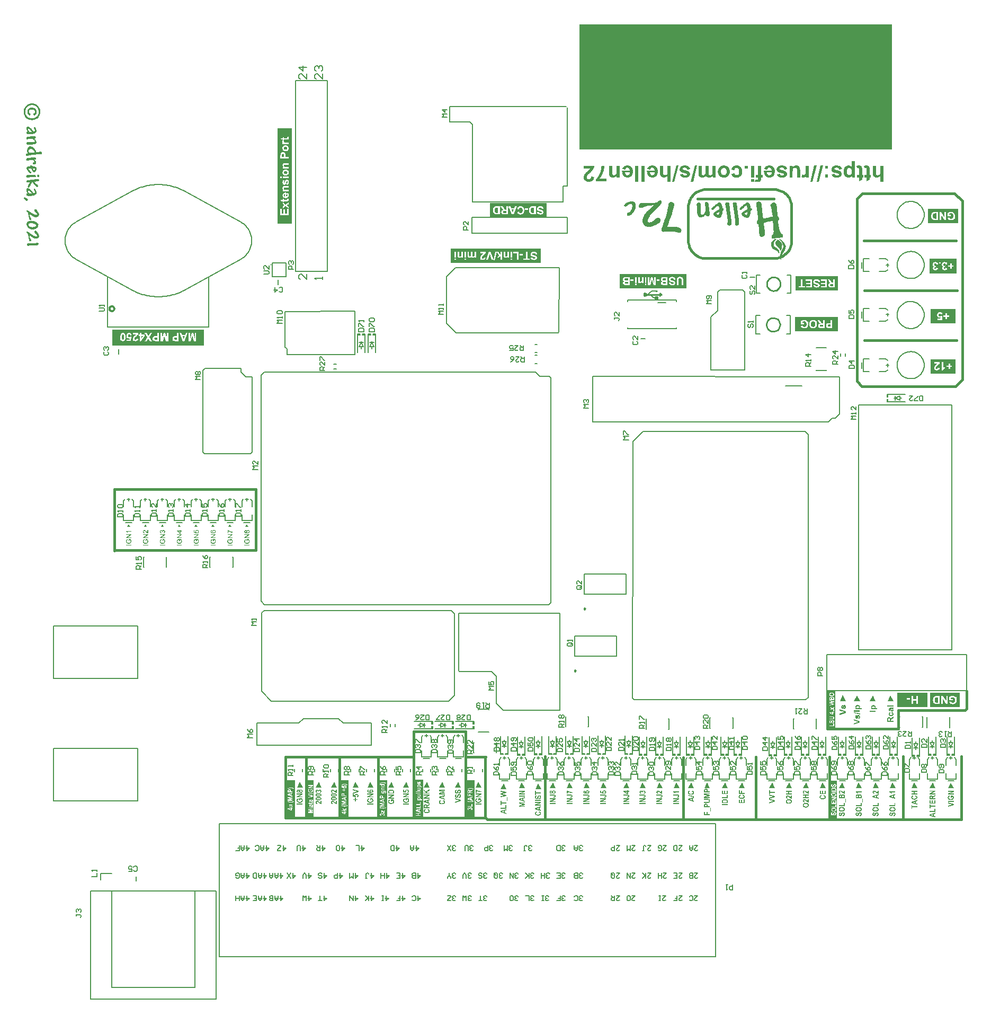
<source format=gto>
G04*
G04 #@! TF.GenerationSoftware,Altium Limited,Altium Designer,20.2.7 (254)*
G04*
G04 Layer_Color=65535*
%FSLAX25Y25*%
%MOIN*%
G70*
G04*
G04 #@! TF.SameCoordinates,AEADB8A6-E672-494B-8C1A-D0E3FC83B13A*
G04*
G04*
G04 #@! TF.FilePolarity,Positive*
G04*
G01*
G75*
%ADD10C,0.01750*%
%ADD11C,0.01000*%
%ADD12C,0.00748*%
%ADD13C,0.00984*%
%ADD14C,0.01575*%
%ADD15C,0.00300*%
%ADD16C,0.00787*%
%ADD17C,0.01181*%
%ADD18C,0.00500*%
%ADD19C,0.00669*%
%ADD20C,0.00591*%
%ADD21C,0.00800*%
%ADD22R,1.96850X0.78740*%
G36*
X412482Y509098D02*
X413005Y509076D01*
X413108Y509058D01*
X413238Y508999D01*
X413408Y508969D01*
X413799Y508795D01*
X414172Y508519D01*
X414206Y508513D01*
X414228Y508438D01*
X414368Y508238D01*
X414531Y507963D01*
X414541Y507821D01*
X414551Y507679D01*
X414545Y507645D01*
X414527Y507543D01*
X414503Y507406D01*
X414427Y507174D01*
X414367Y506833D01*
X414260Y506430D01*
X414142Y505959D01*
X413966Y505358D01*
X413960Y505324D01*
X413902Y505193D01*
X413866Y504989D01*
X413790Y504756D01*
X413678Y504319D01*
X413607Y504121D01*
X413583Y503985D01*
X413577Y503951D01*
X413559Y503848D01*
X413529Y503678D01*
X413447Y503411D01*
X413347Y503043D01*
X413229Y502572D01*
X413059Y502004D01*
X412958Y501636D01*
X412858Y501267D01*
X412852Y501233D01*
X412840Y501164D01*
X412788Y501068D01*
X412724Y500904D01*
X412688Y500700D01*
X412612Y500467D01*
X412496Y500206D01*
X412407Y499906D01*
X412179Y499208D01*
X411899Y498415D01*
X411572Y497559D01*
X411233Y496634D01*
X411227Y496600D01*
X411181Y496538D01*
X411123Y496408D01*
X411053Y496210D01*
X410983Y496011D01*
X410907Y495779D01*
X410714Y495286D01*
X410510Y494724D01*
X410318Y494231D01*
X410242Y493999D01*
X410206Y493794D01*
X410141Y493630D01*
X410123Y493528D01*
X410328Y493492D01*
X410572Y493484D01*
X410953Y493452D01*
X411374Y493448D01*
X411931Y493420D01*
X412569Y493448D01*
X413280Y493498D01*
X413348Y493486D01*
X413565Y493518D01*
X413877Y493498D01*
X414298Y493494D01*
X414856Y493466D01*
X415475Y493392D01*
X416202Y493334D01*
X417123Y493172D01*
X417287Y493108D01*
X417485Y493038D01*
X417938Y492817D01*
X418193Y492667D01*
X418441Y492483D01*
X418469Y492443D01*
X418526Y492362D01*
X418650Y492270D01*
X418728Y492116D01*
X418941Y491727D01*
X418973Y491511D01*
X418965Y491266D01*
X418959Y491232D01*
X418941Y491130D01*
X418883Y490999D01*
X418853Y490829D01*
X418644Y490444D01*
X418540Y490252D01*
X418374Y490105D01*
X418334Y490077D01*
X418294Y490049D01*
X418059Y489915D01*
X417728Y489833D01*
X417518Y489835D01*
X417307Y489837D01*
X416898Y489909D01*
X416700Y489979D01*
X416462Y490021D01*
X416161Y490109D01*
X415990Y490139D01*
X415792Y490209D01*
X415554Y490251D01*
X415048Y490376D01*
X414816Y490452D01*
X414305Y490542D01*
X414026Y490556D01*
X413645Y490588D01*
X413231Y490626D01*
X412741Y490642D01*
X412144Y490642D01*
X412076Y490654D01*
X411860Y490622D01*
X411513Y490648D01*
X411086Y490618D01*
X410591Y490599D01*
X410022Y490559D01*
X408803Y490423D01*
X408769Y490429D01*
X408621Y490385D01*
X408444Y490381D01*
X408228Y490349D01*
X407767Y490324D01*
X407584Y490286D01*
X407346Y490328D01*
X407153Y490433D01*
X406865Y490589D01*
X406752Y490749D01*
X406606Y490916D01*
X406578Y490956D01*
X406550Y490996D01*
X406500Y491110D01*
X406456Y491258D01*
X406380Y491623D01*
X406342Y491806D01*
X406384Y492044D01*
X406390Y492078D01*
X406395Y492112D01*
X406442Y492174D01*
X406466Y492310D01*
X406530Y492475D01*
X406606Y492707D01*
X406728Y493002D01*
X406734Y493036D01*
X406786Y493132D01*
X406816Y493303D01*
X406886Y493501D01*
X407027Y493898D01*
X407097Y494097D01*
X407155Y494227D01*
X407167Y494295D01*
X407219Y494391D01*
X407249Y494561D01*
X407359Y494788D01*
X407453Y495123D01*
X407600Y495554D01*
X407804Y496115D01*
X407810Y496149D01*
X407868Y496279D01*
X407898Y496450D01*
X408008Y496676D01*
X408090Y496943D01*
X408185Y497277D01*
X408453Y498003D01*
X408700Y498803D01*
X408974Y499563D01*
X409108Y499925D01*
X409202Y500260D01*
X409325Y500555D01*
X409407Y500821D01*
X409419Y500889D01*
X409477Y501020D01*
X409559Y501286D01*
X409659Y501655D01*
X409771Y502092D01*
X409896Y502597D01*
X409998Y503176D01*
X410146Y503818D01*
X410152Y503852D01*
X410158Y503886D01*
X410176Y503988D01*
X410200Y504125D01*
X410230Y504295D01*
X410266Y504499D01*
X410356Y505011D01*
X410504Y505652D01*
X410637Y506401D01*
X410787Y507253D01*
X410949Y508173D01*
X410955Y508208D01*
X410967Y508276D01*
X411071Y508468D01*
X411164Y508592D01*
X411296Y508745D01*
X411456Y508857D01*
X411651Y508963D01*
X411685Y508957D01*
X411765Y509013D01*
X411873Y509029D01*
X412055Y509067D01*
X412238Y509106D01*
X412482Y509098D01*
D02*
G37*
G36*
X405730Y510253D02*
X405928Y510183D01*
X406148Y510039D01*
X406351Y509792D01*
X406373Y509718D01*
X406445Y509530D01*
X406527Y509199D01*
X406489Y508784D01*
X406483Y508750D01*
X406431Y508654D01*
X406373Y508524D01*
X406263Y508297D01*
X406067Y507980D01*
X405790Y507608D01*
X405427Y507144D01*
X404944Y506597D01*
X404938Y506563D01*
X404864Y506541D01*
X404812Y506445D01*
X404686Y506327D01*
X404381Y505994D01*
X403991Y505571D01*
X403479Y505064D01*
X402922Y504494D01*
X402285Y503869D01*
X401574Y503221D01*
X401528Y503159D01*
X401361Y503013D01*
X401109Y502776D01*
X400804Y502444D01*
X400447Y502015D01*
X400050Y501558D01*
X399602Y501004D01*
X399181Y500411D01*
X399175Y500377D01*
X399135Y500349D01*
X399083Y500253D01*
X398991Y500128D01*
X398800Y499846D01*
X398558Y499467D01*
X398337Y499014D01*
X398123Y498595D01*
X397937Y498136D01*
X397830Y497733D01*
X397824Y497699D01*
X397806Y497597D01*
X397782Y497461D01*
X397786Y497284D01*
X397760Y496937D01*
X397804Y496789D01*
X397854Y496675D01*
X397883Y496635D01*
X398001Y496508D01*
X398131Y496450D01*
X398261Y496392D01*
X398460Y496322D01*
X398766Y496268D01*
X398943Y496272D01*
X399274Y496354D01*
X399462Y496426D01*
X399718Y496487D01*
X399987Y496615D01*
X400296Y496771D01*
X400651Y496990D01*
X401005Y497208D01*
X401412Y497523D01*
X401859Y497866D01*
X402352Y498271D01*
X402857Y498744D01*
X402897Y498772D01*
X403057Y498884D01*
X403326Y499013D01*
X403697Y499123D01*
X403731Y499117D01*
X403805Y499139D01*
X403913Y499155D01*
X404056Y499165D01*
X404442Y499167D01*
X404857Y499129D01*
X404959Y499111D01*
X405152Y499007D01*
X405276Y498915D01*
X405429Y498782D01*
X405541Y498622D01*
X405647Y498428D01*
X405641Y498394D01*
X405663Y498319D01*
X405707Y498171D01*
X405717Y498029D01*
X405749Y497812D01*
X405775Y497562D01*
X405713Y497011D01*
X405707Y496977D01*
X405649Y496846D01*
X405585Y496682D01*
X405441Y496461D01*
X405257Y496213D01*
X404998Y495942D01*
X404637Y495690D01*
X404174Y495455D01*
X404134Y495427D01*
X404020Y495377D01*
X403906Y495327D01*
X403751Y495249D01*
X403563Y495176D01*
X403329Y495042D01*
X403288Y495014D01*
X403174Y494964D01*
X402980Y494858D01*
X402745Y494723D01*
X402443Y494601D01*
X402100Y494451D01*
X401300Y494100D01*
X400432Y493761D01*
X399549Y493530D01*
X399110Y493432D01*
X398711Y493362D01*
X398358Y493354D01*
X398011Y493380D01*
X397841Y493410D01*
X397711Y493468D01*
X397376Y493562D01*
X396951Y493742D01*
X396498Y493963D01*
X396029Y494291D01*
X395606Y494682D01*
X395201Y495175D01*
X395145Y495255D01*
X395033Y495416D01*
X394910Y495718D01*
X394732Y496101D01*
X394605Y496580D01*
X394491Y497127D01*
X394457Y497731D01*
X394537Y498384D01*
X394543Y498418D01*
X394573Y498589D01*
X394649Y498821D01*
X394697Y499093D01*
X394832Y499456D01*
X394966Y499819D01*
X395140Y500210D01*
X395355Y500629D01*
X395395Y500657D01*
X395459Y500821D01*
X395603Y501042D01*
X395793Y501325D01*
X396070Y501697D01*
X396393Y502132D01*
X396795Y502624D01*
X397272Y503137D01*
X397318Y503199D01*
X397399Y503255D01*
X397485Y503345D01*
X397611Y503463D01*
X397743Y503616D01*
X397950Y503790D01*
X398202Y504027D01*
X398455Y504263D01*
X398787Y504556D01*
X399166Y504911D01*
X399585Y505294D01*
X400044Y505705D01*
X400583Y506172D01*
X401162Y506667D01*
X401788Y507224D01*
X398855Y506933D01*
X398821Y506939D01*
X398673Y506895D01*
X398456Y506863D01*
X398166Y506809D01*
X397761Y506704D01*
X397276Y506544D01*
X396649Y506374D01*
X395941Y506147D01*
X395907Y506153D01*
X395833Y506131D01*
X395753Y506075D01*
X395604Y506031D01*
X395233Y505920D01*
X394783Y505754D01*
X394338Y505622D01*
X393899Y505523D01*
X393534Y505447D01*
X393255Y505461D01*
X393051Y505497D01*
X392818Y505573D01*
X392564Y505724D01*
X392343Y505868D01*
X392135Y506080D01*
X392041Y506343D01*
X392033Y506696D01*
X392038Y506730D01*
X392057Y506832D01*
X392127Y507030D01*
X392197Y507229D01*
X392307Y507455D01*
X392457Y507710D01*
X392642Y507958D01*
X392894Y508195D01*
X392934Y508223D01*
X393014Y508279D01*
X393169Y508357D01*
X393357Y508429D01*
X393620Y508524D01*
X393910Y508578D01*
X394229Y508592D01*
X394610Y508560D01*
X394951Y508500D01*
X395127Y508504D01*
X395331Y508468D01*
X395610Y508454D01*
X395923Y508434D01*
X396269Y508408D01*
X396616Y508382D01*
X397037Y508378D01*
X397492Y508368D01*
X398015Y508346D01*
X398544Y508358D01*
X399108Y508364D01*
X399711Y508398D01*
X399779Y508386D01*
X399961Y508424D01*
X400206Y508416D01*
X400531Y508465D01*
X400917Y508467D01*
X401344Y508497D01*
X401743Y508567D01*
X402136Y508603D01*
X402170Y508597D01*
X402278Y508613D01*
X402461Y508651D01*
X402677Y508683D01*
X403116Y508782D01*
X403339Y508848D01*
X403493Y508926D01*
X403533Y508954D01*
X403727Y509060D01*
X404008Y509257D01*
X404208Y509397D01*
X404449Y509565D01*
X404489Y509594D01*
X404609Y509678D01*
X404770Y509790D01*
X404970Y509930D01*
X405204Y510065D01*
X405399Y510171D01*
X405553Y510249D01*
X405661Y510265D01*
X405730Y510253D01*
D02*
G37*
G36*
X593067Y495736D02*
X574177D01*
Y504895D01*
X593067D01*
Y495736D01*
D02*
G37*
G36*
X173720Y495600D02*
X164646D01*
Y555385D01*
X173720D01*
Y495600D01*
D02*
G37*
G36*
X467898Y509355D02*
X468071Y509321D01*
X468313Y509251D01*
X468520Y509148D01*
X468763Y509009D01*
X468970Y508802D01*
X469005Y508767D01*
X469039Y508698D01*
X469109Y508559D01*
X469212Y508386D01*
X469316Y508144D01*
X469385Y507867D01*
X469420Y507556D01*
X469455Y507210D01*
Y507141D01*
Y507072D01*
Y506968D01*
X469489Y506829D01*
Y506622D01*
X469524Y506380D01*
Y506034D01*
X469593Y505688D01*
X469628Y505238D01*
X469662Y504719D01*
X469732Y504131D01*
X469835Y503439D01*
X469905Y502677D01*
X470008Y501812D01*
X470147Y500844D01*
Y500809D01*
Y500774D01*
X470181Y500567D01*
X470216Y500290D01*
X470251Y499944D01*
X470285Y499563D01*
X470320Y499217D01*
X470354Y498906D01*
X470389Y498698D01*
X470424D01*
X470493Y498733D01*
X470666D01*
X470839Y498768D01*
X471115Y498837D01*
X471392Y498871D01*
X471738Y498941D01*
X472119Y499010D01*
X472534Y499114D01*
X473019Y499183D01*
X474022Y499425D01*
X475164Y499667D01*
X476375Y499979D01*
Y500013D01*
Y500117D01*
X476340Y500325D01*
X476305Y500636D01*
X476236Y501017D01*
X476167Y501570D01*
X476098Y502193D01*
X476084Y502342D01*
X475924Y502570D01*
X475803Y503086D01*
X475844Y503715D01*
X475857Y503744D01*
X475856Y503750D01*
X475786Y504234D01*
X475683Y504788D01*
X475613Y505307D01*
X475510Y505826D01*
X475406Y506276D01*
X475371Y506310D01*
X475233Y506345D01*
X475129Y506449D01*
X475025Y506553D01*
X474991Y506587D01*
X474956Y506656D01*
X474922Y506829D01*
Y507106D01*
Y507141D01*
Y507175D01*
X474956Y507279D01*
X475025Y507418D01*
X475129Y507556D01*
X475268Y507764D01*
X475441Y507971D01*
X475717Y508213D01*
X475752Y508248D01*
X475856Y508317D01*
X475994Y508421D01*
X476167Y508525D01*
X476582Y508732D01*
X476825Y508802D01*
X477032Y508836D01*
X477101D01*
X477309Y508802D01*
X477620Y508698D01*
X477966Y508490D01*
X478174Y508352D01*
X478347Y508144D01*
X478520Y507937D01*
X478658Y507660D01*
X478797Y507348D01*
X478900Y506968D01*
X479004Y506553D01*
X479039Y506068D01*
Y506034D01*
Y505861D01*
X479073Y505618D01*
X479108Y505272D01*
X479143Y504788D01*
X479177Y504165D01*
X479212Y503819D01*
X479247Y503439D01*
X479281Y502989D01*
X479316Y502539D01*
Y502504D01*
Y502435D01*
X479350Y502331D01*
Y502228D01*
X479385Y501882D01*
X479420Y501466D01*
X479454Y501051D01*
X479489Y500636D01*
X479523Y500290D01*
Y500186D01*
Y500082D01*
X479558D01*
X479696Y500013D01*
X479904Y499875D01*
X480008Y499771D01*
X480112Y499598D01*
Y499563D01*
X480146Y499494D01*
X480250Y499287D01*
X480388Y499010D01*
X480423Y498733D01*
Y498698D01*
Y498664D01*
X480388Y498456D01*
X480319Y498214D01*
X480215Y497937D01*
Y497903D01*
X480181Y497868D01*
X480077Y497730D01*
X479904Y497591D01*
X479662Y497487D01*
Y497453D01*
Y497418D01*
X479696Y497314D01*
Y497141D01*
X479731Y496899D01*
X479800Y496553D01*
X479869Y496173D01*
X479939Y495654D01*
Y495619D01*
X479973Y495515D01*
Y495377D01*
X480008Y495169D01*
X480077Y494892D01*
X480112Y494616D01*
X480215Y493958D01*
X480319Y493266D01*
X480359Y492864D01*
X480909Y491161D01*
X481538Y489919D01*
X481909Y489218D01*
X482353Y488928D01*
X482603Y488742D01*
X482659Y488662D01*
X482724Y488226D01*
X482764Y487654D01*
X482772Y487299D01*
X482668Y487106D01*
X482426Y486936D01*
X476435Y486226D01*
X476161Y486274D01*
X475911Y486459D01*
X475854Y486540D01*
X475781Y487330D01*
X475773Y487685D01*
X475798Y487822D01*
X475902Y488016D01*
X476467Y488411D01*
X476668Y489153D01*
X476958Y490798D01*
X476971Y491192D01*
X476963Y491225D01*
X476894Y491536D01*
X476859Y491882D01*
Y491917D01*
Y492021D01*
Y492194D01*
Y492436D01*
Y492713D01*
X476825Y493059D01*
Y493439D01*
X476790Y493820D01*
X476755Y494685D01*
X476686Y495550D01*
X476582Y496415D01*
X476444Y497211D01*
X476409D01*
X476271Y497176D01*
X476098Y497141D01*
X475821Y497107D01*
X475544Y497072D01*
X475164Y497003D01*
X474783Y496934D01*
X474368Y496830D01*
X473434Y496657D01*
X472500Y496415D01*
X471565Y496138D01*
X471150Y496000D01*
X470735Y495827D01*
Y495792D01*
Y495688D01*
X470770Y495481D01*
X470804Y495204D01*
X470839Y494823D01*
X470908Y494339D01*
X471012Y493751D01*
X471115Y493024D01*
Y492989D01*
X471150Y492886D01*
Y492747D01*
X471185Y492540D01*
X471219Y492332D01*
X471254Y492055D01*
X471358Y491432D01*
X471461Y490775D01*
X471531Y490118D01*
X471565Y489529D01*
X471600Y489253D01*
Y489045D01*
Y489010D01*
Y488907D01*
X471565Y488803D01*
X471531Y488630D01*
X471461Y488422D01*
X471358Y488215D01*
X471219Y488007D01*
X471012Y487799D01*
X470977Y487765D01*
X470908Y487696D01*
X470770Y487626D01*
X470597Y487523D01*
X470389Y487419D01*
X470147Y487315D01*
X469870Y487280D01*
X469593Y487246D01*
X469489D01*
X469351Y487280D01*
X469178D01*
X468832Y487419D01*
X468624Y487488D01*
X468451Y487626D01*
X468417D01*
X468382Y487696D01*
X468209Y487903D01*
X468036Y488249D01*
X468002Y488457D01*
X467967Y488699D01*
Y488734D01*
Y488907D01*
Y489045D01*
X467932Y489218D01*
Y489426D01*
Y489668D01*
X467898Y489979D01*
Y490291D01*
X467863Y490671D01*
X467829Y491121D01*
X467794Y491605D01*
X467725Y492159D01*
X467690Y492747D01*
X467621Y493405D01*
Y493474D01*
X467586Y493612D01*
Y493854D01*
X467552Y494131D01*
X467517Y494408D01*
Y494685D01*
X467483Y494892D01*
Y495065D01*
X467240Y495031D01*
X467171D01*
X467033Y495065D01*
X466825Y495204D01*
X466721Y495308D01*
X466617Y495446D01*
Y495481D01*
X466583Y495515D01*
X466444Y495723D01*
X466341Y496000D01*
X466306Y496380D01*
Y496415D01*
Y496449D01*
Y496553D01*
X466341Y496692D01*
X466444Y497072D01*
X466617Y497557D01*
Y497591D01*
X466652Y497660D01*
X466790Y497868D01*
X466963Y498110D01*
X467067Y498179D01*
X467171Y498214D01*
X467067Y500013D01*
Y500082D01*
X467033Y500221D01*
Y500359D01*
X466998Y500532D01*
X466963Y500740D01*
X466929Y500982D01*
X466894Y501259D01*
X466860Y501570D01*
X466825Y501916D01*
X466756Y502331D01*
X466687Y502747D01*
X466617Y503266D01*
X466548Y503785D01*
X466479Y504373D01*
Y504407D01*
X466444Y504511D01*
Y504684D01*
X466410Y504892D01*
X466375Y505134D01*
X466341Y505411D01*
X466237Y506034D01*
X466133Y506656D01*
X466064Y507245D01*
X466029Y507487D01*
Y507694D01*
X465995Y507867D01*
Y507971D01*
Y508006D01*
Y508075D01*
X466029Y508179D01*
X466064Y508317D01*
X466168Y508663D01*
X466306Y508836D01*
X466444Y509009D01*
X466479D01*
X466514Y509078D01*
X466617Y509113D01*
X466756Y509182D01*
X467102Y509321D01*
X467344Y509355D01*
X467586Y509390D01*
X467725D01*
X467898Y509355D01*
D02*
G37*
G36*
X480200Y485138D02*
X480644Y484847D01*
X481346Y484017D01*
X482023Y483050D01*
X482289Y482155D01*
X482201Y481251D01*
X482161Y480622D01*
X482015Y479800D01*
X481790Y478921D01*
X481604Y478671D01*
X481121Y478332D01*
X481112Y478687D01*
X480879Y479364D01*
X480201Y480332D01*
X479669Y480921D01*
X478975Y481396D01*
X478411Y482202D01*
X478088Y483178D01*
X478233Y484000D01*
X478547Y484581D01*
X478975Y485001D01*
X479539Y485396D01*
X480200Y485138D01*
D02*
G37*
G36*
X478765Y485815D02*
X477644Y484670D01*
X477072Y483428D01*
X477008Y482662D01*
X477105Y482009D01*
X477226Y481493D01*
X477564Y481009D01*
X478338Y480590D01*
X479088Y480033D01*
X479588Y479663D01*
X480064Y479155D01*
X480379Y478534D01*
X480556Y477937D01*
X480621Y477502D01*
X480605Y477010D01*
X480339Y476704D01*
X480194Y477082D01*
X479935Y477623D01*
X479484Y478268D01*
X478903Y478582D01*
X478186Y478921D01*
X477468Y479259D01*
X476750Y479598D01*
X476161Y480267D01*
X475823Y480751D01*
X475419Y481670D01*
X475427Y482516D01*
X475572Y483339D01*
X475911Y484057D01*
X476387Y484750D01*
X477757Y485710D01*
X478572Y485920D01*
X478765Y485815D01*
D02*
G37*
G36*
X481748Y485501D02*
X482861Y484598D01*
X483845Y483364D01*
X484273Y482582D01*
X484684Y481308D01*
X484604Y480050D01*
X484031Y478809D01*
X483403Y477647D01*
X482588Y476236D01*
X482145Y475325D01*
X481839Y474390D01*
X481645Y473293D01*
X481710Y472858D01*
X481299Y472930D01*
X481057Y473962D01*
X480903Y474696D01*
X481016Y475736D01*
X481314Y477026D01*
X481862Y478131D01*
X482515Y479429D01*
X483031Y480752D01*
X483072Y481381D01*
X482862Y482195D01*
X482515Y483034D01*
X482087Y483816D01*
X481354Y484864D01*
X480765Y485533D01*
X480583Y485706D01*
X480825Y485876D01*
X481748Y485501D01*
D02*
G37*
G36*
X330392Y470664D02*
X273938D01*
Y479823D01*
X330392D01*
Y470664D01*
D02*
G37*
G36*
X592249Y473353D02*
Y464263D01*
X574995D01*
Y473353D01*
X592249D01*
D02*
G37*
G36*
X406747Y450885D02*
X405468Y449900D01*
Y451869D01*
X406747Y450885D01*
D02*
G37*
G36*
X404090Y447981D02*
X402613D01*
X402613Y449458D01*
X404090D01*
Y447981D01*
D02*
G37*
G36*
X591496Y432784D02*
X575748D01*
Y441782D01*
X591496D01*
Y432784D01*
D02*
G37*
G36*
X517299Y427750D02*
X490575D01*
Y436909D01*
X517299D01*
Y427750D01*
D02*
G37*
G36*
X118602Y418897D02*
X60827D01*
Y428740D01*
X118602D01*
Y418897D01*
D02*
G37*
G36*
X146394Y304817D02*
X144482D01*
X145438Y306637D01*
X146394Y304817D01*
D02*
G37*
G36*
X135764D02*
X133852D01*
X134808Y306637D01*
X135764Y304817D01*
D02*
G37*
G36*
X125134D02*
X123222D01*
X124178Y306637D01*
X125134Y304817D01*
D02*
G37*
G36*
X103874D02*
X101962D01*
X102918Y306637D01*
X103874Y304817D01*
D02*
G37*
G36*
X71984D02*
X70072D01*
X71028Y306637D01*
X71984Y304817D01*
D02*
G37*
G36*
X93244Y304817D02*
X91332D01*
X92288Y306637D01*
X93244Y304817D01*
D02*
G37*
G36*
X82614D02*
X80702D01*
X81658Y306637D01*
X82614Y304817D01*
D02*
G37*
G36*
X93077Y302853D02*
X93112Y302847D01*
X93158Y302841D01*
X93256Y302818D01*
X93371Y302778D01*
X93492Y302720D01*
X93550Y302685D01*
X93613Y302645D01*
X93665Y302593D01*
X93722Y302536D01*
X93728Y302530D01*
X93734Y302518D01*
X93745Y302501D01*
X93769Y302478D01*
X93786Y302449D01*
X93809Y302409D01*
X93838Y302369D01*
X93861Y302317D01*
X93913Y302207D01*
X93959Y302075D01*
X93993Y301931D01*
X93999Y301850D01*
X94005Y301770D01*
Y301729D01*
X93999Y301700D01*
Y301660D01*
X93993Y301620D01*
X93976Y301522D01*
X93941Y301407D01*
X93901Y301292D01*
X93838Y301171D01*
X93803Y301113D01*
X93757Y301061D01*
X93751Y301055D01*
X93745Y301050D01*
X93711Y301015D01*
X93653Y300969D01*
X93578Y300917D01*
X93480Y300859D01*
X93360Y300808D01*
X93221Y300767D01*
X93060Y300739D01*
X92991Y301199D01*
X92997D01*
X93008Y301205D01*
X93025D01*
X93049Y301211D01*
X93106Y301228D01*
X93175Y301251D01*
X93256Y301274D01*
X93336Y301309D01*
X93411Y301355D01*
X93469Y301401D01*
X93475Y301407D01*
X93492Y301424D01*
X93515Y301459D01*
X93538Y301499D01*
X93561Y301551D01*
X93584Y301614D01*
X93601Y301683D01*
X93607Y301764D01*
Y301775D01*
X93601Y301804D01*
X93596Y301850D01*
X93584Y301908D01*
X93567Y301977D01*
X93532Y302046D01*
X93492Y302115D01*
X93434Y302184D01*
X93429Y302190D01*
X93406Y302213D01*
X93365Y302242D01*
X93313Y302271D01*
X93256Y302305D01*
X93181Y302328D01*
X93100Y302351D01*
X93008Y302357D01*
X92997D01*
X92968D01*
X92927Y302351D01*
X92870Y302340D01*
X92807Y302317D01*
X92743Y302294D01*
X92680Y302254D01*
X92616Y302202D01*
X92611Y302196D01*
X92593Y302173D01*
X92565Y302138D01*
X92536Y302092D01*
X92507Y302035D01*
X92478Y301965D01*
X92461Y301885D01*
X92455Y301798D01*
Y301752D01*
X92461Y301724D01*
X92467Y301677D01*
X92472Y301626D01*
X92484Y301562D01*
X92496Y301487D01*
X92075Y301534D01*
Y301637D01*
X92069Y301729D01*
Y301770D01*
X92063Y301804D01*
Y301821D01*
X92058Y301839D01*
X92052Y301862D01*
X92029Y301919D01*
X92000Y301989D01*
Y301994D01*
X91989Y302006D01*
X91977Y302023D01*
X91960Y302046D01*
X91914Y302104D01*
X91850Y302155D01*
X91845Y302161D01*
X91833Y302167D01*
X91810Y302179D01*
X91781Y302190D01*
X91747Y302202D01*
X91706Y302213D01*
X91654Y302225D01*
X91603D01*
X91591D01*
X91568D01*
X91534Y302219D01*
X91482Y302207D01*
X91430Y302190D01*
X91378Y302161D01*
X91326Y302127D01*
X91280Y302081D01*
X91274Y302075D01*
X91263Y302058D01*
X91246Y302029D01*
X91223Y301989D01*
X91199Y301942D01*
X91182Y301885D01*
X91171Y301827D01*
X91165Y301758D01*
Y301724D01*
X91171Y301683D01*
X91182Y301637D01*
X91199Y301585D01*
X91223Y301528D01*
X91257Y301470D01*
X91303Y301418D01*
X91309Y301413D01*
X91326Y301395D01*
X91361Y301372D01*
X91407Y301349D01*
X91465Y301315D01*
X91534Y301286D01*
X91620Y301263D01*
X91724Y301240D01*
X91649Y300779D01*
X91643D01*
X91626Y300785D01*
X91603Y300790D01*
X91574Y300796D01*
X91534Y300802D01*
X91493Y300819D01*
X91390Y300848D01*
X91280Y300894D01*
X91171Y300952D01*
X91067Y301027D01*
X91021Y301073D01*
X90981Y301119D01*
Y301125D01*
X90969Y301130D01*
X90946Y301165D01*
X90912Y301222D01*
X90871Y301297D01*
X90837Y301390D01*
X90802Y301499D01*
X90779Y301620D01*
X90768Y301752D01*
Y301793D01*
X90773Y301821D01*
Y301856D01*
X90779Y301896D01*
X90796Y301989D01*
X90825Y302092D01*
X90871Y302207D01*
X90935Y302323D01*
X90969Y302374D01*
X91015Y302426D01*
Y302432D01*
X91027Y302438D01*
X91061Y302472D01*
X91113Y302513D01*
X91182Y302565D01*
X91269Y302616D01*
X91372Y302662D01*
X91487Y302691D01*
X91551Y302697D01*
X91614Y302703D01*
X91620D01*
X91632D01*
X91660D01*
X91689Y302697D01*
X91729Y302691D01*
X91770Y302680D01*
X91868Y302651D01*
X91919Y302628D01*
X91977Y302599D01*
X92029Y302565D01*
X92081Y302524D01*
X92133Y302472D01*
X92185Y302415D01*
X92225Y302351D01*
X92231Y302340D01*
X92242Y302369D01*
X92271Y302432D01*
X92305Y302501D01*
X92357Y302570D01*
X92421Y302639D01*
X92501Y302703D01*
X92513Y302709D01*
X92542Y302726D01*
X92588Y302755D01*
X92651Y302783D01*
X92726Y302806D01*
X92812Y302835D01*
X92905Y302853D01*
X93002Y302858D01*
X93008D01*
X93020D01*
X93043D01*
X93077Y302853D01*
D02*
G37*
G36*
X146250Y302853D02*
X146284Y302847D01*
X146325Y302841D01*
X146423Y302824D01*
X146532Y302783D01*
X146647Y302732D01*
X146711Y302697D01*
X146768Y302657D01*
X146826Y302611D01*
X146878Y302559D01*
X146883Y302553D01*
X146889Y302547D01*
X146901Y302530D01*
X146918Y302507D01*
X146941Y302472D01*
X146964Y302438D01*
X146987Y302398D01*
X147016Y302351D01*
X147068Y302242D01*
X147108Y302110D01*
X147143Y301960D01*
X147149Y301879D01*
X147154Y301793D01*
Y301747D01*
X147149Y301718D01*
Y301678D01*
X147137Y301631D01*
X147120Y301522D01*
X147085Y301401D01*
X147039Y301274D01*
X146970Y301148D01*
X146924Y301084D01*
X146878Y301027D01*
X146872Y301021D01*
X146866Y301015D01*
X146849Y300998D01*
X146826Y300981D01*
X146797Y300958D01*
X146768Y300935D01*
X146682Y300883D01*
X146578Y300825D01*
X146457Y300779D01*
X146319Y300745D01*
X146244Y300739D01*
X146163Y300733D01*
X146158D01*
X146152D01*
X146135D01*
X146112D01*
X146054Y300745D01*
X145985Y300756D01*
X145904Y300773D01*
X145812Y300802D01*
X145720Y300842D01*
X145634Y300900D01*
X145622Y300906D01*
X145593Y300929D01*
X145559Y300969D01*
X145513Y301015D01*
X145461Y301079D01*
X145415Y301148D01*
X145380Y301228D01*
X145378Y301238D01*
X145340Y301177D01*
X145311Y301130D01*
X145276Y301090D01*
X145236Y301050D01*
X145190Y301004D01*
X145138Y300969D01*
X145075Y300935D01*
X145011Y300900D01*
X144931Y300877D01*
X144850Y300865D01*
X144758Y300860D01*
X144752D01*
X144741D01*
X144723D01*
X144701Y300865D01*
X144631Y300871D01*
X144551Y300894D01*
X144453Y300923D01*
X144355Y300969D01*
X144251Y301032D01*
X144205Y301067D01*
X144159Y301113D01*
X144153Y301119D01*
X144148Y301125D01*
X144136Y301142D01*
X144119Y301159D01*
X144084Y301217D01*
X144038Y301297D01*
X143992Y301390D01*
X143957Y301505D01*
X143929Y301637D01*
X143917Y301787D01*
Y301827D01*
X143923Y301856D01*
Y301891D01*
X143929Y301937D01*
X143946Y302029D01*
X143981Y302138D01*
X144027Y302254D01*
X144084Y302363D01*
X144124Y302415D01*
X144171Y302467D01*
Y302472D01*
X144182Y302478D01*
X144217Y302507D01*
X144269Y302553D01*
X144338Y302599D01*
X144424Y302645D01*
X144528Y302691D01*
X144637Y302720D01*
X144701Y302732D01*
X144764D01*
X144770D01*
X144787D01*
X144810D01*
X144844Y302726D01*
X144885Y302720D01*
X144925Y302709D01*
X145029Y302674D01*
X145081Y302651D01*
X145138Y302622D01*
X145190Y302582D01*
X145242Y302542D01*
X145294Y302490D01*
X145340Y302426D01*
X145380Y302357D01*
X145389Y302336D01*
X145403Y302369D01*
X145426Y302409D01*
X145455Y302461D01*
X145490Y302513D01*
X145536Y302570D01*
X145588Y302622D01*
X145645Y302674D01*
X145709Y302726D01*
X145783Y302766D01*
X145870Y302807D01*
X145962Y302835D01*
X146066Y302853D01*
X146181Y302858D01*
X146187D01*
X146198D01*
X146221D01*
X146250Y302853D01*
D02*
G37*
G36*
X83323Y300681D02*
X83317D01*
X83311D01*
X83294D01*
X83271Y300687D01*
X83208Y300693D01*
X83133Y300704D01*
X83041Y300727D01*
X82943Y300762D01*
X82839Y300802D01*
X82735Y300865D01*
X82730D01*
X82724Y300877D01*
X82707Y300888D01*
X82683Y300906D01*
X82626Y300952D01*
X82586Y300986D01*
X82545Y301027D01*
X82493Y301073D01*
X82442Y301125D01*
X82384Y301182D01*
X82321Y301245D01*
X82257Y301315D01*
X82182Y301395D01*
X82113Y301482D01*
X82033Y301574D01*
Y301580D01*
X82021Y301585D01*
X81992Y301620D01*
X81946Y301677D01*
X81889Y301747D01*
X81814Y301827D01*
X81733Y301919D01*
X81641Y302006D01*
X81549Y302098D01*
X81543D01*
X81537Y302110D01*
X81503Y302133D01*
X81451Y302173D01*
X81388Y302219D01*
X81307Y302259D01*
X81221Y302299D01*
X81128Y302323D01*
X81030Y302334D01*
X81019D01*
X80996D01*
X80955Y302328D01*
X80904Y302317D01*
X80852Y302294D01*
X80794Y302271D01*
X80731Y302230D01*
X80679Y302179D01*
X80673Y302173D01*
X80656Y302150D01*
X80633Y302115D01*
X80604Y302075D01*
X80581Y302017D01*
X80558Y301948D01*
X80541Y301873D01*
X80535Y301793D01*
Y301752D01*
X80541Y301706D01*
X80552Y301654D01*
X80570Y301585D01*
X80598Y301522D01*
X80633Y301453D01*
X80685Y301390D01*
X80690Y301384D01*
X80714Y301366D01*
X80748Y301338D01*
X80800Y301309D01*
X80863Y301280D01*
X80950Y301257D01*
X81048Y301240D01*
X81163Y301228D01*
X81117Y300756D01*
X81111D01*
X81094D01*
X81071Y300762D01*
X81036Y300767D01*
X80996Y300773D01*
X80950Y300785D01*
X80840Y300808D01*
X80719Y300848D01*
X80598Y300906D01*
X80483Y300980D01*
X80426Y301021D01*
X80379Y301073D01*
X80374Y301078D01*
X80368Y301084D01*
X80357Y301101D01*
X80339Y301125D01*
X80322Y301153D01*
X80305Y301188D01*
X80259Y301274D01*
X80212Y301378D01*
X80178Y301499D01*
X80149Y301643D01*
X80138Y301798D01*
Y301845D01*
X80143Y301879D01*
Y301919D01*
X80149Y301965D01*
X80172Y302069D01*
X80201Y302190D01*
X80247Y302311D01*
X80316Y302432D01*
X80357Y302490D01*
X80402Y302541D01*
X80408Y302547D01*
X80414Y302553D01*
X80449Y302582D01*
X80506Y302628D01*
X80581Y302680D01*
X80673Y302726D01*
X80783Y302772D01*
X80904Y302801D01*
X80967Y302812D01*
X81036D01*
X81042D01*
X81048D01*
X81065D01*
X81088Y302806D01*
X81151Y302801D01*
X81232Y302783D01*
X81324Y302760D01*
X81434Y302720D01*
X81543Y302662D01*
X81664Y302588D01*
X81670D01*
X81675Y302576D01*
X81699Y302565D01*
X81722Y302541D01*
X81750Y302518D01*
X81791Y302484D01*
X81831Y302444D01*
X81883Y302397D01*
X81941Y302346D01*
X82004Y302282D01*
X82067Y302207D01*
X82142Y302133D01*
X82223Y302040D01*
X82303Y301948D01*
X82395Y301839D01*
X82488Y301724D01*
Y301718D01*
X82499Y301712D01*
X82511Y301695D01*
X82528Y301672D01*
X82580Y301614D01*
X82632Y301545D01*
X82695Y301476D01*
X82758Y301407D01*
X82816Y301343D01*
X82868Y301297D01*
Y302818D01*
X83323D01*
Y300681D01*
D02*
G37*
G36*
X124869Y302858D02*
X124909D01*
X124955Y302847D01*
X125059Y302830D01*
X125186Y302795D01*
X125313Y302743D01*
X125382Y302714D01*
X125445Y302674D01*
X125508Y302634D01*
X125572Y302582D01*
X125578Y302576D01*
X125583Y302570D01*
X125601Y302553D01*
X125624Y302530D01*
X125647Y302501D01*
X125675Y302472D01*
X125733Y302386D01*
X125791Y302282D01*
X125843Y302156D01*
X125883Y302012D01*
X125889Y301931D01*
X125894Y301845D01*
Y301799D01*
X125889Y301764D01*
X125883Y301729D01*
X125877Y301678D01*
X125854Y301568D01*
X125814Y301447D01*
X125785Y301378D01*
X125750Y301315D01*
X125710Y301246D01*
X125664Y301177D01*
X125612Y301113D01*
X125555Y301050D01*
X125549Y301044D01*
X125537Y301038D01*
X125520Y301021D01*
X125485Y300998D01*
X125451Y300975D01*
X125399Y300946D01*
X125341Y300917D01*
X125278Y300888D01*
X125197Y300860D01*
X125111Y300831D01*
X125013Y300802D01*
X124904Y300779D01*
X124783Y300756D01*
X124656Y300739D01*
X124512Y300733D01*
X124356Y300727D01*
X124345D01*
X124322D01*
X124276D01*
X124218Y300733D01*
X124149Y300739D01*
X124068Y300745D01*
X123982Y300750D01*
X123884Y300762D01*
X123683Y300796D01*
X123469Y300854D01*
X123366Y300883D01*
X123268Y300923D01*
X123176Y300969D01*
X123089Y301021D01*
X123083Y301027D01*
X123072Y301032D01*
X123049Y301050D01*
X123020Y301079D01*
X122991Y301107D01*
X122951Y301142D01*
X122911Y301188D01*
X122870Y301240D01*
X122830Y301297D01*
X122795Y301361D01*
X122755Y301430D01*
X122726Y301505D01*
X122698Y301591D01*
X122675Y301678D01*
X122663Y301776D01*
X122657Y301879D01*
Y301914D01*
X122663Y301942D01*
Y301971D01*
X122669Y302012D01*
X122680Y302098D01*
X122709Y302196D01*
X122744Y302300D01*
X122795Y302403D01*
X122865Y302501D01*
Y302507D01*
X122876Y302513D01*
X122905Y302542D01*
X122951Y302582D01*
X123020Y302634D01*
X123112Y302691D01*
X123222Y302737D01*
X123354Y302783D01*
X123510Y302812D01*
X123544Y302346D01*
X123539D01*
X123521Y302340D01*
X123498Y302334D01*
X123469Y302323D01*
X123389Y302294D01*
X123297Y302248D01*
X123210Y302179D01*
X123130Y302098D01*
X123101Y302046D01*
X123078Y301989D01*
X123061Y301925D01*
X123055Y301856D01*
Y301845D01*
X123061Y301810D01*
X123066Y301764D01*
X123089Y301701D01*
X123124Y301626D01*
X123170Y301545D01*
X123239Y301470D01*
X123285Y301430D01*
X123331Y301390D01*
X123337D01*
X123343Y301384D01*
X123360Y301372D01*
X123383Y301361D01*
X123412Y301343D01*
X123446Y301326D01*
X123487Y301309D01*
X123539Y301292D01*
X123590Y301274D01*
X123654Y301257D01*
X123723Y301240D01*
X123798Y301223D01*
X123878Y301211D01*
X123971Y301200D01*
X124063Y301194D01*
X124086D01*
X124074Y301205D01*
X124040Y301240D01*
X123999Y301280D01*
X123959Y301326D01*
X123925Y301378D01*
X123884Y301436D01*
X123850Y301499D01*
X123821Y301568D01*
X123798Y301643D01*
X123775Y301724D01*
X123763Y301810D01*
X123757Y301902D01*
Y301942D01*
X123763Y301971D01*
X123769Y302006D01*
X123775Y302046D01*
X123792Y302138D01*
X123827Y302248D01*
X123878Y302357D01*
X123913Y302415D01*
X123953Y302472D01*
X123999Y302530D01*
X124051Y302582D01*
X124057Y302588D01*
X124063Y302593D01*
X124080Y302611D01*
X124103Y302628D01*
X124132Y302645D01*
X124166Y302674D01*
X124253Y302726D01*
X124362Y302778D01*
X124489Y302818D01*
X124633Y302853D01*
X124714Y302858D01*
X124794Y302864D01*
X124800D01*
X124811D01*
X124840D01*
X124869Y302858D01*
D02*
G37*
G36*
X133702Y302841D02*
X133719Y302824D01*
X133748Y302801D01*
X133788Y302766D01*
X133834Y302732D01*
X133898Y302680D01*
X133961Y302628D01*
X134042Y302570D01*
X134128Y302513D01*
X134220Y302449D01*
X134324Y302380D01*
X134433Y302317D01*
X134549Y302248D01*
X134670Y302179D01*
X134802Y302115D01*
X134935Y302052D01*
X134940Y302046D01*
X134969Y302041D01*
X135009Y302023D01*
X135061Y302000D01*
X135125Y301971D01*
X135205Y301942D01*
X135297Y301914D01*
X135401Y301879D01*
X135511Y301845D01*
X135632Y301810D01*
X135758Y301781D01*
X135891Y301747D01*
X136029Y301718D01*
X136173Y301695D01*
X136323Y301678D01*
X136472Y301660D01*
Y301188D01*
X136467D01*
X136444D01*
X136403Y301194D01*
X136352D01*
X136294Y301200D01*
X136219Y301205D01*
X136133Y301217D01*
X136035Y301228D01*
X135931Y301246D01*
X135822Y301269D01*
X135701Y301292D01*
X135580Y301321D01*
X135447Y301355D01*
X135315Y301395D01*
X135177Y301441D01*
X135032Y301493D01*
X135021Y301499D01*
X134998Y301505D01*
X134958Y301522D01*
X134906Y301545D01*
X134842Y301580D01*
X134767Y301614D01*
X134681Y301655D01*
X134595Y301701D01*
X134393Y301816D01*
X134192Y301948D01*
X133984Y302098D01*
X133886Y302179D01*
X133794Y302265D01*
Y300756D01*
X133339D01*
Y302847D01*
X133696D01*
X133702Y302841D01*
D02*
G37*
G36*
X72693Y301787D02*
X70280D01*
X70291Y301776D01*
X70326Y301747D01*
X70349Y301718D01*
X70372Y301689D01*
X70401Y301655D01*
X70435Y301608D01*
X70470Y301562D01*
X70504Y301505D01*
X70544Y301441D01*
X70585Y301372D01*
X70619Y301297D01*
X70660Y301217D01*
X70700Y301125D01*
X70735Y301027D01*
X70297D01*
X70291Y301032D01*
X70280Y301056D01*
X70262Y301090D01*
X70239Y301136D01*
X70210Y301188D01*
X70170Y301251D01*
X70130Y301315D01*
X70078Y301390D01*
X69963Y301539D01*
X69830Y301689D01*
X69755Y301758D01*
X69675Y301822D01*
X69588Y301879D01*
X69502Y301931D01*
Y302259D01*
X72693D01*
Y301787D01*
D02*
G37*
G36*
X103845Y302421D02*
X104583D01*
Y301948D01*
X103845D01*
Y300612D01*
X103448D01*
X101409Y302035D01*
Y302421D01*
X103413D01*
Y302835D01*
X103845D01*
Y302421D01*
D02*
G37*
G36*
X147102Y299736D02*
X144772Y298181D01*
X147102D01*
Y297703D01*
X143929D01*
Y298187D01*
X146259Y299748D01*
X143929D01*
Y300226D01*
X147102D01*
Y299736D01*
D02*
G37*
G36*
X136472D02*
X134142Y298181D01*
X136472D01*
Y297703D01*
X133299D01*
Y298187D01*
X135629Y299748D01*
X133299D01*
Y300226D01*
X136472D01*
Y299736D01*
D02*
G37*
G36*
X125843D02*
X123512Y298181D01*
X125843D01*
Y297703D01*
X122669D01*
Y298187D01*
X124999Y299748D01*
X122669D01*
Y300226D01*
X125843D01*
Y299736D01*
D02*
G37*
G36*
X104583D02*
X102253Y298181D01*
X104583D01*
Y297703D01*
X101409D01*
Y298187D01*
X103739Y299748D01*
X101409D01*
Y300226D01*
X104583D01*
Y299736D01*
D02*
G37*
G36*
X72693D02*
X70363Y298181D01*
X72693D01*
Y297703D01*
X69519D01*
Y298187D01*
X71850Y299748D01*
X69519D01*
Y300226D01*
X72693D01*
Y299736D01*
D02*
G37*
G36*
X93953Y299736D02*
X91623Y298181D01*
X93953D01*
Y297703D01*
X90779D01*
Y298187D01*
X93109Y299748D01*
X90779D01*
Y300226D01*
X93953D01*
Y299736D01*
D02*
G37*
G36*
X83323D02*
X80993Y298181D01*
X83323D01*
Y297703D01*
X80149D01*
Y298187D01*
X82480Y299748D01*
X80149D01*
Y300226D01*
X83323D01*
Y299736D01*
D02*
G37*
G36*
X146653Y297104D02*
X146670Y297081D01*
X146693Y297046D01*
X146728Y297001D01*
X146763Y296943D01*
X146809Y296880D01*
X146855Y296799D01*
X146901Y296712D01*
X146947Y296620D01*
X146993Y296517D01*
X147039Y296407D01*
X147074Y296292D01*
X147108Y296171D01*
X147131Y296044D01*
X147149Y295918D01*
X147154Y295785D01*
Y295751D01*
X147149Y295716D01*
Y295664D01*
X147143Y295601D01*
X147131Y295532D01*
X147120Y295451D01*
X147097Y295365D01*
X147074Y295272D01*
X147045Y295175D01*
X147010Y295077D01*
X146964Y294979D01*
X146918Y294881D01*
X146855Y294783D01*
X146791Y294691D01*
X146711Y294604D01*
X146705Y294599D01*
X146688Y294587D01*
X146665Y294564D01*
X146630Y294535D01*
X146584Y294501D01*
X146532Y294466D01*
X146469Y294426D01*
X146394Y294385D01*
X146319Y294339D01*
X146227Y294299D01*
X146129Y294265D01*
X146025Y294230D01*
X145910Y294201D01*
X145795Y294178D01*
X145662Y294167D01*
X145530Y294161D01*
X145524D01*
X145507D01*
X145484D01*
X145455Y294167D01*
X145415D01*
X145369Y294172D01*
X145317Y294178D01*
X145259Y294184D01*
X145127Y294207D01*
X144989Y294236D01*
X144839Y294282D01*
X144695Y294339D01*
X144689D01*
X144677Y294351D01*
X144660Y294357D01*
X144631Y294374D01*
X144597Y294391D01*
X144562Y294414D01*
X144476Y294478D01*
X144378Y294552D01*
X144280Y294645D01*
X144182Y294754D01*
X144096Y294881D01*
Y294886D01*
X144084Y294898D01*
X144073Y294915D01*
X144061Y294944D01*
X144044Y294979D01*
X144027Y295019D01*
X144009Y295071D01*
X143986Y295123D01*
X143963Y295186D01*
X143946Y295249D01*
X143911Y295399D01*
X143888Y295572D01*
X143877Y295756D01*
Y295808D01*
X143883Y295843D01*
Y295889D01*
X143888Y295941D01*
X143894Y296004D01*
X143906Y296067D01*
X143934Y296206D01*
X143981Y296350D01*
X144038Y296488D01*
X144119Y296620D01*
Y296626D01*
X144130Y296638D01*
X144142Y296649D01*
X144165Y296672D01*
X144188Y296701D01*
X144222Y296730D01*
X144257Y296764D01*
X144303Y296799D01*
X144349Y296833D01*
X144407Y296874D01*
X144464Y296908D01*
X144533Y296949D01*
X144608Y296977D01*
X144689Y297012D01*
X144775Y297041D01*
X144868Y297064D01*
X144983Y296615D01*
X144977D01*
X144965Y296609D01*
X144948Y296603D01*
X144925Y296597D01*
X144868Y296574D01*
X144787Y296540D01*
X144706Y296494D01*
X144626Y296442D01*
X144545Y296378D01*
X144476Y296304D01*
X144470Y296292D01*
X144453Y296263D01*
X144424Y296223D01*
X144395Y296160D01*
X144366Y296079D01*
X144338Y295987D01*
X144320Y295877D01*
X144315Y295756D01*
Y295705D01*
X144320Y295670D01*
X144326Y295624D01*
X144332Y295572D01*
X144355Y295457D01*
X144395Y295324D01*
X144418Y295255D01*
X144453Y295192D01*
X144493Y295123D01*
X144533Y295065D01*
X144585Y295002D01*
X144643Y294950D01*
X144649D01*
X144660Y294938D01*
X144677Y294927D01*
X144701Y294910D01*
X144735Y294886D01*
X144775Y294864D01*
X144821Y294841D01*
X144873Y294817D01*
X144931Y294789D01*
X144994Y294766D01*
X145069Y294742D01*
X145144Y294720D01*
X145311Y294691D01*
X145403Y294685D01*
X145501Y294679D01*
X145507D01*
X145518D01*
X145541D01*
X145570D01*
X145605Y294685D01*
X145645D01*
X145737Y294696D01*
X145847Y294708D01*
X145956Y294731D01*
X146071Y294766D01*
X146175Y294806D01*
X146187Y294812D01*
X146215Y294829D01*
X146261Y294864D01*
X146319Y294904D01*
X146382Y294961D01*
X146451Y295025D01*
X146509Y295105D01*
X146567Y295198D01*
Y295203D01*
X146572Y295209D01*
X146590Y295244D01*
X146607Y295296D01*
X146630Y295365D01*
X146659Y295451D01*
X146676Y295543D01*
X146693Y295653D01*
X146699Y295762D01*
Y295808D01*
X146693Y295843D01*
X146688Y295883D01*
X146682Y295929D01*
X146676Y295987D01*
X146665Y296044D01*
X146630Y296177D01*
X146572Y296321D01*
X146544Y296390D01*
X146503Y296465D01*
X146457Y296540D01*
X146405Y296615D01*
X145899D01*
Y295710D01*
X145443D01*
Y297110D01*
X146647D01*
X146653Y297104D01*
D02*
G37*
G36*
X136023D02*
X136040Y297081D01*
X136064Y297046D01*
X136098Y297001D01*
X136133Y296943D01*
X136179Y296880D01*
X136225Y296799D01*
X136271Y296712D01*
X136317Y296620D01*
X136363Y296517D01*
X136409Y296407D01*
X136444Y296292D01*
X136478Y296171D01*
X136501Y296044D01*
X136519Y295918D01*
X136524Y295785D01*
Y295751D01*
X136519Y295716D01*
Y295664D01*
X136513Y295601D01*
X136501Y295532D01*
X136490Y295451D01*
X136467Y295365D01*
X136444Y295272D01*
X136415Y295175D01*
X136380Y295077D01*
X136334Y294979D01*
X136288Y294881D01*
X136225Y294783D01*
X136161Y294691D01*
X136081Y294604D01*
X136075Y294599D01*
X136058Y294587D01*
X136035Y294564D01*
X136000Y294535D01*
X135954Y294501D01*
X135902Y294466D01*
X135839Y294426D01*
X135764Y294385D01*
X135689Y294339D01*
X135597Y294299D01*
X135499Y294265D01*
X135395Y294230D01*
X135280Y294201D01*
X135165Y294178D01*
X135032Y294167D01*
X134900Y294161D01*
X134894D01*
X134877D01*
X134854D01*
X134825Y294167D01*
X134785D01*
X134739Y294172D01*
X134687Y294178D01*
X134629Y294184D01*
X134497Y294207D01*
X134359Y294236D01*
X134209Y294282D01*
X134065Y294339D01*
X134059D01*
X134047Y294351D01*
X134030Y294357D01*
X134001Y294374D01*
X133967Y294391D01*
X133932Y294414D01*
X133846Y294478D01*
X133748Y294552D01*
X133650Y294645D01*
X133552Y294754D01*
X133466Y294881D01*
Y294886D01*
X133454Y294898D01*
X133443Y294915D01*
X133431Y294944D01*
X133414Y294979D01*
X133397Y295019D01*
X133379Y295071D01*
X133356Y295123D01*
X133333Y295186D01*
X133316Y295249D01*
X133281Y295399D01*
X133258Y295572D01*
X133247Y295756D01*
Y295808D01*
X133253Y295843D01*
Y295889D01*
X133258Y295941D01*
X133264Y296004D01*
X133276Y296067D01*
X133305Y296206D01*
X133351Y296350D01*
X133408Y296488D01*
X133489Y296620D01*
Y296626D01*
X133500Y296638D01*
X133512Y296649D01*
X133535Y296672D01*
X133558Y296701D01*
X133592Y296730D01*
X133627Y296764D01*
X133673Y296799D01*
X133719Y296833D01*
X133777Y296874D01*
X133834Y296908D01*
X133904Y296949D01*
X133978Y296977D01*
X134059Y297012D01*
X134145Y297041D01*
X134238Y297064D01*
X134353Y296615D01*
X134347D01*
X134335Y296609D01*
X134318Y296603D01*
X134295Y296597D01*
X134238Y296574D01*
X134157Y296540D01*
X134076Y296494D01*
X133996Y296442D01*
X133915Y296378D01*
X133846Y296304D01*
X133840Y296292D01*
X133823Y296263D01*
X133794Y296223D01*
X133765Y296160D01*
X133737Y296079D01*
X133708Y295987D01*
X133690Y295877D01*
X133685Y295756D01*
Y295705D01*
X133690Y295670D01*
X133696Y295624D01*
X133702Y295572D01*
X133725Y295457D01*
X133765Y295324D01*
X133788Y295255D01*
X133823Y295192D01*
X133863Y295123D01*
X133904Y295065D01*
X133955Y295002D01*
X134013Y294950D01*
X134019D01*
X134030Y294938D01*
X134047Y294927D01*
X134071Y294910D01*
X134105Y294886D01*
X134145Y294864D01*
X134192Y294841D01*
X134243Y294817D01*
X134301Y294789D01*
X134364Y294766D01*
X134439Y294742D01*
X134514Y294720D01*
X134681Y294691D01*
X134773Y294685D01*
X134871Y294679D01*
X134877D01*
X134889D01*
X134912D01*
X134940D01*
X134975Y294685D01*
X135015D01*
X135107Y294696D01*
X135217Y294708D01*
X135326Y294731D01*
X135441Y294766D01*
X135545Y294806D01*
X135557Y294812D01*
X135585Y294829D01*
X135632Y294864D01*
X135689Y294904D01*
X135752Y294961D01*
X135822Y295025D01*
X135879Y295105D01*
X135937Y295198D01*
Y295203D01*
X135943Y295209D01*
X135960Y295244D01*
X135977Y295296D01*
X136000Y295365D01*
X136029Y295451D01*
X136046Y295543D01*
X136064Y295653D01*
X136069Y295762D01*
Y295808D01*
X136064Y295843D01*
X136058Y295883D01*
X136052Y295929D01*
X136046Y295987D01*
X136035Y296044D01*
X136000Y296177D01*
X135943Y296321D01*
X135914Y296390D01*
X135873Y296465D01*
X135827Y296540D01*
X135775Y296615D01*
X135269D01*
Y295710D01*
X134814D01*
Y297110D01*
X136017D01*
X136023Y297104D01*
D02*
G37*
G36*
X125393D02*
X125411Y297081D01*
X125434Y297046D01*
X125468Y297001D01*
X125503Y296943D01*
X125549Y296880D01*
X125595Y296799D01*
X125641Y296712D01*
X125687Y296620D01*
X125733Y296517D01*
X125779Y296407D01*
X125814Y296292D01*
X125848Y296171D01*
X125871Y296044D01*
X125889Y295918D01*
X125894Y295785D01*
Y295751D01*
X125889Y295716D01*
Y295664D01*
X125883Y295601D01*
X125871Y295532D01*
X125860Y295451D01*
X125837Y295365D01*
X125814Y295272D01*
X125785Y295175D01*
X125750Y295077D01*
X125704Y294979D01*
X125658Y294881D01*
X125595Y294783D01*
X125531Y294691D01*
X125451Y294604D01*
X125445Y294599D01*
X125428Y294587D01*
X125405Y294564D01*
X125370Y294535D01*
X125324Y294501D01*
X125272Y294466D01*
X125209Y294426D01*
X125134Y294385D01*
X125059Y294339D01*
X124967Y294299D01*
X124869Y294265D01*
X124765Y294230D01*
X124650Y294201D01*
X124535Y294178D01*
X124403Y294167D01*
X124270Y294161D01*
X124264D01*
X124247D01*
X124224D01*
X124195Y294167D01*
X124155D01*
X124109Y294172D01*
X124057Y294178D01*
X123999Y294184D01*
X123867Y294207D01*
X123729Y294236D01*
X123579Y294282D01*
X123435Y294339D01*
X123429D01*
X123418Y294351D01*
X123400Y294357D01*
X123372Y294374D01*
X123337Y294391D01*
X123302Y294414D01*
X123216Y294478D01*
X123118Y294552D01*
X123020Y294645D01*
X122922Y294754D01*
X122836Y294881D01*
Y294886D01*
X122824Y294898D01*
X122813Y294915D01*
X122801Y294944D01*
X122784Y294979D01*
X122767Y295019D01*
X122749Y295071D01*
X122726Y295123D01*
X122703Y295186D01*
X122686Y295249D01*
X122652Y295399D01*
X122628Y295572D01*
X122617Y295756D01*
Y295808D01*
X122623Y295843D01*
Y295889D01*
X122628Y295941D01*
X122634Y296004D01*
X122646Y296067D01*
X122675Y296206D01*
X122721Y296350D01*
X122778Y296488D01*
X122859Y296620D01*
Y296626D01*
X122870Y296638D01*
X122882Y296649D01*
X122905Y296672D01*
X122928Y296701D01*
X122963Y296730D01*
X122997Y296764D01*
X123043Y296799D01*
X123089Y296833D01*
X123147Y296874D01*
X123205Y296908D01*
X123274Y296949D01*
X123348Y296977D01*
X123429Y297012D01*
X123515Y297041D01*
X123608Y297064D01*
X123723Y296615D01*
X123717D01*
X123706Y296609D01*
X123688Y296603D01*
X123665Y296597D01*
X123608Y296574D01*
X123527Y296540D01*
X123446Y296494D01*
X123366Y296442D01*
X123285Y296378D01*
X123216Y296304D01*
X123210Y296292D01*
X123193Y296263D01*
X123164Y296223D01*
X123135Y296160D01*
X123107Y296079D01*
X123078Y295987D01*
X123061Y295877D01*
X123055Y295756D01*
Y295705D01*
X123061Y295670D01*
X123066Y295624D01*
X123072Y295572D01*
X123095Y295457D01*
X123135Y295324D01*
X123158Y295255D01*
X123193Y295192D01*
X123233Y295123D01*
X123274Y295065D01*
X123325Y295002D01*
X123383Y294950D01*
X123389D01*
X123400Y294938D01*
X123418Y294927D01*
X123441Y294910D01*
X123475Y294886D01*
X123515Y294864D01*
X123562Y294841D01*
X123613Y294817D01*
X123671Y294789D01*
X123734Y294766D01*
X123809Y294742D01*
X123884Y294720D01*
X124051Y294691D01*
X124143Y294685D01*
X124241Y294679D01*
X124247D01*
X124259D01*
X124282D01*
X124310D01*
X124345Y294685D01*
X124385D01*
X124477Y294696D01*
X124587Y294708D01*
X124696Y294731D01*
X124811Y294766D01*
X124915Y294806D01*
X124927Y294812D01*
X124955Y294829D01*
X125002Y294864D01*
X125059Y294904D01*
X125123Y294961D01*
X125192Y295025D01*
X125249Y295105D01*
X125307Y295198D01*
Y295203D01*
X125313Y295209D01*
X125330Y295244D01*
X125347Y295296D01*
X125370Y295365D01*
X125399Y295451D01*
X125416Y295543D01*
X125434Y295653D01*
X125439Y295762D01*
Y295808D01*
X125434Y295843D01*
X125428Y295883D01*
X125422Y295929D01*
X125416Y295987D01*
X125405Y296044D01*
X125370Y296177D01*
X125313Y296321D01*
X125284Y296390D01*
X125243Y296465D01*
X125197Y296540D01*
X125146Y296615D01*
X124639D01*
Y295710D01*
X124184D01*
Y297110D01*
X125388D01*
X125393Y297104D01*
D02*
G37*
G36*
X104133D02*
X104151Y297081D01*
X104174Y297046D01*
X104208Y297001D01*
X104243Y296943D01*
X104289Y296880D01*
X104335Y296799D01*
X104381Y296712D01*
X104427Y296620D01*
X104473Y296517D01*
X104519Y296407D01*
X104554Y296292D01*
X104588Y296171D01*
X104612Y296044D01*
X104629Y295918D01*
X104635Y295785D01*
Y295751D01*
X104629Y295716D01*
Y295664D01*
X104623Y295601D01*
X104612Y295532D01*
X104600Y295451D01*
X104577Y295365D01*
X104554Y295272D01*
X104525Y295175D01*
X104491Y295077D01*
X104445Y294979D01*
X104398Y294881D01*
X104335Y294783D01*
X104272Y294691D01*
X104191Y294604D01*
X104185Y294599D01*
X104168Y294587D01*
X104145Y294564D01*
X104110Y294535D01*
X104064Y294501D01*
X104013Y294466D01*
X103949Y294426D01*
X103874Y294385D01*
X103799Y294339D01*
X103707Y294299D01*
X103609Y294265D01*
X103506Y294230D01*
X103390Y294201D01*
X103275Y294178D01*
X103143Y294167D01*
X103010Y294161D01*
X103005D01*
X102987D01*
X102964D01*
X102935Y294167D01*
X102895D01*
X102849Y294172D01*
X102797Y294178D01*
X102740Y294184D01*
X102607Y294207D01*
X102469Y294236D01*
X102319Y294282D01*
X102175Y294339D01*
X102169D01*
X102158Y294351D01*
X102140Y294357D01*
X102112Y294374D01*
X102077Y294391D01*
X102043Y294414D01*
X101956Y294478D01*
X101858Y294552D01*
X101760Y294645D01*
X101662Y294754D01*
X101576Y294881D01*
Y294886D01*
X101565Y294898D01*
X101553Y294915D01*
X101541Y294944D01*
X101524Y294979D01*
X101507Y295019D01*
X101490Y295071D01*
X101467Y295123D01*
X101444Y295186D01*
X101426Y295249D01*
X101392Y295399D01*
X101369Y295572D01*
X101357Y295756D01*
Y295808D01*
X101363Y295843D01*
Y295889D01*
X101369Y295941D01*
X101374Y296004D01*
X101386Y296067D01*
X101415Y296206D01*
X101461Y296350D01*
X101518Y296488D01*
X101599Y296620D01*
Y296626D01*
X101611Y296638D01*
X101622Y296649D01*
X101645Y296672D01*
X101668Y296701D01*
X101703Y296730D01*
X101737Y296764D01*
X101783Y296799D01*
X101829Y296833D01*
X101887Y296874D01*
X101945Y296908D01*
X102014Y296949D01*
X102089Y296977D01*
X102169Y297012D01*
X102256Y297041D01*
X102348Y297064D01*
X102463Y296615D01*
X102457D01*
X102446Y296609D01*
X102428Y296603D01*
X102405Y296597D01*
X102348Y296574D01*
X102267Y296540D01*
X102187Y296494D01*
X102106Y296442D01*
X102025Y296378D01*
X101956Y296304D01*
X101950Y296292D01*
X101933Y296263D01*
X101904Y296223D01*
X101875Y296160D01*
X101847Y296079D01*
X101818Y295987D01*
X101801Y295877D01*
X101795Y295756D01*
Y295705D01*
X101801Y295670D01*
X101806Y295624D01*
X101812Y295572D01*
X101835Y295457D01*
X101875Y295324D01*
X101899Y295255D01*
X101933Y295192D01*
X101973Y295123D01*
X102014Y295065D01*
X102066Y295002D01*
X102123Y294950D01*
X102129D01*
X102140Y294938D01*
X102158Y294927D01*
X102181Y294910D01*
X102215Y294886D01*
X102256Y294864D01*
X102302Y294841D01*
X102354Y294817D01*
X102411Y294789D01*
X102475Y294766D01*
X102549Y294742D01*
X102624Y294720D01*
X102791Y294691D01*
X102884Y294685D01*
X102981Y294679D01*
X102987D01*
X102999D01*
X103022D01*
X103051D01*
X103085Y294685D01*
X103125D01*
X103218Y294696D01*
X103327Y294708D01*
X103437Y294731D01*
X103552Y294766D01*
X103655Y294806D01*
X103667Y294812D01*
X103696Y294829D01*
X103742Y294864D01*
X103799Y294904D01*
X103863Y294961D01*
X103932Y295025D01*
X103989Y295105D01*
X104047Y295198D01*
Y295203D01*
X104053Y295209D01*
X104070Y295244D01*
X104087Y295296D01*
X104110Y295365D01*
X104139Y295451D01*
X104156Y295543D01*
X104174Y295653D01*
X104180Y295762D01*
Y295808D01*
X104174Y295843D01*
X104168Y295883D01*
X104162Y295929D01*
X104156Y295987D01*
X104145Y296044D01*
X104110Y296177D01*
X104053Y296321D01*
X104024Y296390D01*
X103984Y296465D01*
X103938Y296540D01*
X103886Y296615D01*
X103379D01*
Y295710D01*
X102924D01*
Y297110D01*
X104128D01*
X104133Y297104D01*
D02*
G37*
G36*
X72244D02*
X72261Y297081D01*
X72284Y297046D01*
X72319Y297001D01*
X72353Y296943D01*
X72399Y296880D01*
X72445Y296799D01*
X72491Y296712D01*
X72537Y296620D01*
X72584Y296517D01*
X72630Y296407D01*
X72664Y296292D01*
X72699Y296171D01*
X72722Y296044D01*
X72739Y295918D01*
X72745Y295785D01*
Y295751D01*
X72739Y295716D01*
Y295664D01*
X72733Y295601D01*
X72722Y295532D01*
X72710Y295451D01*
X72687Y295365D01*
X72664Y295272D01*
X72635Y295175D01*
X72601Y295077D01*
X72555Y294979D01*
X72509Y294881D01*
X72445Y294783D01*
X72382Y294691D01*
X72301Y294604D01*
X72295Y294599D01*
X72278Y294587D01*
X72255Y294564D01*
X72221Y294535D01*
X72175Y294501D01*
X72123Y294466D01*
X72059Y294426D01*
X71984Y294385D01*
X71910Y294339D01*
X71817Y294299D01*
X71719Y294265D01*
X71616Y294230D01*
X71501Y294201D01*
X71385Y294178D01*
X71253Y294167D01*
X71121Y294161D01*
X71115D01*
X71097D01*
X71074D01*
X71046Y294167D01*
X71005D01*
X70959Y294172D01*
X70907Y294178D01*
X70850Y294184D01*
X70717Y294207D01*
X70579Y294236D01*
X70429Y294282D01*
X70285Y294339D01*
X70280D01*
X70268Y294351D01*
X70251Y294357D01*
X70222Y294374D01*
X70187Y294391D01*
X70153Y294414D01*
X70066Y294478D01*
X69968Y294552D01*
X69871Y294645D01*
X69773Y294754D01*
X69686Y294881D01*
Y294886D01*
X69675Y294898D01*
X69663Y294915D01*
X69652Y294944D01*
X69634Y294979D01*
X69617Y295019D01*
X69600Y295071D01*
X69577Y295123D01*
X69554Y295186D01*
X69537Y295249D01*
X69502Y295399D01*
X69479Y295572D01*
X69467Y295756D01*
Y295808D01*
X69473Y295843D01*
Y295889D01*
X69479Y295941D01*
X69485Y296004D01*
X69496Y296067D01*
X69525Y296206D01*
X69571Y296350D01*
X69629Y296488D01*
X69709Y296620D01*
Y296626D01*
X69721Y296638D01*
X69732Y296649D01*
X69755Y296672D01*
X69778Y296701D01*
X69813Y296730D01*
X69848Y296764D01*
X69894Y296799D01*
X69940Y296833D01*
X69997Y296874D01*
X70055Y296908D01*
X70124Y296949D01*
X70199Y296977D01*
X70280Y297012D01*
X70366Y297041D01*
X70458Y297064D01*
X70573Y296615D01*
X70568D01*
X70556Y296609D01*
X70539Y296603D01*
X70516Y296597D01*
X70458Y296574D01*
X70377Y296540D01*
X70297Y296494D01*
X70216Y296442D01*
X70135Y296378D01*
X70066Y296304D01*
X70061Y296292D01*
X70043Y296263D01*
X70015Y296223D01*
X69986Y296160D01*
X69957Y296079D01*
X69928Y295987D01*
X69911Y295877D01*
X69905Y295756D01*
Y295705D01*
X69911Y295670D01*
X69917Y295624D01*
X69922Y295572D01*
X69945Y295457D01*
X69986Y295324D01*
X70009Y295255D01*
X70043Y295192D01*
X70084Y295123D01*
X70124Y295065D01*
X70176Y295002D01*
X70233Y294950D01*
X70239D01*
X70251Y294938D01*
X70268Y294927D01*
X70291Y294910D01*
X70326Y294886D01*
X70366Y294864D01*
X70412Y294841D01*
X70464Y294817D01*
X70521Y294789D01*
X70585Y294766D01*
X70660Y294742D01*
X70735Y294720D01*
X70902Y294691D01*
X70994Y294685D01*
X71092Y294679D01*
X71097D01*
X71109D01*
X71132D01*
X71161D01*
X71195Y294685D01*
X71236D01*
X71328Y294696D01*
X71437Y294708D01*
X71547Y294731D01*
X71662Y294766D01*
X71766Y294806D01*
X71777Y294812D01*
X71806Y294829D01*
X71852Y294864D01*
X71910Y294904D01*
X71973Y294961D01*
X72042Y295025D01*
X72100Y295105D01*
X72157Y295198D01*
Y295203D01*
X72163Y295209D01*
X72180Y295244D01*
X72198Y295296D01*
X72221Y295365D01*
X72249Y295451D01*
X72267Y295543D01*
X72284Y295653D01*
X72290Y295762D01*
Y295808D01*
X72284Y295843D01*
X72278Y295883D01*
X72272Y295929D01*
X72267Y295987D01*
X72255Y296044D01*
X72221Y296177D01*
X72163Y296321D01*
X72134Y296390D01*
X72094Y296465D01*
X72048Y296540D01*
X71996Y296615D01*
X71489D01*
Y295710D01*
X71034D01*
Y297110D01*
X72238D01*
X72244Y297104D01*
D02*
G37*
G36*
X93503Y297104D02*
X93521Y297081D01*
X93544Y297046D01*
X93578Y297000D01*
X93613Y296943D01*
X93659Y296879D01*
X93705Y296799D01*
X93751Y296712D01*
X93797Y296620D01*
X93843Y296516D01*
X93889Y296407D01*
X93924Y296292D01*
X93959Y296171D01*
X93982Y296044D01*
X93999Y295918D01*
X94005Y295785D01*
Y295750D01*
X93999Y295716D01*
Y295664D01*
X93993Y295601D01*
X93982Y295532D01*
X93970Y295451D01*
X93947Y295364D01*
X93924Y295272D01*
X93895Y295174D01*
X93861Y295076D01*
X93814Y294979D01*
X93769Y294881D01*
X93705Y294783D01*
X93642Y294691D01*
X93561Y294604D01*
X93555Y294598D01*
X93538Y294587D01*
X93515Y294564D01*
X93480Y294535D01*
X93434Y294500D01*
X93383Y294466D01*
X93319Y294426D01*
X93244Y294385D01*
X93169Y294339D01*
X93077Y294299D01*
X92979Y294264D01*
X92876Y294230D01*
X92760Y294201D01*
X92645Y294178D01*
X92513Y294166D01*
X92380Y294161D01*
X92374D01*
X92357D01*
X92334D01*
X92305Y294166D01*
X92265D01*
X92219Y294172D01*
X92167Y294178D01*
X92110Y294184D01*
X91977Y294207D01*
X91839Y294236D01*
X91689Y294282D01*
X91545Y294339D01*
X91539D01*
X91528Y294351D01*
X91511Y294356D01*
X91482Y294374D01*
X91447Y294391D01*
X91413Y294414D01*
X91326Y294478D01*
X91228Y294552D01*
X91130Y294644D01*
X91032Y294754D01*
X90946Y294881D01*
Y294886D01*
X90935Y294898D01*
X90923Y294915D01*
X90912Y294944D01*
X90894Y294979D01*
X90877Y295019D01*
X90860Y295071D01*
X90837Y295123D01*
X90814Y295186D01*
X90796Y295249D01*
X90762Y295399D01*
X90739Y295572D01*
X90727Y295756D01*
Y295808D01*
X90733Y295843D01*
Y295889D01*
X90739Y295940D01*
X90745Y296004D01*
X90756Y296067D01*
X90785Y296205D01*
X90831Y296350D01*
X90889Y296488D01*
X90969Y296620D01*
Y296626D01*
X90981Y296638D01*
X90992Y296649D01*
X91015Y296672D01*
X91038Y296701D01*
X91073Y296730D01*
X91107Y296764D01*
X91153Y296799D01*
X91199Y296833D01*
X91257Y296874D01*
X91315Y296908D01*
X91384Y296949D01*
X91459Y296977D01*
X91539Y297012D01*
X91626Y297041D01*
X91718Y297064D01*
X91833Y296614D01*
X91827D01*
X91816Y296609D01*
X91799Y296603D01*
X91776Y296597D01*
X91718Y296574D01*
X91637Y296540D01*
X91557Y296494D01*
X91476Y296442D01*
X91395Y296378D01*
X91326Y296303D01*
X91321Y296292D01*
X91303Y296263D01*
X91274Y296223D01*
X91246Y296159D01*
X91217Y296079D01*
X91188Y295987D01*
X91171Y295877D01*
X91165Y295756D01*
Y295704D01*
X91171Y295670D01*
X91176Y295624D01*
X91182Y295572D01*
X91205Y295457D01*
X91246Y295324D01*
X91269Y295255D01*
X91303Y295192D01*
X91343Y295123D01*
X91384Y295065D01*
X91436Y295002D01*
X91493Y294950D01*
X91499D01*
X91511Y294938D01*
X91528Y294927D01*
X91551Y294910D01*
X91585Y294886D01*
X91626Y294863D01*
X91672Y294840D01*
X91724Y294817D01*
X91781Y294789D01*
X91845Y294765D01*
X91919Y294742D01*
X91994Y294719D01*
X92161Y294691D01*
X92254Y294685D01*
X92352Y294679D01*
X92357D01*
X92369D01*
X92392D01*
X92421D01*
X92455Y294685D01*
X92496D01*
X92588Y294696D01*
X92697Y294708D01*
X92807Y294731D01*
X92922Y294765D01*
X93025Y294806D01*
X93037Y294812D01*
X93066Y294829D01*
X93112Y294863D01*
X93169Y294904D01*
X93233Y294961D01*
X93302Y295025D01*
X93360Y295105D01*
X93417Y295198D01*
Y295203D01*
X93423Y295209D01*
X93440Y295244D01*
X93457Y295295D01*
X93480Y295364D01*
X93509Y295451D01*
X93527Y295543D01*
X93544Y295653D01*
X93550Y295762D01*
Y295808D01*
X93544Y295843D01*
X93538Y295883D01*
X93532Y295929D01*
X93527Y295987D01*
X93515Y296044D01*
X93480Y296177D01*
X93423Y296321D01*
X93394Y296390D01*
X93354Y296465D01*
X93308Y296540D01*
X93256Y296614D01*
X92749D01*
Y295710D01*
X92294D01*
Y297110D01*
X93498D01*
X93503Y297104D01*
D02*
G37*
G36*
X82874D02*
X82891Y297081D01*
X82914Y297046D01*
X82948Y297000D01*
X82983Y296943D01*
X83029Y296879D01*
X83075Y296799D01*
X83121Y296712D01*
X83167Y296620D01*
X83213Y296516D01*
X83259Y296407D01*
X83294Y296292D01*
X83329Y296171D01*
X83352Y296044D01*
X83369Y295918D01*
X83375Y295785D01*
Y295750D01*
X83369Y295716D01*
Y295664D01*
X83363Y295601D01*
X83352Y295532D01*
X83340Y295451D01*
X83317Y295364D01*
X83294Y295272D01*
X83265Y295174D01*
X83231Y295076D01*
X83185Y294979D01*
X83139Y294881D01*
X83075Y294783D01*
X83012Y294691D01*
X82931Y294604D01*
X82925Y294598D01*
X82908Y294587D01*
X82885Y294564D01*
X82850Y294535D01*
X82805Y294500D01*
X82753Y294466D01*
X82689Y294426D01*
X82614Y294385D01*
X82539Y294339D01*
X82447Y294299D01*
X82349Y294264D01*
X82246Y294230D01*
X82131Y294201D01*
X82015Y294178D01*
X81883Y294166D01*
X81750Y294161D01*
X81745D01*
X81727D01*
X81704D01*
X81675Y294166D01*
X81635D01*
X81589Y294172D01*
X81537Y294178D01*
X81480Y294184D01*
X81347Y294207D01*
X81209Y294236D01*
X81059Y294282D01*
X80915Y294339D01*
X80909D01*
X80898Y294351D01*
X80881Y294356D01*
X80852Y294374D01*
X80817Y294391D01*
X80783Y294414D01*
X80696Y294478D01*
X80598Y294552D01*
X80501Y294644D01*
X80402Y294754D01*
X80316Y294881D01*
Y294886D01*
X80305Y294898D01*
X80293Y294915D01*
X80282Y294944D01*
X80264Y294979D01*
X80247Y295019D01*
X80230Y295071D01*
X80207Y295123D01*
X80184Y295186D01*
X80166Y295249D01*
X80132Y295399D01*
X80109Y295572D01*
X80097Y295756D01*
Y295808D01*
X80103Y295843D01*
Y295889D01*
X80109Y295940D01*
X80115Y296004D01*
X80126Y296067D01*
X80155Y296205D01*
X80201Y296350D01*
X80259Y296488D01*
X80339Y296620D01*
Y296626D01*
X80351Y296638D01*
X80362Y296649D01*
X80385Y296672D01*
X80408Y296701D01*
X80443Y296730D01*
X80477Y296764D01*
X80524Y296799D01*
X80570Y296833D01*
X80627Y296874D01*
X80685Y296908D01*
X80754Y296949D01*
X80829Y296977D01*
X80909Y297012D01*
X80996Y297041D01*
X81088Y297064D01*
X81203Y296614D01*
X81197D01*
X81186Y296609D01*
X81169Y296603D01*
X81146Y296597D01*
X81088Y296574D01*
X81007Y296540D01*
X80927Y296494D01*
X80846Y296442D01*
X80765Y296378D01*
X80696Y296303D01*
X80690Y296292D01*
X80673Y296263D01*
X80645Y296223D01*
X80616Y296159D01*
X80587Y296079D01*
X80558Y295987D01*
X80541Y295877D01*
X80535Y295756D01*
Y295704D01*
X80541Y295670D01*
X80547Y295624D01*
X80552Y295572D01*
X80575Y295457D01*
X80616Y295324D01*
X80639Y295255D01*
X80673Y295192D01*
X80714Y295123D01*
X80754Y295065D01*
X80806Y295002D01*
X80863Y294950D01*
X80869D01*
X80881Y294938D01*
X80898Y294927D01*
X80921Y294910D01*
X80955Y294886D01*
X80996Y294863D01*
X81042Y294840D01*
X81094Y294817D01*
X81151Y294789D01*
X81215Y294765D01*
X81290Y294742D01*
X81365Y294719D01*
X81532Y294691D01*
X81624Y294685D01*
X81722Y294679D01*
X81727D01*
X81739D01*
X81762D01*
X81791D01*
X81825Y294685D01*
X81866D01*
X81958Y294696D01*
X82067Y294708D01*
X82177Y294731D01*
X82292Y294765D01*
X82395Y294806D01*
X82407Y294812D01*
X82436Y294829D01*
X82482Y294863D01*
X82539Y294904D01*
X82603Y294961D01*
X82672Y295025D01*
X82730Y295105D01*
X82787Y295198D01*
Y295203D01*
X82793Y295209D01*
X82810Y295244D01*
X82828Y295295D01*
X82850Y295364D01*
X82879Y295451D01*
X82897Y295543D01*
X82914Y295653D01*
X82920Y295762D01*
Y295808D01*
X82914Y295843D01*
X82908Y295883D01*
X82902Y295929D01*
X82897Y295987D01*
X82885Y296044D01*
X82850Y296177D01*
X82793Y296321D01*
X82764Y296390D01*
X82724Y296465D01*
X82678Y296540D01*
X82626Y296614D01*
X82119D01*
Y295710D01*
X81664D01*
Y297110D01*
X82868D01*
X82874Y297104D01*
D02*
G37*
G36*
X147102Y293107D02*
X143929D01*
Y293608D01*
X147102D01*
Y293107D01*
D02*
G37*
G36*
X136472D02*
X133299D01*
Y293608D01*
X136472D01*
Y293107D01*
D02*
G37*
G36*
X125843D02*
X122669D01*
Y293608D01*
X125843D01*
Y293107D01*
D02*
G37*
G36*
X104583D02*
X101409D01*
Y293608D01*
X104583D01*
Y293107D01*
D02*
G37*
G36*
X72693D02*
X69519D01*
Y293608D01*
X72693D01*
Y293107D01*
D02*
G37*
G36*
X93953Y293107D02*
X90779D01*
Y293608D01*
X93953D01*
Y293107D01*
D02*
G37*
G36*
X83323D02*
X80149D01*
Y293608D01*
X83323D01*
Y293107D01*
D02*
G37*
G36*
X531310Y195164D02*
X527583D01*
X529450Y198908D01*
X531310Y195164D01*
D02*
G37*
G36*
X552362Y195065D02*
X548635D01*
X550502Y198810D01*
X552362Y195065D01*
D02*
G37*
G36*
X541251D02*
X537524D01*
X539390Y198810D01*
X541251Y195065D01*
D02*
G37*
G36*
X552287Y191771D02*
X548503D01*
Y192497D01*
X552287D01*
Y191771D01*
D02*
G37*
G36*
X594189Y191333D02*
X575299D01*
Y200492D01*
X594189D01*
Y191333D01*
D02*
G37*
G36*
X573717D02*
X554827D01*
Y200492D01*
X573717D01*
Y191333D01*
D02*
G37*
G36*
X552287Y190498D02*
X552282D01*
X552276Y190492D01*
X552258Y190486D01*
X552235Y190481D01*
X552207Y190469D01*
X552172Y190452D01*
X552126Y190440D01*
X552080Y190423D01*
X552074D01*
X552068D01*
X552045Y190411D01*
X552016Y190406D01*
X551994Y190400D01*
X551999Y190394D01*
X552022Y190365D01*
X552057Y190331D01*
X552097Y190279D01*
X552143Y190221D01*
X552189Y190152D01*
X552230Y190083D01*
X552270Y190003D01*
X552276Y189991D01*
X552282Y189968D01*
X552299Y189922D01*
X552310Y189864D01*
X552328Y189801D01*
X552345Y189726D01*
X552351Y189640D01*
X552356Y189553D01*
Y189513D01*
X552351Y189484D01*
Y189450D01*
X552345Y189403D01*
X552328Y189311D01*
X552299Y189202D01*
X552264Y189092D01*
X552207Y188983D01*
X552132Y188885D01*
X552120Y188874D01*
X552091Y188845D01*
X552040Y188810D01*
X551970Y188764D01*
X551884Y188718D01*
X551786Y188683D01*
X551671Y188655D01*
X551544Y188643D01*
X551533D01*
X551504D01*
X551464Y188649D01*
X551406Y188655D01*
X551343Y188672D01*
X551273Y188689D01*
X551204Y188718D01*
X551135Y188753D01*
X551129Y188758D01*
X551107Y188776D01*
X551072Y188799D01*
X551032Y188833D01*
X550985Y188874D01*
X550939Y188925D01*
X550893Y188989D01*
X550853Y189058D01*
X550847Y189069D01*
X550836Y189098D01*
X550818Y189144D01*
X550795Y189208D01*
X550767Y189288D01*
X550738Y189386D01*
X550709Y189501D01*
X550680Y189634D01*
Y189640D01*
X550674Y189657D01*
X550669Y189680D01*
X550663Y189715D01*
X550657Y189761D01*
X550646Y189807D01*
X550623Y189916D01*
X550594Y190031D01*
X550565Y190147D01*
X550536Y190256D01*
X550519Y190302D01*
X550502Y190342D01*
X550432D01*
X550421D01*
X550398D01*
X550363Y190337D01*
X550317Y190331D01*
X550266Y190319D01*
X550219Y190296D01*
X550173Y190273D01*
X550133Y190239D01*
X550127Y190233D01*
X550116Y190216D01*
X550104Y190193D01*
X550087Y190152D01*
X550070Y190100D01*
X550052Y190031D01*
X550047Y189945D01*
X550041Y189847D01*
Y189812D01*
X550047Y189778D01*
X550052Y189737D01*
X550075Y189634D01*
X550093Y189588D01*
X550121Y189542D01*
X550127Y189536D01*
X550139Y189524D01*
X550156Y189501D01*
X550185Y189478D01*
X550219Y189450D01*
X550266Y189421D01*
X550323Y189392D01*
X550386Y189369D01*
X550266Y188718D01*
X550260D01*
X550248Y188724D01*
X550225Y188730D01*
X550202Y188741D01*
X550133Y188770D01*
X550047Y188804D01*
X549949Y188856D01*
X549857Y188925D01*
X549764Y189006D01*
X549684Y189098D01*
Y189104D01*
X549678Y189110D01*
X549667Y189127D01*
X549655Y189150D01*
X549638Y189179D01*
X549620Y189213D01*
X549603Y189254D01*
X549586Y189300D01*
X549569Y189352D01*
X549551Y189415D01*
X549534Y189478D01*
X549517Y189553D01*
X549505Y189628D01*
X549494Y189715D01*
X549488Y189801D01*
Y189979D01*
X549494Y190020D01*
Y190066D01*
X549499Y190175D01*
X549517Y190290D01*
X549534Y190411D01*
X549563Y190527D01*
X549580Y190578D01*
X549603Y190625D01*
X549609Y190636D01*
X549626Y190665D01*
X549649Y190705D01*
X549684Y190757D01*
X549724Y190809D01*
X549776Y190866D01*
X549833Y190918D01*
X549897Y190959D01*
X549903Y190964D01*
X549931Y190976D01*
X549977Y190987D01*
X550047Y191010D01*
X550087Y191016D01*
X550133Y191028D01*
X550185Y191033D01*
X550248Y191039D01*
X550312Y191045D01*
X550386Y191051D01*
X550461Y191057D01*
X550548D01*
X551389Y191045D01*
X551395D01*
X551406D01*
X551423D01*
X551446D01*
X551510D01*
X551590Y191051D01*
X551677D01*
X551769Y191062D01*
X551850Y191068D01*
X551924Y191080D01*
X551930D01*
X551953Y191085D01*
X551988Y191097D01*
X552034Y191108D01*
X552086Y191126D01*
X552149Y191149D01*
X552212Y191177D01*
X552287Y191212D01*
Y190498D01*
D02*
G37*
G36*
X529974Y192756D02*
X530031Y192750D01*
X530095Y192745D01*
X530170Y192733D01*
X530250Y192722D01*
X530417Y192681D01*
X530509Y192652D01*
X530596Y192618D01*
X530682Y192578D01*
X530769Y192537D01*
X530849Y192480D01*
X530924Y192422D01*
X530930Y192416D01*
X530941Y192405D01*
X530959Y192387D01*
X530982Y192365D01*
X531010Y192330D01*
X531045Y192290D01*
X531080Y192244D01*
X531114Y192197D01*
X531183Y192077D01*
X531247Y191938D01*
X531270Y191863D01*
X531287Y191783D01*
X531298Y191696D01*
X531304Y191610D01*
Y191570D01*
X531298Y191529D01*
X531293Y191477D01*
X531281Y191414D01*
X531270Y191345D01*
X531247Y191270D01*
X531218Y191201D01*
X531212Y191195D01*
X531201Y191166D01*
X531178Y191132D01*
X531143Y191086D01*
X531103Y191028D01*
X531045Y190959D01*
X530982Y190890D01*
X530907Y190815D01*
X532283D01*
Y190089D01*
X528493D01*
Y190763D01*
X528897D01*
X528885Y190769D01*
X528862Y190786D01*
X528827Y190815D01*
X528781Y190855D01*
X528730Y190907D01*
X528672Y190965D01*
X528620Y191034D01*
X528568Y191115D01*
X528562Y191126D01*
X528545Y191155D01*
X528528Y191201D01*
X528499Y191264D01*
X528476Y191333D01*
X528459Y191420D01*
X528442Y191518D01*
X528436Y191616D01*
Y191662D01*
X528442Y191696D01*
X528447Y191737D01*
X528453Y191783D01*
X528482Y191898D01*
X528528Y192025D01*
X528557Y192094D01*
X528597Y192163D01*
X528637Y192226D01*
X528689Y192295D01*
X528747Y192365D01*
X528816Y192428D01*
X528822Y192434D01*
X528833Y192445D01*
X528856Y192457D01*
X528885Y192480D01*
X528925Y192503D01*
X528971Y192532D01*
X529023Y192566D01*
X529087Y192595D01*
X529156Y192624D01*
X529236Y192658D01*
X529323Y192687D01*
X529415Y192710D01*
X529513Y192733D01*
X529622Y192750D01*
X529738Y192756D01*
X529858Y192762D01*
X529864D01*
X529887D01*
X529922D01*
X529974Y192756D01*
D02*
G37*
G36*
X539915Y192658D02*
X539972Y192652D01*
X540035Y192646D01*
X540110Y192635D01*
X540191Y192623D01*
X540358Y192583D01*
X540450Y192554D01*
X540537Y192520D01*
X540623Y192479D01*
X540709Y192439D01*
X540790Y192381D01*
X540865Y192324D01*
X540871Y192318D01*
X540882Y192306D01*
X540900Y192289D01*
X540923Y192266D01*
X540951Y192232D01*
X540986Y192191D01*
X541020Y192145D01*
X541055Y192099D01*
X541124Y191978D01*
X541187Y191840D01*
X541211Y191765D01*
X541228Y191684D01*
X541239Y191598D01*
X541245Y191512D01*
Y191471D01*
X541239Y191431D01*
X541234Y191379D01*
X541222Y191316D01*
X541211Y191247D01*
X541187Y191172D01*
X541159Y191103D01*
X541153Y191097D01*
X541142Y191068D01*
X541118Y191033D01*
X541084Y190987D01*
X541044Y190930D01*
X540986Y190861D01*
X540923Y190792D01*
X540848Y190717D01*
X542224D01*
Y189991D01*
X538434D01*
Y190665D01*
X538837D01*
X538826Y190671D01*
X538803Y190688D01*
X538768Y190717D01*
X538722Y190757D01*
X538670Y190809D01*
X538613Y190866D01*
X538561Y190936D01*
X538509Y191016D01*
X538503Y191028D01*
X538486Y191057D01*
X538469Y191103D01*
X538440Y191166D01*
X538417Y191235D01*
X538400Y191322D01*
X538382Y191419D01*
X538377Y191517D01*
Y191563D01*
X538382Y191598D01*
X538388Y191638D01*
X538394Y191684D01*
X538423Y191800D01*
X538469Y191926D01*
X538498Y191996D01*
X538538Y192065D01*
X538578Y192128D01*
X538630Y192197D01*
X538688Y192266D01*
X538757Y192330D01*
X538763Y192335D01*
X538774Y192347D01*
X538797Y192358D01*
X538826Y192381D01*
X538866Y192404D01*
X538912Y192433D01*
X538964Y192468D01*
X539028Y192497D01*
X539097Y192525D01*
X539177Y192560D01*
X539264Y192589D01*
X539356Y192612D01*
X539454Y192635D01*
X539563Y192652D01*
X539678Y192658D01*
X539799Y192664D01*
X539805D01*
X539828D01*
X539863D01*
X539915Y192658D01*
D02*
G37*
G36*
X531235Y188626D02*
X527451D01*
Y189392D01*
X531235D01*
Y188626D01*
D02*
G37*
G36*
X541176Y188528D02*
X537392D01*
Y189294D01*
X541176D01*
Y188528D01*
D02*
G37*
G36*
X531298Y187325D02*
Y186789D01*
X527388Y187722D01*
Y188269D01*
X531298Y187325D01*
D02*
G37*
G36*
X551389Y188315D02*
X551412Y188309D01*
X551446Y188297D01*
X551487Y188286D01*
X551533Y188269D01*
X551642Y188223D01*
X551763Y188165D01*
X551890Y188090D01*
X552005Y187998D01*
X552057Y187946D01*
X552109Y187889D01*
Y187883D01*
X552120Y187877D01*
X552132Y187854D01*
X552149Y187831D01*
X552166Y187802D01*
X552189Y187762D01*
X552207Y187716D01*
X552230Y187670D01*
X552253Y187612D01*
X552276Y187549D01*
X552299Y187480D01*
X552316Y187405D01*
X552345Y187238D01*
X552351Y187145D01*
X552356Y187048D01*
Y186990D01*
X552351Y186950D01*
X552345Y186898D01*
X552339Y186840D01*
X552328Y186777D01*
X552310Y186702D01*
X552264Y186552D01*
X552235Y186472D01*
X552201Y186391D01*
X552155Y186310D01*
X552103Y186235D01*
X552045Y186161D01*
X551982Y186091D01*
X551976Y186086D01*
X551965Y186074D01*
X551942Y186057D01*
X551913Y186034D01*
X551872Y186011D01*
X551826Y185976D01*
X551769Y185948D01*
X551706Y185913D01*
X551636Y185878D01*
X551556Y185849D01*
X551469Y185815D01*
X551377Y185792D01*
X551273Y185769D01*
X551164Y185752D01*
X551049Y185740D01*
X550928Y185734D01*
X550922D01*
X550899D01*
X550865D01*
X550813Y185740D01*
X550761Y185746D01*
X550692Y185752D01*
X550617Y185763D01*
X550542Y185780D01*
X550369Y185821D01*
X550283Y185849D01*
X550196Y185884D01*
X550104Y185924D01*
X550024Y185976D01*
X549943Y186028D01*
X549868Y186091D01*
X549862Y186097D01*
X549851Y186109D01*
X549833Y186126D01*
X549811Y186155D01*
X549782Y186195D01*
X549747Y186235D01*
X549713Y186287D01*
X549678Y186345D01*
X549643Y186414D01*
X549609Y186483D01*
X549574Y186564D01*
X549545Y186650D01*
X549522Y186742D01*
X549505Y186840D01*
X549494Y186950D01*
X549488Y187059D01*
Y187105D01*
X549494Y187140D01*
Y187186D01*
X549499Y187232D01*
X549517Y187347D01*
X549540Y187474D01*
X549580Y187606D01*
X549632Y187733D01*
X549707Y187854D01*
Y187860D01*
X549718Y187865D01*
X549747Y187906D01*
X549799Y187958D01*
X549868Y188021D01*
X549960Y188090D01*
X550070Y188165D01*
X550202Y188228D01*
X550358Y188286D01*
X550484Y187572D01*
X550473D01*
X550450Y187566D01*
X550415Y187555D01*
X550369Y187537D01*
X550317Y187514D01*
X550266Y187485D01*
X550214Y187451D01*
X550168Y187405D01*
X550162Y187399D01*
X550150Y187382D01*
X550133Y187353D01*
X550110Y187318D01*
X550093Y187267D01*
X550075Y187209D01*
X550064Y187145D01*
X550058Y187071D01*
Y187025D01*
X550070Y186978D01*
X550081Y186915D01*
X550104Y186846D01*
X550139Y186777D01*
X550185Y186702D01*
X550248Y186639D01*
X550260Y186633D01*
X550283Y186616D01*
X550329Y186587D01*
X550398Y186558D01*
X550484Y186529D01*
X550594Y186500D01*
X550721Y186483D01*
X550795Y186477D01*
X550876D01*
X550882D01*
X550899D01*
X550922D01*
X550957D01*
X550997Y186483D01*
X551043Y186489D01*
X551147Y186500D01*
X551262Y186518D01*
X551371Y186547D01*
X551481Y186587D01*
X551527Y186610D01*
X551567Y186639D01*
X551573Y186644D01*
X551596Y186668D01*
X551631Y186702D01*
X551665Y186754D01*
X551700Y186817D01*
X551734Y186892D01*
X551757Y186978D01*
X551763Y187076D01*
Y187111D01*
X551757Y187151D01*
X551746Y187197D01*
X551734Y187249D01*
X551717Y187307D01*
X551688Y187364D01*
X551648Y187416D01*
X551642Y187422D01*
X551625Y187439D01*
X551596Y187462D01*
X551556Y187491D01*
X551498Y187520D01*
X551429Y187555D01*
X551343Y187583D01*
X551245Y187606D01*
X551366Y188321D01*
X551371D01*
X551389Y188315D01*
D02*
G37*
G36*
X530452Y186530D02*
X530481Y186524D01*
X530521Y186518D01*
X530607Y186495D01*
X530711Y186460D01*
X530820Y186403D01*
X530872Y186368D01*
X530930Y186322D01*
X530982Y186276D01*
X531034Y186219D01*
Y186213D01*
X531045Y186207D01*
X531057Y186184D01*
X531074Y186161D01*
X531097Y186126D01*
X531120Y186086D01*
X531143Y186040D01*
X531166Y185988D01*
X531195Y185925D01*
X531218Y185856D01*
X531241Y185781D01*
X531264Y185694D01*
X531281Y185608D01*
X531293Y185510D01*
X531298Y185401D01*
X531304Y185291D01*
Y185239D01*
X531298Y185199D01*
Y185153D01*
X531293Y185095D01*
X531287Y185038D01*
X531276Y184969D01*
X531247Y184830D01*
X531212Y184681D01*
X531154Y184537D01*
X531080Y184404D01*
Y184398D01*
X531068Y184393D01*
X531057Y184375D01*
X531039Y184352D01*
X530988Y184295D01*
X530918Y184231D01*
X530832Y184162D01*
X530723Y184093D01*
X530602Y184030D01*
X530463Y183984D01*
X530354Y184709D01*
X530365D01*
X530388Y184721D01*
X530429Y184732D01*
X530475Y184750D01*
X530527Y184773D01*
X530579Y184807D01*
X530630Y184848D01*
X530676Y184894D01*
X530682Y184899D01*
X530694Y184923D01*
X530711Y184951D01*
X530728Y184997D01*
X530746Y185055D01*
X530763Y185124D01*
X530774Y185199D01*
X530780Y185291D01*
Y185337D01*
X530774Y185389D01*
X530769Y185447D01*
X530757Y185516D01*
X530740Y185585D01*
X530717Y185654D01*
X530682Y185712D01*
X530676Y185717D01*
X530671Y185729D01*
X530653Y185740D01*
X530630Y185764D01*
X530567Y185792D01*
X530527Y185804D01*
X530486Y185810D01*
X530481D01*
X530469D01*
X530435Y185804D01*
X530394Y185787D01*
X530348Y185758D01*
X530337Y185746D01*
X530331Y185729D01*
X530314Y185706D01*
X530302Y185671D01*
X530285Y185631D01*
X530267Y185573D01*
X530250Y185510D01*
Y185499D01*
X530239Y185470D01*
X530233Y185429D01*
X530216Y185372D01*
X530198Y185303D01*
X530181Y185222D01*
X530158Y185136D01*
X530135Y185044D01*
X530083Y184853D01*
X530054Y184761D01*
X530020Y184669D01*
X529991Y184589D01*
X529962Y184514D01*
X529928Y184450D01*
X529899Y184398D01*
Y184393D01*
X529887Y184387D01*
X529858Y184347D01*
X529807Y184295D01*
X529738Y184237D01*
X529651Y184179D01*
X529542Y184128D01*
X529421Y184087D01*
X529352Y184082D01*
X529283Y184076D01*
X529277D01*
X529265D01*
X529248D01*
X529225Y184082D01*
X529156Y184093D01*
X529075Y184110D01*
X528977Y184145D01*
X528879Y184191D01*
X528776Y184260D01*
X528730Y184306D01*
X528684Y184352D01*
X528678Y184358D01*
X528672Y184364D01*
X528660Y184381D01*
X528643Y184404D01*
X528626Y184439D01*
X528603Y184473D01*
X528580Y184519D01*
X528557Y184565D01*
X528534Y184623D01*
X528516Y184692D01*
X528493Y184761D01*
X528476Y184842D01*
X528459Y184928D01*
X528447Y185020D01*
X528436Y185118D01*
Y185320D01*
X528442Y185366D01*
X528447Y185424D01*
X528459Y185545D01*
X528482Y185677D01*
X528511Y185821D01*
X528557Y185948D01*
X528586Y186011D01*
X528620Y186063D01*
Y186069D01*
X528626Y186074D01*
X528655Y186109D01*
X528695Y186155D01*
X528758Y186213D01*
X528833Y186276D01*
X528925Y186339D01*
X529029Y186397D01*
X529156Y186443D01*
X529283Y185758D01*
X529277D01*
X529259Y185746D01*
X529231Y185735D01*
X529196Y185717D01*
X529156Y185694D01*
X529115Y185666D01*
X529075Y185631D01*
X529041Y185585D01*
X529035Y185579D01*
X529029Y185562D01*
X529012Y185533D01*
X528995Y185499D01*
X528983Y185447D01*
X528966Y185389D01*
X528960Y185320D01*
X528954Y185239D01*
Y185193D01*
X528960Y185141D01*
X528966Y185078D01*
X528989Y184946D01*
X529006Y184882D01*
X529035Y184830D01*
Y184825D01*
X529046Y184819D01*
X529075Y184790D01*
X529121Y184761D01*
X529150Y184756D01*
X529185Y184750D01*
X529190D01*
X529196D01*
X529231Y184761D01*
X529277Y184778D01*
X529294Y184796D01*
X529317Y184819D01*
X529323Y184825D01*
X529329Y184842D01*
X529346Y184882D01*
X529357Y184905D01*
X529369Y184940D01*
X529386Y184980D01*
X529398Y185026D01*
X529415Y185084D01*
X529438Y185147D01*
X529455Y185216D01*
X529478Y185297D01*
X529501Y185389D01*
X529524Y185493D01*
Y185499D01*
X529530Y185516D01*
X529536Y185550D01*
X529548Y185585D01*
X529559Y185637D01*
X529576Y185689D01*
X529611Y185815D01*
X529657Y185948D01*
X529714Y186080D01*
X529778Y186201D01*
X529812Y186259D01*
X529847Y186305D01*
X529858Y186317D01*
X529882Y186339D01*
X529928Y186380D01*
X529985Y186420D01*
X530060Y186460D01*
X530158Y186501D01*
X530262Y186524D01*
X530388Y186535D01*
X530394D01*
X530406D01*
X530423D01*
X530452Y186530D01*
D02*
G37*
G36*
X552287Y184559D02*
X551469Y184018D01*
X551464Y184012D01*
X551452Y184006D01*
X551429Y183989D01*
X551400Y183972D01*
X551360Y183949D01*
X551325Y183920D01*
X551233Y183857D01*
X551135Y183793D01*
X551049Y183724D01*
X550968Y183661D01*
X550934Y183638D01*
X550911Y183615D01*
X550905Y183609D01*
X550893Y183597D01*
X550870Y183574D01*
X550847Y183545D01*
X550795Y183471D01*
X550772Y183430D01*
X550755Y183384D01*
Y183379D01*
X550749Y183361D01*
X550738Y183332D01*
X550732Y183292D01*
X550721Y183240D01*
X550715Y183177D01*
X550709Y183096D01*
Y182854D01*
X552287D01*
Y182088D01*
X548503D01*
Y183782D01*
X548509Y183834D01*
Y183955D01*
X548515Y184018D01*
X548526Y184162D01*
X548549Y184306D01*
X548572Y184444D01*
X548589Y184507D01*
X548607Y184559D01*
Y184565D01*
X548612Y184571D01*
X548624Y184605D01*
X548653Y184657D01*
X548693Y184721D01*
X548745Y184790D01*
X548808Y184865D01*
X548883Y184934D01*
X548975Y185003D01*
X548987Y185009D01*
X549021Y185032D01*
X549073Y185055D01*
X549148Y185089D01*
X549234Y185118D01*
X549332Y185147D01*
X549448Y185164D01*
X549569Y185170D01*
X549574D01*
X549586D01*
X549609D01*
X549638Y185164D01*
X549678D01*
X549718Y185158D01*
X549816Y185141D01*
X549926Y185107D01*
X550047Y185060D01*
X550162Y185003D01*
X550219Y184962D01*
X550271Y184916D01*
X550277D01*
X550283Y184905D01*
X550294Y184888D01*
X550317Y184870D01*
X550335Y184842D01*
X550363Y184813D01*
X550392Y184772D01*
X550421Y184732D01*
X550450Y184680D01*
X550479Y184628D01*
X550507Y184565D01*
X550536Y184496D01*
X550565Y184427D01*
X550588Y184346D01*
X550605Y184265D01*
X550623Y184173D01*
Y184179D01*
X550628Y184185D01*
X550646Y184214D01*
X550674Y184260D01*
X550715Y184317D01*
X550761Y184381D01*
X550818Y184450D01*
X550876Y184519D01*
X550939Y184582D01*
X550945Y184588D01*
X550974Y184611D01*
X551014Y184646D01*
X551078Y184697D01*
X551164Y184761D01*
X551268Y184830D01*
X551331Y184876D01*
X551400Y184916D01*
X551469Y184962D01*
X551550Y185014D01*
X552287Y185475D01*
Y184559D01*
D02*
G37*
G36*
X531235Y182509D02*
Y181685D01*
X527451Y180332D01*
Y181156D01*
X530250Y182117D01*
X527451Y183039D01*
Y183857D01*
X531235Y182509D01*
D02*
G37*
G36*
X515650Y178415D02*
X511412D01*
Y201506D01*
X515650D01*
Y178415D01*
D02*
G37*
G36*
X260585Y140935D02*
X256945D01*
X258765Y144587D01*
X260585Y140935D01*
D02*
G37*
G36*
X202106Y140935D02*
X198466D01*
X200286Y144587D01*
X202106Y140935D01*
D02*
G37*
G36*
X293051Y140935D02*
X289411D01*
X291231Y144587D01*
X293051Y140935D01*
D02*
G37*
G36*
X280222D02*
X276582D01*
X278402Y144587D01*
X280222Y140935D01*
D02*
G37*
G36*
X247579D02*
X243938D01*
X245758Y144587D01*
X247579Y140935D01*
D02*
G37*
G36*
X238130D02*
X234489D01*
X236310Y144587D01*
X238130Y140935D01*
D02*
G37*
G36*
X215753D02*
X212113D01*
X213933Y144587D01*
X215753Y140935D01*
D02*
G37*
G36*
X192460D02*
X188820D01*
X190640Y144587D01*
X192460Y140935D01*
D02*
G37*
G36*
X578771Y140443D02*
X575130D01*
X576951Y144095D01*
X578771Y140443D01*
D02*
G37*
G36*
X567413Y140344D02*
X563772D01*
X565592Y143996D01*
X567413Y140344D01*
D02*
G37*
G36*
X406999Y140344D02*
X403359D01*
X405179Y143996D01*
X406999Y140344D01*
D02*
G37*
G36*
X396369D02*
X392729D01*
X394549Y143996D01*
X396369Y140344D01*
D02*
G37*
G36*
X386133D02*
X382493D01*
X384313Y143996D01*
X386133Y140344D01*
D02*
G37*
G36*
X339775D02*
X336134D01*
X337954Y143996D01*
X339775Y140344D01*
D02*
G37*
G36*
X553673Y140344D02*
X550033D01*
X551853Y143996D01*
X553673Y140344D01*
D02*
G37*
G36*
X448141D02*
X444500D01*
X446321Y143996D01*
X448141Y140344D01*
D02*
G37*
G36*
X436941D02*
X433300D01*
X435120Y143996D01*
X436941Y140344D01*
D02*
G37*
G36*
X426881D02*
X423241D01*
X425061Y143996D01*
X426881Y140344D01*
D02*
G37*
G36*
X417629D02*
X413989D01*
X415809Y143996D01*
X417629Y140344D01*
D02*
G37*
G36*
X521783Y140344D02*
X518143D01*
X519963Y143996D01*
X521783Y140344D01*
D02*
G37*
G36*
X320385Y140344D02*
X316745D01*
X318565Y143996D01*
X320385Y140344D01*
D02*
G37*
G36*
X361034D02*
X357394D01*
X359214Y143996D01*
X361034Y140344D01*
D02*
G37*
G36*
X499125Y140344D02*
X495485D01*
X497305Y143996D01*
X499125Y140344D01*
D02*
G37*
G36*
X488495D02*
X484855D01*
X486675Y143996D01*
X488495Y140344D01*
D02*
G37*
G36*
X371665Y140344D02*
X368024D01*
X369844Y143996D01*
X371665Y140344D01*
D02*
G37*
G36*
X590385Y140325D02*
X586744D01*
X588564Y143976D01*
X590385Y140325D01*
D02*
G37*
G36*
X308791Y139950D02*
X305151D01*
X306971Y143602D01*
X308791Y139950D01*
D02*
G37*
G36*
X330621Y139950D02*
X326981D01*
X328801Y143602D01*
X330621Y139950D01*
D02*
G37*
G36*
X191372Y139575D02*
X191412Y139570D01*
X191464Y139564D01*
X191522Y139558D01*
X191579Y139541D01*
X191712Y139506D01*
X191850Y139454D01*
X191919Y139420D01*
X191988Y139380D01*
X192057Y139328D01*
X192121Y139276D01*
X192126Y139270D01*
X192132Y139264D01*
X192149Y139247D01*
X192172Y139224D01*
X192195Y139195D01*
X192224Y139161D01*
X192282Y139074D01*
X192345Y138971D01*
X192397Y138850D01*
X192420Y138780D01*
X192437Y138711D01*
X192443Y138637D01*
X192449Y138562D01*
Y138521D01*
X192443Y138493D01*
Y138458D01*
X192432Y138418D01*
X192414Y138325D01*
X192380Y138216D01*
X192334Y138107D01*
X192265Y137991D01*
X192218Y137934D01*
X192172Y137882D01*
X192167Y137876D01*
X192161Y137870D01*
X192144Y137859D01*
X192121Y137836D01*
X192092Y137819D01*
X192057Y137790D01*
X192017Y137767D01*
X191971Y137738D01*
X191861Y137686D01*
X191729Y137634D01*
X191573Y137588D01*
X191401Y137565D01*
X191326Y138135D01*
X191337D01*
X191372Y138141D01*
X191418Y138147D01*
X191475Y138158D01*
X191539Y138176D01*
X191608Y138199D01*
X191671Y138233D01*
X191729Y138274D01*
X191735Y138279D01*
X191752Y138297D01*
X191769Y138320D01*
X191792Y138354D01*
X191821Y138395D01*
X191838Y138446D01*
X191856Y138498D01*
X191861Y138556D01*
Y138585D01*
X191850Y138619D01*
X191838Y138660D01*
X191821Y138706D01*
X191792Y138757D01*
X191752Y138809D01*
X191700Y138855D01*
X191694Y138861D01*
X191671Y138873D01*
X191631Y138896D01*
X191585Y138919D01*
X191516Y138942D01*
X191441Y138965D01*
X191349Y138976D01*
X191245Y138982D01*
X191239D01*
X191234D01*
X191199D01*
X191153Y138976D01*
X191095Y138965D01*
X191026Y138953D01*
X190957Y138930D01*
X190888Y138901D01*
X190825Y138861D01*
X190819Y138855D01*
X190802Y138838D01*
X190773Y138815D01*
X190744Y138780D01*
X190721Y138740D01*
X190692Y138694D01*
X190675Y138637D01*
X190669Y138573D01*
Y138533D01*
X190675Y138498D01*
X190681Y138464D01*
X190692Y138418D01*
X190727Y138314D01*
X190145Y138372D01*
Y138406D01*
X190139Y138452D01*
X190133Y138498D01*
X190116Y138556D01*
X190099Y138619D01*
X190064Y138677D01*
X190024Y138729D01*
X190018Y138734D01*
X190001Y138752D01*
X189972Y138769D01*
X189932Y138798D01*
X189880Y138821D01*
X189822Y138838D01*
X189753Y138855D01*
X189673Y138861D01*
X189661D01*
X189638D01*
X189603Y138855D01*
X189563Y138850D01*
X189511Y138838D01*
X189460Y138821D01*
X189413Y138798D01*
X189367Y138763D01*
X189362Y138757D01*
X189350Y138746D01*
X189333Y138729D01*
X189310Y138700D01*
X189292Y138665D01*
X189275Y138625D01*
X189264Y138573D01*
X189258Y138521D01*
Y138498D01*
X189264Y138469D01*
X189275Y138435D01*
X189287Y138395D01*
X189310Y138354D01*
X189344Y138308D01*
X189385Y138268D01*
X189390Y138262D01*
X189408Y138251D01*
X189436Y138233D01*
X189477Y138210D01*
X189529Y138187D01*
X189592Y138170D01*
X189667Y138153D01*
X189753Y138141D01*
X189644Y137605D01*
X189638D01*
X189621Y137611D01*
X189598Y137617D01*
X189563Y137623D01*
X189517Y137634D01*
X189471Y137646D01*
X189362Y137674D01*
X189241Y137721D01*
X189120Y137778D01*
X189004Y137847D01*
X188953Y137882D01*
X188907Y137928D01*
X188895Y137940D01*
X188872Y137974D01*
X188832Y138026D01*
X188791Y138095D01*
X188751Y138187D01*
X188711Y138291D01*
X188688Y138412D01*
X188676Y138544D01*
Y138585D01*
X188682Y138613D01*
X188688Y138648D01*
X188693Y138688D01*
X188711Y138780D01*
X188751Y138890D01*
X188803Y138999D01*
X188837Y139051D01*
X188878Y139103D01*
X188924Y139155D01*
X188976Y139201D01*
X188981Y139207D01*
X188987Y139213D01*
X189004Y139224D01*
X189028Y139241D01*
X189085Y139282D01*
X189166Y139328D01*
X189264Y139368D01*
X189373Y139408D01*
X189494Y139437D01*
X189557Y139449D01*
X189627D01*
X189638D01*
X189667D01*
X189713Y139443D01*
X189770Y139437D01*
X189840Y139420D01*
X189915Y139402D01*
X189989Y139374D01*
X190064Y139333D01*
X190070Y139328D01*
X190099Y139310D01*
X190133Y139287D01*
X190180Y139253D01*
X190231Y139207D01*
X190289Y139149D01*
X190347Y139080D01*
X190404Y139005D01*
Y139011D01*
X190410Y139017D01*
X190416Y139045D01*
X190439Y139092D01*
X190468Y139155D01*
X190508Y139218D01*
X190560Y139287D01*
X190623Y139357D01*
X190704Y139420D01*
X190715Y139426D01*
X190744Y139443D01*
X190796Y139472D01*
X190865Y139500D01*
X190946Y139529D01*
X191043Y139558D01*
X191159Y139575D01*
X191285Y139581D01*
X191291D01*
X191308D01*
X191332D01*
X191372Y139575D01*
D02*
G37*
G36*
X260510Y138965D02*
X258776Y138135D01*
X259393Y137640D01*
X260510D01*
Y137030D01*
X256818D01*
Y137640D01*
X258460D01*
X256818Y138879D01*
Y139702D01*
X258252Y138562D01*
X260510Y139760D01*
Y138965D01*
D02*
G37*
G36*
X338744Y138985D02*
X338824Y138973D01*
X338922Y138956D01*
X339020Y138933D01*
X339124Y138904D01*
X339228Y138858D01*
X339239Y138853D01*
X339268Y138835D01*
X339314Y138806D01*
X339371Y138766D01*
X339441Y138714D01*
X339504Y138657D01*
X339567Y138587D01*
X339625Y138507D01*
X339631Y138495D01*
X339648Y138467D01*
X339671Y138420D01*
X339694Y138357D01*
X339717Y138282D01*
X339740Y138196D01*
X339757Y138104D01*
X339763Y138000D01*
Y137960D01*
X339757Y137925D01*
X339752Y137891D01*
X339746Y137845D01*
X339723Y137747D01*
X339688Y137631D01*
X339636Y137510D01*
X339602Y137447D01*
X339562Y137390D01*
X339515Y137332D01*
X339464Y137274D01*
X339458Y137268D01*
X339452Y137263D01*
X339429Y137251D01*
X339406Y137228D01*
X339377Y137211D01*
X339343Y137188D01*
X339297Y137159D01*
X339245Y137136D01*
X339193Y137107D01*
X339130Y137084D01*
X338991Y137038D01*
X338830Y137004D01*
X338738Y136998D01*
X338646Y136992D01*
X338640D01*
X338629D01*
X338611D01*
X338588D01*
X338525Y136998D01*
X338450Y137009D01*
X338358Y137021D01*
X338266Y137044D01*
X338168Y137078D01*
X338075Y137119D01*
X338064Y137125D01*
X338035Y137142D01*
X337995Y137176D01*
X337937Y137217D01*
X337880Y137268D01*
X337816Y137332D01*
X337759Y137407D01*
X337707Y137493D01*
X337701Y137482D01*
X337684Y137459D01*
X337661Y137418D01*
X337626Y137372D01*
X337580Y137320D01*
X337528Y137268D01*
X337471Y137217D01*
X337402Y137171D01*
X337390Y137165D01*
X337367Y137153D01*
X337327Y137136D01*
X337275Y137119D01*
X337206Y137096D01*
X337125Y137078D01*
X337039Y137067D01*
X336941Y137061D01*
X336935D01*
X336924D01*
X336900D01*
X336872Y137067D01*
X336831D01*
X336791Y137073D01*
X336693Y137090D01*
X336584Y137125D01*
X336469Y137165D01*
X336353Y137228D01*
X336301Y137263D01*
X336250Y137309D01*
X336244Y137315D01*
X336238Y137320D01*
X336209Y137355D01*
X336169Y137407D01*
X336117Y137487D01*
X336071Y137580D01*
X336031Y137695D01*
X336002Y137827D01*
X335990Y137902D01*
Y138017D01*
X335996Y138052D01*
Y138086D01*
X336002Y138133D01*
X336025Y138230D01*
X336059Y138340D01*
X336106Y138449D01*
X336175Y138559D01*
X336221Y138611D01*
X336267Y138657D01*
X336273D01*
X336278Y138668D01*
X336296Y138680D01*
X336319Y138691D01*
X336376Y138732D01*
X336457Y138778D01*
X336555Y138818D01*
X336670Y138858D01*
X336797Y138881D01*
X336941Y138893D01*
X336952D01*
X336987D01*
X337033Y138887D01*
X337096Y138881D01*
X337171Y138864D01*
X337252Y138847D01*
X337327Y138818D01*
X337407Y138778D01*
X337413Y138772D01*
X337442Y138760D01*
X337476Y138732D01*
X337517Y138697D01*
X337569Y138657D01*
X337615Y138605D01*
X337667Y138547D01*
X337707Y138478D01*
Y138484D01*
X337713Y138490D01*
X337730Y138518D01*
X337759Y138565D01*
X337799Y138622D01*
X337851Y138680D01*
X337909Y138743D01*
X337983Y138806D01*
X338064Y138858D01*
X338075Y138864D01*
X338104Y138881D01*
X338150Y138899D01*
X338219Y138927D01*
X338300Y138950D01*
X338392Y138968D01*
X338502Y138985D01*
X338623Y138991D01*
X338629D01*
X338640D01*
X338657D01*
X338680D01*
X338744Y138985D01*
D02*
G37*
G36*
X395281D02*
X395321Y138979D01*
X395373Y138973D01*
X395430Y138968D01*
X395488Y138950D01*
X395620Y138916D01*
X395759Y138864D01*
X395828Y138829D01*
X395897Y138789D01*
X395966Y138737D01*
X396029Y138685D01*
X396035Y138680D01*
X396041Y138674D01*
X396058Y138657D01*
X396081Y138634D01*
X396104Y138605D01*
X396133Y138570D01*
X396191Y138484D01*
X396254Y138380D01*
X396306Y138259D01*
X396329Y138190D01*
X396346Y138121D01*
X396352Y138046D01*
X396358Y137971D01*
Y137931D01*
X396352Y137902D01*
Y137867D01*
X396340Y137827D01*
X396323Y137735D01*
X396288Y137626D01*
X396242Y137516D01*
X396173Y137401D01*
X396127Y137343D01*
X396081Y137292D01*
X396075Y137286D01*
X396070Y137280D01*
X396052Y137268D01*
X396029Y137246D01*
X396001Y137228D01*
X395966Y137199D01*
X395926Y137176D01*
X395880Y137147D01*
X395770Y137096D01*
X395638Y137044D01*
X395482Y136998D01*
X395309Y136975D01*
X395234Y137545D01*
X395246D01*
X395281Y137551D01*
X395327Y137557D01*
X395384Y137568D01*
X395448Y137585D01*
X395517Y137608D01*
X395580Y137643D01*
X395638Y137683D01*
X395643Y137689D01*
X395661Y137706D01*
X395678Y137729D01*
X395701Y137764D01*
X395730Y137804D01*
X395747Y137856D01*
X395764Y137908D01*
X395770Y137966D01*
Y137994D01*
X395759Y138029D01*
X395747Y138069D01*
X395730Y138115D01*
X395701Y138167D01*
X395661Y138219D01*
X395609Y138265D01*
X395603Y138271D01*
X395580Y138282D01*
X395540Y138305D01*
X395494Y138328D01*
X395425Y138351D01*
X395350Y138374D01*
X395257Y138386D01*
X395154Y138392D01*
X395148D01*
X395142D01*
X395108D01*
X395062Y138386D01*
X395004Y138374D01*
X394935Y138363D01*
X394866Y138340D01*
X394797Y138311D01*
X394733Y138271D01*
X394728Y138265D01*
X394710Y138248D01*
X394682Y138225D01*
X394653Y138190D01*
X394630Y138150D01*
X394601Y138104D01*
X394584Y138046D01*
X394578Y137983D01*
Y137942D01*
X394584Y137908D01*
X394589Y137873D01*
X394601Y137827D01*
X394635Y137724D01*
X394054Y137781D01*
Y137816D01*
X394048Y137862D01*
X394042Y137908D01*
X394025Y137966D01*
X394008Y138029D01*
X393973Y138086D01*
X393933Y138138D01*
X393927Y138144D01*
X393910Y138161D01*
X393881Y138179D01*
X393841Y138207D01*
X393789Y138230D01*
X393731Y138248D01*
X393662Y138265D01*
X393581Y138271D01*
X393570D01*
X393547D01*
X393512Y138265D01*
X393472Y138259D01*
X393420Y138248D01*
X393368Y138230D01*
X393322Y138207D01*
X393276Y138173D01*
X393270Y138167D01*
X393259Y138155D01*
X393242Y138138D01*
X393218Y138109D01*
X393201Y138075D01*
X393184Y138035D01*
X393172Y137983D01*
X393167Y137931D01*
Y137908D01*
X393172Y137879D01*
X393184Y137845D01*
X393195Y137804D01*
X393218Y137764D01*
X393253Y137718D01*
X393293Y137677D01*
X393299Y137672D01*
X393316Y137660D01*
X393345Y137643D01*
X393386Y137620D01*
X393437Y137597D01*
X393501Y137580D01*
X393576Y137562D01*
X393662Y137551D01*
X393552Y137015D01*
X393547D01*
X393530Y137021D01*
X393507Y137027D01*
X393472Y137032D01*
X393426Y137044D01*
X393380Y137055D01*
X393270Y137084D01*
X393149Y137130D01*
X393028Y137188D01*
X392913Y137257D01*
X392861Y137292D01*
X392815Y137338D01*
X392804Y137349D01*
X392781Y137384D01*
X392740Y137435D01*
X392700Y137505D01*
X392660Y137597D01*
X392619Y137700D01*
X392596Y137821D01*
X392585Y137954D01*
Y137994D01*
X392591Y138023D01*
X392596Y138058D01*
X392602Y138098D01*
X392619Y138190D01*
X392660Y138300D01*
X392712Y138409D01*
X392746Y138461D01*
X392787Y138513D01*
X392832Y138565D01*
X392884Y138611D01*
X392890Y138616D01*
X392896Y138622D01*
X392913Y138634D01*
X392936Y138651D01*
X392994Y138691D01*
X393074Y138737D01*
X393172Y138778D01*
X393282Y138818D01*
X393403Y138847D01*
X393466Y138858D01*
X393535D01*
X393547D01*
X393576D01*
X393622Y138853D01*
X393679Y138847D01*
X393748Y138829D01*
X393823Y138812D01*
X393898Y138783D01*
X393973Y138743D01*
X393979Y138737D01*
X394008Y138720D01*
X394042Y138697D01*
X394088Y138662D01*
X394140Y138616D01*
X394198Y138559D01*
X394255Y138490D01*
X394313Y138415D01*
Y138420D01*
X394319Y138426D01*
X394324Y138455D01*
X394347Y138501D01*
X394376Y138565D01*
X394416Y138628D01*
X394468Y138697D01*
X394532Y138766D01*
X394612Y138829D01*
X394624Y138835D01*
X394653Y138853D01*
X394705Y138881D01*
X394774Y138910D01*
X394854Y138939D01*
X394952Y138968D01*
X395067Y138985D01*
X395194Y138991D01*
X395200D01*
X395217D01*
X395240D01*
X395281Y138985D01*
D02*
G37*
G36*
X202031Y137507D02*
X202026D01*
X202014D01*
X201997Y137513D01*
X201968D01*
X201933Y137519D01*
X201899Y137525D01*
X201807Y137542D01*
X201697Y137571D01*
X201576Y137600D01*
X201455Y137646D01*
X201328Y137703D01*
X201323D01*
X201311Y137709D01*
X201294Y137721D01*
X201265Y137738D01*
X201231Y137761D01*
X201190Y137784D01*
X201144Y137813D01*
X201092Y137853D01*
X201029Y137893D01*
X200960Y137940D01*
X200891Y137991D01*
X200810Y138055D01*
X200724Y138118D01*
X200637Y138193D01*
X200539Y138274D01*
X200442Y138360D01*
X200436Y138366D01*
X200424Y138377D01*
X200401Y138395D01*
X200372Y138423D01*
X200338Y138452D01*
X200297Y138487D01*
X200205Y138562D01*
X200107Y138642D01*
X200009Y138717D01*
X199923Y138786D01*
X199883Y138809D01*
X199854Y138832D01*
X199842Y138838D01*
X199814Y138855D01*
X199773Y138873D01*
X199710Y138901D01*
X199647Y138925D01*
X199566Y138942D01*
X199485Y138959D01*
X199399Y138965D01*
X199387D01*
X199359D01*
X199318Y138959D01*
X199261Y138953D01*
X199203Y138936D01*
X199145Y138919D01*
X199088Y138890D01*
X199036Y138850D01*
X199030Y138844D01*
X199019Y138832D01*
X198996Y138804D01*
X198973Y138775D01*
X198950Y138729D01*
X198927Y138683D01*
X198915Y138625D01*
X198909Y138562D01*
Y138544D01*
X198915Y138527D01*
X198921Y138498D01*
X198938Y138441D01*
X198955Y138400D01*
X198978Y138366D01*
X199013Y138325D01*
X199048Y138291D01*
X199094Y138256D01*
X199151Y138222D01*
X199220Y138199D01*
X199295Y138176D01*
X199382Y138158D01*
X199485Y138147D01*
X199410Y137577D01*
X199405D01*
X199387Y137582D01*
X199359D01*
X199318Y137588D01*
X199272Y137594D01*
X199220Y137605D01*
X199099Y137634D01*
X198961Y137675D01*
X198829Y137732D01*
X198696Y137801D01*
X198639Y137842D01*
X198587Y137888D01*
X198581Y137893D01*
X198575Y137899D01*
X198564Y137917D01*
X198546Y137934D01*
X198500Y137991D01*
X198454Y138072D01*
X198408Y138170D01*
X198362Y138291D01*
X198333Y138429D01*
X198322Y138504D01*
Y138631D01*
X198328Y138665D01*
X198333Y138700D01*
X198339Y138746D01*
X198362Y138850D01*
X198397Y138965D01*
X198454Y139086D01*
X198489Y139143D01*
X198529Y139201D01*
X198575Y139253D01*
X198633Y139299D01*
X198639Y139305D01*
X198644Y139310D01*
X198662Y139322D01*
X198685Y139339D01*
X198719Y139357D01*
X198754Y139380D01*
X198840Y139426D01*
X198944Y139466D01*
X199065Y139506D01*
X199203Y139535D01*
X199272Y139547D01*
X199347D01*
X199359D01*
X199387D01*
X199428Y139541D01*
X199485D01*
X199554Y139529D01*
X199624Y139518D01*
X199704Y139506D01*
X199785Y139483D01*
X199796D01*
X199819Y139472D01*
X199865Y139454D01*
X199917Y139437D01*
X199986Y139408D01*
X200056Y139374D01*
X200136Y139333D01*
X200217Y139287D01*
X200228Y139282D01*
X200257Y139264D01*
X200303Y139230D01*
X200367Y139189D01*
X200442Y139126D01*
X200539Y139057D01*
X200643Y138965D01*
X200764Y138861D01*
X200770Y138855D01*
X200776Y138850D01*
X200793Y138832D01*
X200816Y138815D01*
X200868Y138769D01*
X200937Y138711D01*
X201006Y138648D01*
X201075Y138590D01*
X201138Y138539D01*
X201185Y138504D01*
X201190D01*
X201202Y138493D01*
X201219Y138481D01*
X201242Y138464D01*
X201305Y138429D01*
X201375Y138389D01*
Y139547D01*
X202031D01*
Y137507D01*
D02*
G37*
G36*
X246346Y139627D02*
X246392D01*
X246438Y139621D01*
X246496Y139610D01*
X246559Y139598D01*
X246697Y139570D01*
X246847Y139518D01*
X247003Y139454D01*
X247083Y139408D01*
X247158Y139362D01*
X247164Y139357D01*
X247175Y139351D01*
X247198Y139333D01*
X247221Y139310D01*
X247250Y139282D01*
X247285Y139253D01*
X247325Y139213D01*
X247360Y139166D01*
X247400Y139115D01*
X247440Y139057D01*
X247504Y138925D01*
X247527Y138850D01*
X247550Y138769D01*
X247561Y138682D01*
X247567Y138590D01*
Y138550D01*
X247561Y138521D01*
Y138487D01*
X247555Y138446D01*
X247533Y138354D01*
X247504Y138251D01*
X247458Y138135D01*
X247394Y138026D01*
X247354Y137968D01*
X247308Y137917D01*
X247302D01*
X247296Y137905D01*
X247279Y137893D01*
X247256Y137876D01*
X247233Y137853D01*
X247198Y137830D01*
X247158Y137801D01*
X247112Y137773D01*
X247008Y137721D01*
X246876Y137669D01*
X246726Y137623D01*
X246553Y137594D01*
X246478Y138176D01*
X246490D01*
X246519Y138181D01*
X246565Y138187D01*
X246617Y138199D01*
X246680Y138216D01*
X246743Y138245D01*
X246801Y138279D01*
X246859Y138320D01*
X246864Y138325D01*
X246882Y138343D01*
X246905Y138366D01*
X246928Y138400D01*
X246951Y138446D01*
X246974Y138493D01*
X246991Y138544D01*
X246997Y138602D01*
Y138608D01*
X246991Y138631D01*
X246985Y138665D01*
X246974Y138706D01*
X246956Y138757D01*
X246922Y138804D01*
X246882Y138855D01*
X246824Y138907D01*
X246818Y138913D01*
X246789Y138930D01*
X246749Y138947D01*
X246686Y138976D01*
X246611Y138999D01*
X246519Y139017D01*
X246404Y139034D01*
X246277Y139040D01*
X246271D01*
X246259D01*
X246242D01*
X246219D01*
X246156Y139034D01*
X246081Y139022D01*
X246000Y139005D01*
X245914Y138982D01*
X245833Y138953D01*
X245764Y138907D01*
X245758Y138901D01*
X245735Y138884D01*
X245712Y138855D01*
X245678Y138821D01*
X245649Y138775D01*
X245620Y138717D01*
X245603Y138654D01*
X245597Y138585D01*
Y138573D01*
X245603Y138544D01*
X245609Y138493D01*
X245632Y138435D01*
X245660Y138366D01*
X245712Y138291D01*
X245776Y138210D01*
X245822Y138176D01*
X245868Y138135D01*
X245793Y137663D01*
X243858Y137963D01*
Y139495D01*
X244520D01*
Y138406D01*
X245154Y138308D01*
X245148Y138320D01*
X245136Y138343D01*
X245113Y138383D01*
X245090Y138429D01*
X245067Y138493D01*
X245044Y138556D01*
X245033Y138631D01*
X245027Y138706D01*
Y138740D01*
X245033Y138763D01*
X245044Y138832D01*
X245061Y138919D01*
X245096Y139011D01*
X245148Y139115D01*
X245182Y139166D01*
X245217Y139218D01*
X245263Y139270D01*
X245315Y139316D01*
X245321Y139322D01*
X245332Y139328D01*
X245349Y139345D01*
X245378Y139368D01*
X245413Y139391D01*
X245459Y139414D01*
X245511Y139443D01*
X245568Y139477D01*
X245632Y139506D01*
X245701Y139535D01*
X245781Y139558D01*
X245868Y139581D01*
X245954Y139604D01*
X246052Y139621D01*
X246156Y139627D01*
X246265Y139633D01*
X246271D01*
X246288D01*
X246311D01*
X246346Y139627D01*
D02*
G37*
G36*
X289860Y139558D02*
X289877Y139547D01*
X289900Y139529D01*
X289935Y139506D01*
X289969Y139477D01*
X290016Y139449D01*
X290061Y139414D01*
X290119Y139380D01*
X290182Y139339D01*
X290252Y139299D01*
X290326Y139253D01*
X290407Y139207D01*
X290494Y139161D01*
X290592Y139115D01*
X290689Y139068D01*
X290695D01*
X290712Y139057D01*
X290741Y139045D01*
X290782Y139028D01*
X290833Y139005D01*
X290891Y138982D01*
X290960Y138953D01*
X291035Y138925D01*
X291121Y138896D01*
X291213Y138861D01*
X291306Y138827D01*
X291409Y138798D01*
X291622Y138734D01*
X291853Y138677D01*
X291859D01*
X291882Y138671D01*
X291916Y138665D01*
X291957Y138654D01*
X292014Y138648D01*
X292078Y138637D01*
X292147Y138625D01*
X292227Y138613D01*
X292314Y138596D01*
X292400Y138585D01*
X292590Y138567D01*
X292786Y138550D01*
X292976Y138544D01*
Y137986D01*
X292965D01*
X292942D01*
X292901Y137991D01*
X292844D01*
X292769Y137997D01*
X292688Y138003D01*
X292590Y138014D01*
X292487Y138026D01*
X292371Y138037D01*
X292250Y138055D01*
X292118Y138078D01*
X291985Y138101D01*
X291703Y138164D01*
X291409Y138245D01*
X291398Y138251D01*
X291375Y138256D01*
X291335Y138268D01*
X291277Y138291D01*
X291208Y138314D01*
X291127Y138343D01*
X291035Y138377D01*
X290937Y138418D01*
X290828Y138464D01*
X290712Y138510D01*
X290476Y138625D01*
X290229Y138752D01*
X289987Y138901D01*
Y137582D01*
X289330D01*
Y139570D01*
X289848D01*
X289854D01*
X289860Y139558D01*
D02*
G37*
G36*
X434418Y140143D02*
X434458D01*
X434550Y140131D01*
X434654Y140108D01*
X434769Y140085D01*
X434879Y140045D01*
X434988Y139993D01*
X435000Y139987D01*
X435028Y139964D01*
X435080Y139935D01*
X435132Y139889D01*
X435195Y139832D01*
X435259Y139768D01*
X435316Y139693D01*
X435362Y139613D01*
X435368Y139601D01*
X435374Y139590D01*
X435380Y139567D01*
X435386Y139544D01*
X435397Y139515D01*
X435408Y139474D01*
X435414Y139434D01*
X435426Y139382D01*
X435437Y139325D01*
X435449Y139261D01*
X435455Y139192D01*
X435460Y139112D01*
X435466Y139025D01*
X435472Y138933D01*
Y138438D01*
X436866D01*
Y137827D01*
X433174D01*
Y138991D01*
X433179Y139106D01*
X433185Y139227D01*
X433197Y139342D01*
X433202Y139400D01*
X433214Y139446D01*
X433220Y139492D01*
X433231Y139526D01*
Y139532D01*
X433237Y139538D01*
X433249Y139573D01*
X433272Y139619D01*
X433312Y139682D01*
X433358Y139751D01*
X433421Y139826D01*
X433502Y139901D01*
X433600Y139970D01*
X433606D01*
X433611Y139976D01*
X433629Y139987D01*
X433652Y139999D01*
X433675Y140010D01*
X433709Y140027D01*
X433790Y140062D01*
X433894Y140091D01*
X434020Y140120D01*
X434159Y140143D01*
X434314Y140148D01*
X434320D01*
X434331D01*
X434354D01*
X434383D01*
X434418Y140143D01*
D02*
G37*
G36*
X406924Y136917D02*
X406918D01*
X406907D01*
X406890Y136923D01*
X406861D01*
X406826Y136929D01*
X406792Y136934D01*
X406700Y136952D01*
X406590Y136980D01*
X406469Y137009D01*
X406348Y137055D01*
X406221Y137113D01*
X406216D01*
X406204Y137119D01*
X406187Y137130D01*
X406158Y137147D01*
X406124Y137171D01*
X406083Y137194D01*
X406037Y137222D01*
X405985Y137263D01*
X405922Y137303D01*
X405853Y137349D01*
X405784Y137401D01*
X405703Y137464D01*
X405617Y137528D01*
X405530Y137603D01*
X405432Y137683D01*
X405335Y137770D01*
X405329Y137775D01*
X405317Y137787D01*
X405294Y137804D01*
X405265Y137833D01*
X405231Y137862D01*
X405191Y137896D01*
X405098Y137971D01*
X405000Y138052D01*
X404903Y138127D01*
X404816Y138196D01*
X404776Y138219D01*
X404747Y138242D01*
X404735Y138248D01*
X404707Y138265D01*
X404666Y138282D01*
X404603Y138311D01*
X404540Y138334D01*
X404459Y138351D01*
X404378Y138369D01*
X404292Y138374D01*
X404280D01*
X404252D01*
X404211Y138369D01*
X404154Y138363D01*
X404096Y138346D01*
X404038Y138328D01*
X403981Y138300D01*
X403929Y138259D01*
X403923Y138253D01*
X403912Y138242D01*
X403889Y138213D01*
X403866Y138184D01*
X403843Y138138D01*
X403820Y138092D01*
X403808Y138035D01*
X403802Y137971D01*
Y137954D01*
X403808Y137937D01*
X403814Y137908D01*
X403831Y137850D01*
X403848Y137810D01*
X403871Y137775D01*
X403906Y137735D01*
X403940Y137700D01*
X403987Y137666D01*
X404044Y137631D01*
X404113Y137608D01*
X404188Y137585D01*
X404275Y137568D01*
X404378Y137557D01*
X404303Y136986D01*
X404298D01*
X404280Y136992D01*
X404252D01*
X404211Y136998D01*
X404165Y137004D01*
X404113Y137015D01*
X403992Y137044D01*
X403854Y137084D01*
X403722Y137142D01*
X403589Y137211D01*
X403532Y137251D01*
X403480Y137297D01*
X403474Y137303D01*
X403468Y137309D01*
X403457Y137326D01*
X403439Y137343D01*
X403393Y137401D01*
X403347Y137482D01*
X403301Y137580D01*
X403255Y137700D01*
X403226Y137839D01*
X403215Y137914D01*
Y138040D01*
X403221Y138075D01*
X403226Y138109D01*
X403232Y138155D01*
X403255Y138259D01*
X403290Y138374D01*
X403347Y138495D01*
X403382Y138553D01*
X403422Y138611D01*
X403468Y138662D01*
X403526Y138708D01*
X403532Y138714D01*
X403537Y138720D01*
X403555Y138732D01*
X403578Y138749D01*
X403612Y138766D01*
X403647Y138789D01*
X403733Y138835D01*
X403837Y138875D01*
X403958Y138916D01*
X404096Y138945D01*
X404165Y138956D01*
X404240D01*
X404252D01*
X404280D01*
X404321Y138950D01*
X404378D01*
X404447Y138939D01*
X404517Y138927D01*
X404597Y138916D01*
X404678Y138893D01*
X404689D01*
X404712Y138881D01*
X404759Y138864D01*
X404810Y138847D01*
X404879Y138818D01*
X404949Y138783D01*
X405029Y138743D01*
X405110Y138697D01*
X405121Y138691D01*
X405150Y138674D01*
X405196Y138639D01*
X405260Y138599D01*
X405335Y138536D01*
X405432Y138467D01*
X405536Y138374D01*
X405657Y138271D01*
X405663Y138265D01*
X405668Y138259D01*
X405686Y138242D01*
X405709Y138225D01*
X405761Y138179D01*
X405830Y138121D01*
X405899Y138058D01*
X405968Y138000D01*
X406031Y137948D01*
X406077Y137914D01*
X406083D01*
X406095Y137902D01*
X406112Y137891D01*
X406135Y137873D01*
X406199Y137839D01*
X406268Y137798D01*
Y138956D01*
X406924D01*
Y136917D01*
D02*
G37*
G36*
X521708Y136917D02*
X521703D01*
X521691D01*
X521674Y136923D01*
X521645D01*
X521610Y136929D01*
X521576Y136934D01*
X521484Y136952D01*
X521374Y136980D01*
X521253Y137009D01*
X521132Y137055D01*
X521006Y137113D01*
X521000D01*
X520988Y137119D01*
X520971Y137130D01*
X520942Y137147D01*
X520908Y137171D01*
X520867Y137194D01*
X520821Y137222D01*
X520770Y137263D01*
X520706Y137303D01*
X520637Y137349D01*
X520568Y137401D01*
X520487Y137464D01*
X520401Y137528D01*
X520315Y137602D01*
X520217Y137683D01*
X520119Y137770D01*
X520113Y137775D01*
X520101Y137787D01*
X520078Y137804D01*
X520049Y137833D01*
X520015Y137862D01*
X519975Y137896D01*
X519882Y137971D01*
X519785Y138052D01*
X519687Y138127D01*
X519600Y138196D01*
X519560Y138219D01*
X519531Y138242D01*
X519520Y138248D01*
X519491Y138265D01*
X519451Y138282D01*
X519387Y138311D01*
X519324Y138334D01*
X519243Y138351D01*
X519163Y138369D01*
X519076Y138374D01*
X519065D01*
X519036D01*
X518995Y138369D01*
X518938Y138363D01*
X518880Y138346D01*
X518823Y138328D01*
X518765Y138300D01*
X518713Y138259D01*
X518707Y138253D01*
X518696Y138242D01*
X518673Y138213D01*
X518650Y138184D01*
X518627Y138138D01*
X518604Y138092D01*
X518592Y138034D01*
X518586Y137971D01*
Y137954D01*
X518592Y137937D01*
X518598Y137908D01*
X518615Y137850D01*
X518633Y137810D01*
X518656Y137775D01*
X518690Y137735D01*
X518725Y137700D01*
X518771Y137666D01*
X518828Y137631D01*
X518897Y137608D01*
X518972Y137585D01*
X519059Y137568D01*
X519163Y137556D01*
X519088Y136986D01*
X519082D01*
X519065Y136992D01*
X519036D01*
X518995Y136998D01*
X518949Y137004D01*
X518897Y137015D01*
X518777Y137044D01*
X518638Y137084D01*
X518506Y137142D01*
X518373Y137211D01*
X518316Y137251D01*
X518264Y137297D01*
X518258Y137303D01*
X518252Y137309D01*
X518241Y137326D01*
X518224Y137343D01*
X518178Y137401D01*
X518131Y137482D01*
X518085Y137580D01*
X518039Y137700D01*
X518011Y137839D01*
X517999Y137914D01*
Y138040D01*
X518005Y138075D01*
X518011Y138109D01*
X518016Y138155D01*
X518039Y138259D01*
X518074Y138374D01*
X518131Y138495D01*
X518166Y138553D01*
X518206Y138610D01*
X518252Y138662D01*
X518310Y138708D01*
X518316Y138714D01*
X518322Y138720D01*
X518339Y138732D01*
X518362Y138749D01*
X518396Y138766D01*
X518431Y138789D01*
X518517Y138835D01*
X518621Y138875D01*
X518742Y138916D01*
X518880Y138945D01*
X518949Y138956D01*
X519024D01*
X519036D01*
X519065D01*
X519105Y138950D01*
X519163D01*
X519232Y138939D01*
X519301Y138927D01*
X519381Y138916D01*
X519462Y138893D01*
X519474D01*
X519497Y138881D01*
X519543Y138864D01*
X519594Y138847D01*
X519664Y138818D01*
X519733Y138783D01*
X519813Y138743D01*
X519894Y138697D01*
X519906Y138691D01*
X519934Y138674D01*
X519980Y138639D01*
X520044Y138599D01*
X520119Y138536D01*
X520217Y138467D01*
X520320Y138374D01*
X520441Y138271D01*
X520447Y138265D01*
X520453Y138259D01*
X520470Y138242D01*
X520493Y138225D01*
X520545Y138179D01*
X520614Y138121D01*
X520683Y138058D01*
X520752Y138000D01*
X520816Y137948D01*
X520862Y137914D01*
X520867D01*
X520879Y137902D01*
X520896Y137891D01*
X520919Y137873D01*
X520983Y137839D01*
X521052Y137798D01*
Y138956D01*
X521708D01*
Y136917D01*
D02*
G37*
G36*
X499050Y136917D02*
X499045D01*
X499033D01*
X499016Y136923D01*
X498987D01*
X498952Y136928D01*
X498918Y136934D01*
X498826Y136951D01*
X498716Y136980D01*
X498595Y137009D01*
X498474Y137055D01*
X498348Y137113D01*
X498342D01*
X498330Y137119D01*
X498313Y137130D01*
X498284Y137147D01*
X498250Y137170D01*
X498209Y137194D01*
X498163Y137222D01*
X498111Y137263D01*
X498048Y137303D01*
X497979Y137349D01*
X497910Y137401D01*
X497829Y137464D01*
X497743Y137528D01*
X497656Y137602D01*
X497558Y137683D01*
X497461Y137769D01*
X497455Y137775D01*
X497443Y137787D01*
X497420Y137804D01*
X497391Y137833D01*
X497357Y137862D01*
X497317Y137896D01*
X497224Y137971D01*
X497126Y138052D01*
X497028Y138127D01*
X496942Y138196D01*
X496902Y138219D01*
X496873Y138242D01*
X496862Y138248D01*
X496833Y138265D01*
X496792Y138282D01*
X496729Y138311D01*
X496666Y138334D01*
X496585Y138351D01*
X496504Y138368D01*
X496418Y138374D01*
X496407D01*
X496378D01*
X496337Y138368D01*
X496280Y138363D01*
X496222Y138346D01*
X496165Y138328D01*
X496107Y138299D01*
X496055Y138259D01*
X496049Y138253D01*
X496038Y138242D01*
X496015Y138213D01*
X495992Y138184D01*
X495969Y138138D01*
X495946Y138092D01*
X495934Y138034D01*
X495928Y137971D01*
Y137954D01*
X495934Y137936D01*
X495940Y137908D01*
X495957Y137850D01*
X495974Y137810D01*
X495997Y137775D01*
X496032Y137735D01*
X496067Y137700D01*
X496113Y137666D01*
X496170Y137631D01*
X496239Y137608D01*
X496314Y137585D01*
X496401Y137568D01*
X496504Y137556D01*
X496429Y136986D01*
X496424D01*
X496407Y136992D01*
X496378D01*
X496337Y136998D01*
X496291Y137003D01*
X496239Y137015D01*
X496118Y137044D01*
X495980Y137084D01*
X495848Y137142D01*
X495715Y137211D01*
X495658Y137251D01*
X495606Y137297D01*
X495600Y137303D01*
X495594Y137309D01*
X495583Y137326D01*
X495566Y137343D01*
X495519Y137401D01*
X495473Y137481D01*
X495427Y137579D01*
X495381Y137700D01*
X495352Y137839D01*
X495341Y137914D01*
Y138040D01*
X495347Y138075D01*
X495352Y138109D01*
X495358Y138155D01*
X495381Y138259D01*
X495416Y138374D01*
X495473Y138495D01*
X495508Y138553D01*
X495548Y138610D01*
X495594Y138662D01*
X495652Y138708D01*
X495658Y138714D01*
X495663Y138720D01*
X495681Y138731D01*
X495704Y138749D01*
X495738Y138766D01*
X495773Y138789D01*
X495859Y138835D01*
X495963Y138875D01*
X496084Y138916D01*
X496222Y138944D01*
X496291Y138956D01*
X496366D01*
X496378D01*
X496407D01*
X496447Y138950D01*
X496504D01*
X496573Y138939D01*
X496643Y138927D01*
X496723Y138916D01*
X496804Y138893D01*
X496815D01*
X496839Y138881D01*
X496884Y138864D01*
X496936Y138847D01*
X497006Y138818D01*
X497075Y138783D01*
X497155Y138743D01*
X497236Y138697D01*
X497247Y138691D01*
X497276Y138674D01*
X497322Y138639D01*
X497386Y138599D01*
X497461Y138535D01*
X497558Y138466D01*
X497662Y138374D01*
X497783Y138271D01*
X497789Y138265D01*
X497795Y138259D01*
X497812Y138242D01*
X497835Y138224D01*
X497887Y138178D01*
X497956Y138121D01*
X498025Y138057D01*
X498094Y138000D01*
X498158Y137948D01*
X498204Y137914D01*
X498209D01*
X498221Y137902D01*
X498238Y137890D01*
X498261Y137873D01*
X498324Y137839D01*
X498394Y137798D01*
Y138956D01*
X499050D01*
Y136917D01*
D02*
G37*
G36*
X279156Y139547D02*
X279197Y139541D01*
X279248Y139535D01*
X279358Y139518D01*
X279485Y139477D01*
X279623Y139426D01*
X279692Y139391D01*
X279761Y139351D01*
X279824Y139305D01*
X279888Y139253D01*
X279894Y139247D01*
X279899Y139241D01*
X279917Y139224D01*
X279940Y139195D01*
X279963Y139166D01*
X279992Y139126D01*
X280020Y139080D01*
X280049Y139028D01*
X280078Y138965D01*
X280107Y138901D01*
X280135Y138821D01*
X280158Y138740D01*
X280182Y138648D01*
X280199Y138550D01*
X280205Y138446D01*
X280210Y138331D01*
Y138285D01*
X280205Y138227D01*
X280193Y138153D01*
X280170Y138066D01*
X280141Y137974D01*
X280107Y137865D01*
X280049Y137755D01*
X279986Y137646D01*
X279899Y137536D01*
X279796Y137433D01*
X279675Y137335D01*
X279606Y137294D01*
X279531Y137254D01*
X279450Y137214D01*
X279364Y137179D01*
X279266Y137150D01*
X279168Y137127D01*
X279058Y137104D01*
X278943Y137093D01*
X278874Y137686D01*
X278880D01*
X278903Y137692D01*
X278937Y137698D01*
X278983Y137709D01*
X279035Y137726D01*
X279093Y137749D01*
X279156Y137773D01*
X279220Y137807D01*
X279289Y137842D01*
X279352Y137888D01*
X279410Y137945D01*
X279462Y138003D01*
X279508Y138072D01*
X279542Y138153D01*
X279565Y138245D01*
X279571Y138343D01*
Y138389D01*
X279565Y138441D01*
X279554Y138504D01*
X279537Y138573D01*
X279513Y138642D01*
X279479Y138717D01*
X279433Y138780D01*
X279427Y138786D01*
X279404Y138804D01*
X279375Y138832D01*
X279335Y138861D01*
X279283Y138890D01*
X279220Y138919D01*
X279151Y138936D01*
X279076Y138942D01*
X279070D01*
X279053D01*
X279030D01*
X279001Y138936D01*
X278932Y138919D01*
X278863Y138884D01*
X278857D01*
X278845Y138873D01*
X278811Y138844D01*
X278770Y138786D01*
X278724Y138711D01*
X278718Y138706D01*
X278713Y138688D01*
X278701Y138654D01*
X278678Y138602D01*
X278667Y138567D01*
X278655Y138527D01*
X278638Y138487D01*
X278621Y138435D01*
X278603Y138377D01*
X278580Y138314D01*
X278557Y138245D01*
X278534Y138164D01*
Y138158D01*
X278528Y138147D01*
X278523Y138130D01*
X278511Y138101D01*
X278488Y138032D01*
X278454Y137951D01*
X278419Y137853D01*
X278373Y137761D01*
X278327Y137669D01*
X278275Y137594D01*
X278269Y137588D01*
X278252Y137565D01*
X278217Y137531D01*
X278177Y137490D01*
X278125Y137444D01*
X278062Y137398D01*
X277993Y137352D01*
X277912Y137306D01*
X277901Y137300D01*
X277872Y137289D01*
X277826Y137271D01*
X277768Y137254D01*
X277693Y137237D01*
X277613Y137220D01*
X277520Y137208D01*
X277428Y137202D01*
X277422D01*
X277417D01*
X277399D01*
X277377D01*
X277319Y137208D01*
X277244Y137220D01*
X277158Y137237D01*
X277071Y137260D01*
X276973Y137289D01*
X276881Y137335D01*
X276870Y137340D01*
X276841Y137358D01*
X276800Y137392D01*
X276743Y137433D01*
X276685Y137490D01*
X276628Y137554D01*
X276570Y137628D01*
X276518Y137715D01*
X276512Y137726D01*
X276501Y137761D01*
X276478Y137813D01*
X276455Y137882D01*
X276432Y137968D01*
X276409Y138072D01*
X276397Y138187D01*
X276392Y138314D01*
Y138366D01*
X276397Y138400D01*
X276403Y138446D01*
X276409Y138498D01*
X276414Y138556D01*
X276426Y138619D01*
X276461Y138752D01*
X276512Y138890D01*
X276547Y138959D01*
X276587Y139028D01*
X276633Y139092D01*
X276685Y139149D01*
X276691Y139155D01*
X276697Y139161D01*
X276714Y139178D01*
X276737Y139195D01*
X276766Y139218D01*
X276806Y139247D01*
X276847Y139276D01*
X276898Y139305D01*
X276950Y139333D01*
X277014Y139362D01*
X277083Y139385D01*
X277152Y139414D01*
X277233Y139431D01*
X277319Y139449D01*
X277411Y139466D01*
X277509Y139472D01*
X277543Y138861D01*
X277538D01*
X277532D01*
X277497Y138850D01*
X277446Y138838D01*
X277382Y138821D01*
X277313Y138798D01*
X277244Y138769D01*
X277181Y138729D01*
X277129Y138682D01*
X277123Y138677D01*
X277112Y138660D01*
X277088Y138625D01*
X277065Y138585D01*
X277048Y138533D01*
X277025Y138464D01*
X277014Y138389D01*
X277008Y138302D01*
Y138262D01*
X277014Y138216D01*
X277019Y138164D01*
X277031Y138101D01*
X277054Y138037D01*
X277077Y137974D01*
X277112Y137922D01*
X277117Y137917D01*
X277129Y137899D01*
X277152Y137882D01*
X277181Y137859D01*
X277221Y137830D01*
X277267Y137813D01*
X277313Y137795D01*
X277371Y137790D01*
X277377D01*
X277394D01*
X277422Y137795D01*
X277457Y137807D01*
X277497Y137819D01*
X277538Y137836D01*
X277584Y137865D01*
X277624Y137905D01*
X277630Y137911D01*
X277641Y137934D01*
X277664Y137968D01*
X277688Y138020D01*
X277722Y138095D01*
X277739Y138141D01*
X277762Y138193D01*
X277780Y138251D01*
X277803Y138314D01*
X277826Y138383D01*
X277849Y138464D01*
Y138469D01*
X277854Y138487D01*
X277860Y138510D01*
X277872Y138539D01*
X277883Y138579D01*
X277901Y138619D01*
X277935Y138717D01*
X277981Y138827D01*
X278027Y138936D01*
X278079Y139040D01*
X278108Y139086D01*
X278137Y139126D01*
X278142Y139138D01*
X278166Y139161D01*
X278194Y139195D01*
X278240Y139241D01*
X278292Y139293D01*
X278356Y139345D01*
X278431Y139397D01*
X278517Y139443D01*
X278528Y139449D01*
X278557Y139460D01*
X278609Y139477D01*
X278672Y139500D01*
X278753Y139518D01*
X278851Y139535D01*
X278955Y139547D01*
X279076Y139552D01*
X279081D01*
X279099D01*
X279122D01*
X279156Y139547D01*
D02*
G37*
G36*
X370432Y139037D02*
X370478D01*
X370524Y139031D01*
X370582Y139019D01*
X370645Y139008D01*
X370783Y138979D01*
X370933Y138927D01*
X371089Y138864D01*
X371169Y138818D01*
X371244Y138772D01*
X371250Y138766D01*
X371261Y138760D01*
X371284Y138743D01*
X371307Y138720D01*
X371336Y138691D01*
X371371Y138662D01*
X371411Y138622D01*
X371446Y138576D01*
X371486Y138524D01*
X371526Y138466D01*
X371590Y138334D01*
X371613Y138259D01*
X371636Y138178D01*
X371647Y138092D01*
X371653Y138000D01*
Y137960D01*
X371647Y137931D01*
Y137896D01*
X371641Y137856D01*
X371618Y137764D01*
X371590Y137660D01*
X371544Y137545D01*
X371480Y137435D01*
X371440Y137378D01*
X371394Y137326D01*
X371388D01*
X371382Y137314D01*
X371365Y137303D01*
X371342Y137286D01*
X371319Y137262D01*
X371284Y137240D01*
X371244Y137211D01*
X371198Y137182D01*
X371094Y137130D01*
X370962Y137078D01*
X370812Y137032D01*
X370639Y137003D01*
X370564Y137585D01*
X370576D01*
X370605Y137591D01*
X370651Y137597D01*
X370703Y137608D01*
X370766Y137625D01*
X370829Y137654D01*
X370887Y137689D01*
X370944Y137729D01*
X370950Y137735D01*
X370968Y137752D01*
X370990Y137775D01*
X371014Y137810D01*
X371037Y137856D01*
X371060Y137902D01*
X371077Y137954D01*
X371083Y138011D01*
Y138017D01*
X371077Y138040D01*
X371071Y138075D01*
X371060Y138115D01*
X371042Y138167D01*
X371008Y138213D01*
X370968Y138265D01*
X370910Y138317D01*
X370904Y138322D01*
X370875Y138340D01*
X370835Y138357D01*
X370772Y138386D01*
X370697Y138409D01*
X370605Y138426D01*
X370489Y138443D01*
X370363Y138449D01*
X370357D01*
X370345D01*
X370328D01*
X370305D01*
X370242Y138443D01*
X370167Y138432D01*
X370086Y138415D01*
X370000Y138391D01*
X369919Y138363D01*
X369850Y138317D01*
X369844Y138311D01*
X369821Y138294D01*
X369798Y138265D01*
X369764Y138230D01*
X369735Y138184D01*
X369706Y138127D01*
X369689Y138063D01*
X369683Y137994D01*
Y137982D01*
X369689Y137954D01*
X369694Y137902D01*
X369718Y137844D01*
X369746Y137775D01*
X369798Y137700D01*
X369862Y137620D01*
X369908Y137585D01*
X369954Y137545D01*
X369879Y137073D01*
X367944Y137372D01*
Y138904D01*
X368606D01*
Y137815D01*
X369239Y137718D01*
X369234Y137729D01*
X369222Y137752D01*
X369199Y137793D01*
X369176Y137838D01*
X369153Y137902D01*
X369130Y137965D01*
X369119Y138040D01*
X369113Y138115D01*
Y138150D01*
X369119Y138173D01*
X369130Y138242D01*
X369147Y138328D01*
X369182Y138420D01*
X369234Y138524D01*
X369268Y138576D01*
X369303Y138628D01*
X369349Y138680D01*
X369401Y138726D01*
X369407Y138731D01*
X369418Y138737D01*
X369435Y138754D01*
X369464Y138777D01*
X369499Y138801D01*
X369545Y138823D01*
X369597Y138852D01*
X369654Y138887D01*
X369718Y138916D01*
X369787Y138944D01*
X369867Y138968D01*
X369954Y138990D01*
X370040Y139014D01*
X370138Y139031D01*
X370242Y139037D01*
X370351Y139042D01*
X370357D01*
X370374D01*
X370397D01*
X370432Y139037D01*
D02*
G37*
G36*
X359871Y139014D02*
X359917D01*
X359975Y139002D01*
X360038Y138996D01*
X360107Y138985D01*
X360257Y138950D01*
X360407Y138899D01*
X360487Y138870D01*
X360556Y138829D01*
X360631Y138789D01*
X360695Y138737D01*
X360700Y138731D01*
X360706Y138726D01*
X360723Y138708D01*
X360747Y138685D01*
X360798Y138628D01*
X360856Y138547D01*
X360919Y138443D01*
X360971Y138322D01*
X360994Y138259D01*
X361012Y138190D01*
X361017Y138115D01*
X361023Y138040D01*
Y138023D01*
X361017Y137994D01*
Y137965D01*
X361012Y137925D01*
X361000Y137879D01*
X360971Y137775D01*
X360948Y137718D01*
X360919Y137654D01*
X360885Y137591D01*
X360839Y137528D01*
X360793Y137464D01*
X360735Y137407D01*
X360666Y137343D01*
X360591Y137286D01*
X360585Y137280D01*
X360568Y137274D01*
X360545Y137257D01*
X360510Y137240D01*
X360458Y137217D01*
X360401Y137194D01*
X360332Y137165D01*
X360251Y137142D01*
X360159Y137113D01*
X360050Y137084D01*
X359934Y137061D01*
X359808Y137038D01*
X359664Y137021D01*
X359508Y137003D01*
X359341Y136998D01*
X359162Y136992D01*
X359157D01*
X359151D01*
X359116D01*
X359065D01*
X358996Y136998D01*
X358915Y137003D01*
X358817Y137009D01*
X358713Y137015D01*
X358598Y137032D01*
X358356Y137067D01*
X358114Y137119D01*
X357999Y137153D01*
X357890Y137199D01*
X357792Y137245D01*
X357699Y137297D01*
X357694Y137303D01*
X357682Y137314D01*
X357659Y137332D01*
X357630Y137355D01*
X357596Y137384D01*
X357556Y137424D01*
X357515Y137464D01*
X357475Y137516D01*
X357394Y137631D01*
X357319Y137764D01*
X357291Y137844D01*
X357267Y137925D01*
X357256Y138006D01*
X357250Y138098D01*
Y138132D01*
X357256Y138155D01*
X357262Y138213D01*
X357279Y138294D01*
X357308Y138380D01*
X357348Y138478D01*
X357406Y138570D01*
X357481Y138662D01*
X357492Y138674D01*
X357521Y138703D01*
X357578Y138743D01*
X357648Y138789D01*
X357746Y138841D01*
X357867Y138887D01*
X358005Y138933D01*
X358166Y138962D01*
X358241Y138392D01*
X358235D01*
X358224D01*
X358201Y138386D01*
X358178Y138380D01*
X358114Y138363D01*
X358034Y138334D01*
X357959Y138294D01*
X357895Y138236D01*
X357872Y138196D01*
X357849Y138155D01*
X357838Y138109D01*
X357832Y138057D01*
Y138052D01*
X357838Y138029D01*
X357843Y137994D01*
X357855Y137948D01*
X357884Y137902D01*
X357918Y137850D01*
X357970Y137798D01*
X358039Y137747D01*
X358051Y137741D01*
X358062Y137735D01*
X358080Y137729D01*
X358108Y137718D01*
X358137Y137706D01*
X358178Y137695D01*
X358224Y137677D01*
X358276Y137666D01*
X358333Y137654D01*
X358402Y137643D01*
X358477Y137626D01*
X358563Y137614D01*
X358656Y137608D01*
X358759Y137597D01*
X358875Y137591D01*
X358869Y137597D01*
X358852Y137608D01*
X358823Y137631D01*
X358788Y137660D01*
X358748Y137700D01*
X358707Y137741D01*
X358673Y137787D01*
X358638Y137833D01*
X358633Y137839D01*
X358627Y137856D01*
X358615Y137885D01*
X358598Y137919D01*
X358581Y137965D01*
X358569Y138011D01*
X358563Y138069D01*
X358558Y138127D01*
Y138161D01*
X358563Y138184D01*
X358575Y138253D01*
X358598Y138340D01*
X358638Y138438D01*
X358667Y138489D01*
X358696Y138541D01*
X358736Y138593D01*
X358782Y138645D01*
X358834Y138697D01*
X358892Y138749D01*
X358898Y138754D01*
X358909Y138760D01*
X358926Y138772D01*
X358955Y138789D01*
X358984Y138812D01*
X359024Y138835D01*
X359076Y138858D01*
X359128Y138887D01*
X359186Y138910D01*
X359255Y138933D01*
X359324Y138956D01*
X359404Y138979D01*
X359577Y139008D01*
X359675Y139019D01*
X359773D01*
X359779D01*
X359796D01*
X359831D01*
X359871Y139014D01*
D02*
G37*
G36*
X448066Y136658D02*
X444374D01*
Y138904D01*
X445002D01*
Y137268D01*
X445820D01*
Y138789D01*
X446442D01*
Y137268D01*
X447438D01*
Y138962D01*
X448066D01*
Y136658D01*
D02*
G37*
G36*
X553598Y137902D02*
X550931D01*
X550937Y137896D01*
X550949Y137885D01*
X550966Y137867D01*
X550989Y137845D01*
X551023Y137816D01*
X551058Y137775D01*
X551139Y137683D01*
X551225Y137574D01*
X551311Y137447D01*
X551398Y137303D01*
X551467Y137147D01*
X550822D01*
X550816Y137159D01*
X550805Y137188D01*
X550776Y137240D01*
X550741Y137303D01*
X550695Y137378D01*
X550632Y137459D01*
X550563Y137551D01*
X550476Y137649D01*
X550470Y137654D01*
X550465Y137660D01*
X550430Y137689D01*
X550378Y137735D01*
X550309Y137793D01*
X550223Y137850D01*
X550119Y137914D01*
X550010Y137965D01*
X549889Y138012D01*
Y138484D01*
X553598D01*
Y137902D01*
D02*
G37*
G36*
X417554D02*
X414887D01*
X414893Y137896D01*
X414904Y137885D01*
X414922Y137867D01*
X414945Y137845D01*
X414979Y137816D01*
X415014Y137775D01*
X415095Y137683D01*
X415181Y137574D01*
X415267Y137447D01*
X415354Y137303D01*
X415423Y137147D01*
X414778D01*
X414772Y137159D01*
X414760Y137188D01*
X414732Y137240D01*
X414697Y137303D01*
X414651Y137378D01*
X414588Y137459D01*
X414519Y137551D01*
X414432Y137649D01*
X414427Y137654D01*
X414421Y137660D01*
X414386Y137689D01*
X414334Y137735D01*
X414265Y137793D01*
X414179Y137850D01*
X414075Y137914D01*
X413966Y137965D01*
X413845Y138012D01*
Y138484D01*
X417554D01*
Y137902D01*
D02*
G37*
G36*
X236373Y139547D02*
X236419D01*
X236477Y139541D01*
X236534D01*
X236667Y139523D01*
X236805Y139506D01*
X236943Y139477D01*
X237081Y139443D01*
X237087D01*
X237099Y139437D01*
X237116Y139431D01*
X237139Y139426D01*
X237202Y139397D01*
X237283Y139368D01*
X237369Y139328D01*
X237467Y139282D01*
X237554Y139224D01*
X237640Y139166D01*
X237652Y139161D01*
X237675Y139138D01*
X237709Y139103D01*
X237755Y139051D01*
X237807Y138994D01*
X237859Y138925D01*
X237905Y138850D01*
X237951Y138763D01*
X237957Y138752D01*
X237968Y138723D01*
X237986Y138671D01*
X238003Y138602D01*
X238020Y138510D01*
X238038Y138406D01*
X238049Y138291D01*
X238055Y138158D01*
Y137012D01*
X234363D01*
Y138227D01*
X234368Y138268D01*
X234374Y138366D01*
X234386Y138469D01*
X234403Y138573D01*
X234426Y138677D01*
X234461Y138763D01*
X234466Y138775D01*
X234478Y138798D01*
X234501Y138844D01*
X234536Y138896D01*
X234576Y138959D01*
X234633Y139022D01*
X234697Y139092D01*
X234777Y139161D01*
X234789Y139166D01*
X234818Y139189D01*
X234870Y139224D01*
X234933Y139264D01*
X235019Y139310D01*
X235117Y139362D01*
X235232Y139408D01*
X235359Y139449D01*
X235365D01*
X235377Y139454D01*
X235394Y139460D01*
X235422Y139466D01*
X235457Y139472D01*
X235497Y139483D01*
X235549Y139489D01*
X235607Y139500D01*
X235664Y139512D01*
X235734Y139518D01*
X235889Y139535D01*
X236062Y139547D01*
X236252Y139552D01*
X236258D01*
X236275D01*
X236298D01*
X236333D01*
X236373Y139547D01*
D02*
G37*
G36*
X425706Y138950D02*
X425735Y138939D01*
X425781Y138927D01*
X425833Y138916D01*
X425890Y138893D01*
X425954Y138870D01*
X426023Y138847D01*
X426172Y138778D01*
X426322Y138697D01*
X426466Y138605D01*
X426530Y138547D01*
X426587Y138490D01*
X426593Y138484D01*
X426599Y138472D01*
X426610Y138455D01*
X426633Y138432D01*
X426651Y138403D01*
X426674Y138363D01*
X426702Y138317D01*
X426725Y138271D01*
X426777Y138155D01*
X426823Y138023D01*
X426858Y137867D01*
X426864Y137787D01*
X426869Y137700D01*
Y137672D01*
X426864Y137643D01*
Y137602D01*
X426858Y137551D01*
X426846Y137493D01*
X426829Y137430D01*
X426812Y137361D01*
X426789Y137286D01*
X426760Y137205D01*
X426720Y137125D01*
X426679Y137044D01*
X426628Y136963D01*
X426564Y136888D01*
X426495Y136808D01*
X426414Y136739D01*
X426409Y136733D01*
X426391Y136721D01*
X426363Y136698D01*
X426316Y136675D01*
X426265Y136641D01*
X426201Y136606D01*
X426126Y136566D01*
X426040Y136531D01*
X425942Y136491D01*
X425838Y136451D01*
X425723Y136416D01*
X425597Y136381D01*
X425458Y136358D01*
X425314Y136335D01*
X425159Y136324D01*
X424998Y136318D01*
X424986D01*
X424957D01*
X424905Y136324D01*
X424842D01*
X424761Y136330D01*
X424669Y136341D01*
X424566Y136353D01*
X424456Y136370D01*
X424341Y136393D01*
X424220Y136422D01*
X424099Y136456D01*
X423972Y136497D01*
X423851Y136543D01*
X423736Y136600D01*
X423621Y136664D01*
X423517Y136739D01*
X423511Y136744D01*
X423494Y136756D01*
X423471Y136779D01*
X423442Y136808D01*
X423408Y136842D01*
X423367Y136888D01*
X423327Y136946D01*
X423281Y137004D01*
X423241Y137073D01*
X423200Y137147D01*
X423160Y137228D01*
X423126Y137315D01*
X423091Y137413D01*
X423068Y137516D01*
X423056Y137620D01*
X423051Y137735D01*
Y137787D01*
X423056Y137821D01*
X423062Y137862D01*
X423068Y137914D01*
X423079Y137971D01*
X423097Y138034D01*
X423137Y138167D01*
X423166Y138242D01*
X423200Y138311D01*
X423241Y138380D01*
X423287Y138455D01*
X423339Y138524D01*
X423402Y138587D01*
Y138593D01*
X423414Y138599D01*
X423425Y138610D01*
X423448Y138628D01*
X423506Y138674D01*
X423586Y138726D01*
X423690Y138783D01*
X423817Y138847D01*
X423961Y138904D01*
X424133Y138950D01*
X424312Y138346D01*
X424306D01*
X424300D01*
X424260Y138334D01*
X424208Y138317D01*
X424139Y138294D01*
X424070Y138259D01*
X423989Y138219D01*
X423915Y138167D01*
X423851Y138109D01*
X423845Y138104D01*
X423828Y138081D01*
X423799Y138046D01*
X423771Y137994D01*
X423742Y137937D01*
X423713Y137867D01*
X423696Y137793D01*
X423690Y137706D01*
Y137672D01*
X423696Y137649D01*
X423707Y137591D01*
X423725Y137510D01*
X423759Y137424D01*
X423811Y137332D01*
X423845Y137292D01*
X423886Y137245D01*
X423932Y137199D01*
X423984Y137159D01*
X423989D01*
X423995Y137147D01*
X424013Y137142D01*
X424041Y137125D01*
X424070Y137113D01*
X424110Y137096D01*
X424157Y137073D01*
X424214Y137055D01*
X424277Y137038D01*
X424347Y137015D01*
X424427Y136998D01*
X424514Y136986D01*
X424606Y136969D01*
X424710Y136963D01*
X424825Y136952D01*
X424946D01*
X424951D01*
X424974D01*
X425009D01*
X425061Y136957D01*
X425118D01*
X425182Y136963D01*
X425251Y136969D01*
X425332Y136975D01*
X425493Y137004D01*
X425660Y137038D01*
X425735Y137061D01*
X425810Y137084D01*
X425879Y137119D01*
X425936Y137153D01*
X425942D01*
X425948Y137165D01*
X425982Y137194D01*
X426028Y137234D01*
X426080Y137297D01*
X426138Y137378D01*
X426184Y137464D01*
X426219Y137574D01*
X426224Y137631D01*
X426230Y137689D01*
Y137700D01*
X426224Y137729D01*
X426219Y137775D01*
X426207Y137833D01*
X426184Y137896D01*
X426150Y137965D01*
X426109Y138034D01*
X426046Y138104D01*
X426034Y138109D01*
X426011Y138133D01*
X425965Y138167D01*
X425902Y138202D01*
X425815Y138248D01*
X425712Y138288D01*
X425591Y138328D01*
X425447Y138363D01*
X425677Y138956D01*
X425683D01*
X425706Y138950D01*
D02*
G37*
G36*
X215679Y138677D02*
Y138014D01*
X211986Y136937D01*
Y137600D01*
X214722Y138366D01*
X211986Y139103D01*
Y139760D01*
X215679Y138677D01*
D02*
G37*
G36*
X385315Y138697D02*
X386058D01*
Y138133D01*
X385315D01*
Y136894D01*
X384693D01*
X382349Y138202D01*
Y138697D01*
X384687D01*
Y139071D01*
X385315D01*
Y138697D01*
D02*
G37*
G36*
X578696Y138323D02*
X576288Y137108D01*
X578696D01*
Y136538D01*
X575004D01*
Y137131D01*
X577475Y138369D01*
X575004D01*
Y138939D01*
X578696D01*
Y138323D01*
D02*
G37*
G36*
X320310Y138225D02*
X317902Y137009D01*
X320310D01*
Y136439D01*
X316618D01*
Y137032D01*
X319089Y138271D01*
X316618D01*
Y138841D01*
X320310D01*
Y138225D01*
D02*
G37*
G36*
X567338Y138236D02*
X565725D01*
Y137038D01*
X567338D01*
Y136428D01*
X563645D01*
Y137038D01*
X565097D01*
Y138236D01*
X563645D01*
Y138847D01*
X567338D01*
Y138236D01*
D02*
G37*
G36*
X488420Y138236D02*
X486808D01*
Y137038D01*
X488420D01*
Y136427D01*
X484728D01*
Y137038D01*
X486180D01*
Y138236D01*
X484728D01*
Y138847D01*
X488420D01*
Y138236D01*
D02*
G37*
G36*
X590310Y138205D02*
X587902Y136989D01*
X590310D01*
Y136419D01*
X586618D01*
Y137013D01*
X589089Y138251D01*
X586618D01*
Y138821D01*
X590310D01*
Y138205D01*
D02*
G37*
G36*
X327482Y137790D02*
X330546D01*
Y137180D01*
X327482D01*
Y136281D01*
X326854D01*
Y138689D01*
X327482D01*
Y137790D01*
D02*
G37*
G36*
X520747Y136600D02*
X520787Y136594D01*
X520879Y136583D01*
X520988Y136560D01*
X521098Y136525D01*
X521213Y136474D01*
X521322Y136410D01*
X521328D01*
X521334Y136399D01*
X521369Y136376D01*
X521415Y136335D01*
X521466Y136278D01*
X521530Y136214D01*
X521587Y136134D01*
X521633Y136047D01*
X521668Y135949D01*
Y135938D01*
X521674Y135926D01*
Y135909D01*
X521680Y135886D01*
Y135857D01*
X521685Y135817D01*
Y135777D01*
X521691Y135719D01*
X521697Y135661D01*
Y135592D01*
X521703Y135512D01*
Y135425D01*
X521708Y135327D01*
Y134066D01*
X518016D01*
Y135402D01*
X518022Y135448D01*
X518028Y135552D01*
X518039Y135667D01*
X518057Y135782D01*
X518080Y135892D01*
X518091Y135938D01*
X518108Y135978D01*
X518114Y135990D01*
X518126Y136013D01*
X518149Y136047D01*
X518183Y136099D01*
X518229Y136151D01*
X518281Y136209D01*
X518350Y136266D01*
X518431Y136318D01*
X518442Y136324D01*
X518471Y136341D01*
X518517Y136364D01*
X518581Y136393D01*
X518661Y136416D01*
X518748Y136439D01*
X518846Y136456D01*
X518949Y136462D01*
X518961D01*
X518995D01*
X519047Y136456D01*
X519111Y136445D01*
X519185Y136433D01*
X519266Y136410D01*
X519347Y136381D01*
X519433Y136341D01*
X519445Y136335D01*
X519468Y136318D01*
X519508Y136295D01*
X519554Y136260D01*
X519606Y136214D01*
X519658Y136162D01*
X519704Y136099D01*
X519750Y136036D01*
Y136042D01*
X519756Y136047D01*
X519767Y136082D01*
X519790Y136128D01*
X519825Y136186D01*
X519871Y136255D01*
X519929Y136324D01*
X519998Y136387D01*
X520078Y136451D01*
X520090Y136456D01*
X520119Y136474D01*
X520170Y136502D01*
X520234Y136531D01*
X520315Y136554D01*
X520412Y136583D01*
X520522Y136600D01*
X520643Y136606D01*
X520649D01*
X520660D01*
X520683D01*
X520712D01*
X520747Y136600D01*
D02*
G37*
G36*
X214521Y136805D02*
X214567D01*
X214613Y136799D01*
X214670Y136787D01*
X214734Y136776D01*
X214872Y136747D01*
X215022Y136695D01*
X215177Y136632D01*
X215258Y136586D01*
X215333Y136540D01*
X215339Y136534D01*
X215350Y136528D01*
X215373Y136511D01*
X215396Y136488D01*
X215425Y136459D01*
X215460Y136430D01*
X215500Y136390D01*
X215534Y136344D01*
X215575Y136292D01*
X215615Y136234D01*
X215679Y136102D01*
X215702Y136027D01*
X215724Y135947D01*
X215736Y135860D01*
X215742Y135768D01*
Y135728D01*
X215736Y135699D01*
Y135664D01*
X215730Y135624D01*
X215707Y135532D01*
X215679Y135428D01*
X215632Y135313D01*
X215569Y135204D01*
X215529Y135146D01*
X215483Y135094D01*
X215477D01*
X215471Y135082D01*
X215454Y135071D01*
X215431Y135054D01*
X215408Y135031D01*
X215373Y135008D01*
X215333Y134979D01*
X215287Y134950D01*
X215183Y134898D01*
X215051Y134846D01*
X214901Y134800D01*
X214728Y134772D01*
X214653Y135353D01*
X214665D01*
X214693Y135359D01*
X214740Y135365D01*
X214791Y135376D01*
X214855Y135394D01*
X214918Y135422D01*
X214976Y135457D01*
X215033Y135497D01*
X215039Y135503D01*
X215056Y135520D01*
X215079Y135543D01*
X215102Y135578D01*
X215125Y135624D01*
X215148Y135670D01*
X215166Y135722D01*
X215172Y135780D01*
Y135785D01*
X215166Y135808D01*
X215160Y135843D01*
X215148Y135883D01*
X215131Y135935D01*
X215097Y135981D01*
X215056Y136033D01*
X214999Y136085D01*
X214993Y136091D01*
X214964Y136108D01*
X214924Y136125D01*
X214861Y136154D01*
X214786Y136177D01*
X214693Y136194D01*
X214578Y136212D01*
X214452Y136217D01*
X214446D01*
X214434D01*
X214417D01*
X214394D01*
X214331Y136212D01*
X214256Y136200D01*
X214175Y136183D01*
X214089Y136160D01*
X214008Y136131D01*
X213939Y136085D01*
X213933Y136079D01*
X213910Y136062D01*
X213887Y136033D01*
X213853Y135998D01*
X213824Y135952D01*
X213795Y135895D01*
X213778Y135831D01*
X213772Y135762D01*
Y135751D01*
X213778Y135722D01*
X213783Y135670D01*
X213806Y135612D01*
X213835Y135543D01*
X213887Y135468D01*
X213950Y135388D01*
X213997Y135353D01*
X214043Y135313D01*
X213968Y134841D01*
X212032Y135140D01*
Y136672D01*
X212695D01*
Y135584D01*
X213328Y135486D01*
X213323Y135497D01*
X213311Y135520D01*
X213288Y135561D01*
X213265Y135607D01*
X213242Y135670D01*
X213219Y135733D01*
X213207Y135808D01*
X213202Y135883D01*
Y135918D01*
X213207Y135941D01*
X213219Y136010D01*
X213236Y136096D01*
X213271Y136188D01*
X213323Y136292D01*
X213357Y136344D01*
X213392Y136396D01*
X213438Y136448D01*
X213490Y136494D01*
X213495Y136500D01*
X213507Y136505D01*
X213524Y136523D01*
X213553Y136546D01*
X213588Y136569D01*
X213634Y136592D01*
X213685Y136620D01*
X213743Y136655D01*
X213806Y136684D01*
X213876Y136713D01*
X213956Y136736D01*
X214043Y136759D01*
X214129Y136782D01*
X214227Y136799D01*
X214331Y136805D01*
X214440Y136811D01*
X214446D01*
X214463D01*
X214486D01*
X214521Y136805D01*
D02*
G37*
G36*
X320310Y135229D02*
X316618D01*
Y135840D01*
X320310D01*
Y135229D01*
D02*
G37*
G36*
X200384Y137191D02*
X200465D01*
X200562Y137185D01*
X200672Y137173D01*
X200787Y137162D01*
X201029Y137127D01*
X201271Y137081D01*
X201386Y137047D01*
X201496Y137012D01*
X201593Y136966D01*
X201680Y136920D01*
X201686Y136914D01*
X201697Y136908D01*
X201720Y136891D01*
X201743Y136874D01*
X201812Y136811D01*
X201887Y136730D01*
X201962Y136626D01*
X202031Y136505D01*
X202054Y136442D01*
X202077Y136367D01*
X202089Y136292D01*
X202095Y136212D01*
Y136194D01*
X202089Y136171D01*
Y136137D01*
X202083Y136102D01*
X202071Y136056D01*
X202043Y135958D01*
X202020Y135900D01*
X201991Y135843D01*
X201962Y135785D01*
X201922Y135722D01*
X201870Y135664D01*
X201818Y135607D01*
X201755Y135549D01*
X201680Y135497D01*
X201674D01*
X201663Y135486D01*
X201634Y135474D01*
X201599Y135457D01*
X201553Y135434D01*
X201490Y135411D01*
X201421Y135388D01*
X201340Y135365D01*
X201248Y135336D01*
X201138Y135313D01*
X201017Y135290D01*
X200885Y135267D01*
X200735Y135250D01*
X200574Y135238D01*
X200395Y135232D01*
X200205Y135227D01*
X200200D01*
X200194D01*
X200159D01*
X200107D01*
X200038Y135232D01*
X199952D01*
X199854Y135244D01*
X199744Y135250D01*
X199629Y135261D01*
X199387Y135296D01*
X199145Y135342D01*
X199036Y135371D01*
X198927Y135411D01*
X198829Y135451D01*
X198742Y135497D01*
X198737Y135503D01*
X198725Y135509D01*
X198702Y135526D01*
X198679Y135549D01*
X198610Y135607D01*
X198529Y135687D01*
X198454Y135791D01*
X198385Y135912D01*
X198362Y135975D01*
X198339Y136050D01*
X198328Y136125D01*
X198322Y136206D01*
Y136246D01*
X198328Y136281D01*
X198333Y136315D01*
X198345Y136361D01*
X198374Y136459D01*
X198397Y136517D01*
X198425Y136574D01*
X198460Y136632D01*
X198500Y136695D01*
X198546Y136753D01*
X198604Y136811D01*
X198667Y136868D01*
X198742Y136920D01*
X198748Y136926D01*
X198759Y136932D01*
X198788Y136943D01*
X198823Y136966D01*
X198869Y136983D01*
X198932Y137006D01*
X199001Y137035D01*
X199082Y137058D01*
X199180Y137087D01*
X199284Y137110D01*
X199405Y137133D01*
X199537Y137156D01*
X199687Y137173D01*
X199848Y137185D01*
X200021Y137191D01*
X200211Y137197D01*
X200223D01*
X200257D01*
X200309D01*
X200384Y137191D01*
D02*
G37*
G36*
X190738Y137191D02*
X190819D01*
X190917Y137185D01*
X191026Y137173D01*
X191141Y137162D01*
X191383Y137127D01*
X191625Y137081D01*
X191740Y137047D01*
X191850Y137012D01*
X191948Y136966D01*
X192034Y136920D01*
X192040Y136914D01*
X192051Y136908D01*
X192075Y136891D01*
X192098Y136874D01*
X192167Y136811D01*
X192242Y136730D01*
X192316Y136626D01*
X192385Y136505D01*
X192409Y136442D01*
X192432Y136367D01*
X192443Y136292D01*
X192449Y136212D01*
Y136194D01*
X192443Y136171D01*
Y136137D01*
X192437Y136102D01*
X192426Y136056D01*
X192397Y135958D01*
X192374Y135900D01*
X192345Y135843D01*
X192316Y135785D01*
X192276Y135722D01*
X192224Y135664D01*
X192172Y135607D01*
X192109Y135549D01*
X192034Y135497D01*
X192028D01*
X192017Y135486D01*
X191988Y135474D01*
X191954Y135457D01*
X191908Y135434D01*
X191844Y135411D01*
X191775Y135388D01*
X191694Y135365D01*
X191602Y135336D01*
X191493Y135313D01*
X191372Y135290D01*
X191239Y135267D01*
X191090Y135250D01*
X190928Y135238D01*
X190750Y135232D01*
X190560Y135227D01*
X190554D01*
X190548D01*
X190514D01*
X190462D01*
X190393Y135232D01*
X190306D01*
X190208Y135244D01*
X190099Y135250D01*
X189984Y135261D01*
X189742Y135296D01*
X189500Y135342D01*
X189390Y135371D01*
X189281Y135411D01*
X189183Y135451D01*
X189097Y135497D01*
X189091Y135503D01*
X189079Y135509D01*
X189056Y135526D01*
X189033Y135549D01*
X188964Y135607D01*
X188883Y135687D01*
X188809Y135791D01*
X188740Y135912D01*
X188716Y135975D01*
X188693Y136050D01*
X188682Y136125D01*
X188676Y136206D01*
Y136246D01*
X188682Y136281D01*
X188688Y136315D01*
X188699Y136361D01*
X188728Y136459D01*
X188751Y136517D01*
X188780Y136574D01*
X188814Y136632D01*
X188855Y136695D01*
X188901Y136753D01*
X188958Y136811D01*
X189022Y136868D01*
X189097Y136920D01*
X189102Y136926D01*
X189114Y136932D01*
X189143Y136943D01*
X189177Y136966D01*
X189223Y136983D01*
X189287Y137006D01*
X189356Y137035D01*
X189436Y137058D01*
X189534Y137087D01*
X189638Y137110D01*
X189759Y137133D01*
X189892Y137156D01*
X190041Y137173D01*
X190202Y137185D01*
X190375Y137191D01*
X190565Y137197D01*
X190577D01*
X190612D01*
X190663D01*
X190738Y137191D01*
D02*
G37*
G36*
X578696Y135455D02*
X577895Y135017D01*
X577889D01*
X577878Y135005D01*
X577855Y134994D01*
X577826Y134976D01*
X577791Y134959D01*
X577751Y134936D01*
X577665Y134890D01*
X577567Y134833D01*
X577480Y134781D01*
X577406Y134735D01*
X577371Y134712D01*
X577348Y134694D01*
X577342Y134688D01*
X577331Y134677D01*
X577313Y134660D01*
X577290Y134637D01*
X577239Y134579D01*
X577215Y134545D01*
X577198Y134510D01*
Y134504D01*
X577192Y134493D01*
X577181Y134470D01*
X577175Y134435D01*
X577164Y134395D01*
X577158Y134343D01*
X577152Y134280D01*
Y134084D01*
X578696D01*
Y133473D01*
X575004D01*
Y134838D01*
X575009Y134879D01*
Y134925D01*
X575015Y135034D01*
X575027Y135149D01*
X575050Y135265D01*
X575073Y135368D01*
X575090Y135420D01*
X575107Y135460D01*
X575113Y135472D01*
X575125Y135495D01*
X575153Y135535D01*
X575188Y135587D01*
X575234Y135639D01*
X575292Y135696D01*
X575366Y135760D01*
X575453Y135812D01*
X575464Y135818D01*
X575493Y135835D01*
X575545Y135858D01*
X575614Y135881D01*
X575701Y135904D01*
X575804Y135927D01*
X575914Y135944D01*
X576040Y135950D01*
X576046D01*
X576058D01*
X576081D01*
X576110Y135944D01*
X576150D01*
X576190Y135938D01*
X576288Y135921D01*
X576398Y135898D01*
X576518Y135858D01*
X576634Y135806D01*
X576737Y135737D01*
X576749Y135725D01*
X576778Y135696D01*
X576824Y135650D01*
X576876Y135587D01*
X576933Y135501D01*
X576985Y135403D01*
X577031Y135282D01*
X577066Y135149D01*
X577071Y135161D01*
X577089Y135184D01*
X577117Y135218D01*
X577158Y135265D01*
X577204Y135316D01*
X577256Y135368D01*
X577313Y135420D01*
X577377Y135472D01*
X577382Y135478D01*
X577411Y135495D01*
X577452Y135524D01*
X577515Y135564D01*
X577596Y135616D01*
X577699Y135673D01*
X577763Y135708D01*
X577826Y135743D01*
X577895Y135783D01*
X577976Y135823D01*
X578696Y136192D01*
Y135455D01*
D02*
G37*
G36*
X279156Y136724D02*
X279197Y136718D01*
X279248Y136713D01*
X279358Y136695D01*
X279485Y136655D01*
X279623Y136603D01*
X279692Y136569D01*
X279761Y136528D01*
X279824Y136482D01*
X279888Y136430D01*
X279894Y136425D01*
X279899Y136419D01*
X279917Y136402D01*
X279940Y136373D01*
X279963Y136344D01*
X279992Y136304D01*
X280020Y136258D01*
X280049Y136206D01*
X280078Y136142D01*
X280107Y136079D01*
X280135Y135998D01*
X280158Y135918D01*
X280182Y135826D01*
X280199Y135728D01*
X280205Y135624D01*
X280210Y135509D01*
Y135463D01*
X280205Y135405D01*
X280193Y135330D01*
X280170Y135244D01*
X280141Y135152D01*
X280107Y135042D01*
X280049Y134933D01*
X279986Y134823D01*
X279899Y134714D01*
X279796Y134610D01*
X279675Y134512D01*
X279606Y134472D01*
X279531Y134432D01*
X279450Y134391D01*
X279364Y134357D01*
X279266Y134328D01*
X279168Y134305D01*
X279058Y134282D01*
X278943Y134270D01*
X278874Y134864D01*
X278880D01*
X278903Y134869D01*
X278937Y134875D01*
X278983Y134887D01*
X279035Y134904D01*
X279093Y134927D01*
X279156Y134950D01*
X279220Y134985D01*
X279289Y135019D01*
X279352Y135065D01*
X279410Y135123D01*
X279462Y135180D01*
X279508Y135250D01*
X279542Y135330D01*
X279565Y135422D01*
X279571Y135520D01*
Y135566D01*
X279565Y135618D01*
X279554Y135682D01*
X279537Y135751D01*
X279513Y135820D01*
X279479Y135895D01*
X279433Y135958D01*
X279427Y135964D01*
X279404Y135981D01*
X279375Y136010D01*
X279335Y136039D01*
X279283Y136067D01*
X279220Y136096D01*
X279151Y136114D01*
X279076Y136119D01*
X279070D01*
X279053D01*
X279030D01*
X279001Y136114D01*
X278932Y136096D01*
X278863Y136062D01*
X278857D01*
X278845Y136050D01*
X278811Y136021D01*
X278770Y135964D01*
X278724Y135889D01*
X278718Y135883D01*
X278713Y135866D01*
X278701Y135831D01*
X278678Y135780D01*
X278667Y135745D01*
X278655Y135705D01*
X278638Y135664D01*
X278621Y135612D01*
X278603Y135555D01*
X278580Y135492D01*
X278557Y135422D01*
X278534Y135342D01*
Y135336D01*
X278528Y135325D01*
X278523Y135307D01*
X278511Y135278D01*
X278488Y135209D01*
X278454Y135129D01*
X278419Y135031D01*
X278373Y134939D01*
X278327Y134846D01*
X278275Y134772D01*
X278269Y134766D01*
X278252Y134743D01*
X278217Y134708D01*
X278177Y134668D01*
X278125Y134622D01*
X278062Y134576D01*
X277993Y134530D01*
X277912Y134484D01*
X277901Y134478D01*
X277872Y134466D01*
X277826Y134449D01*
X277768Y134432D01*
X277693Y134414D01*
X277613Y134397D01*
X277520Y134386D01*
X277428Y134380D01*
X277422D01*
X277417D01*
X277399D01*
X277377D01*
X277319Y134386D01*
X277244Y134397D01*
X277158Y134414D01*
X277071Y134437D01*
X276973Y134466D01*
X276881Y134512D01*
X276870Y134518D01*
X276841Y134535D01*
X276800Y134570D01*
X276743Y134610D01*
X276685Y134668D01*
X276628Y134731D01*
X276570Y134806D01*
X276518Y134892D01*
X276512Y134904D01*
X276501Y134939D01*
X276478Y134990D01*
X276455Y135059D01*
X276432Y135146D01*
X276409Y135250D01*
X276397Y135365D01*
X276392Y135492D01*
Y135543D01*
X276397Y135578D01*
X276403Y135624D01*
X276409Y135676D01*
X276414Y135733D01*
X276426Y135797D01*
X276461Y135929D01*
X276512Y136067D01*
X276547Y136137D01*
X276587Y136206D01*
X276633Y136269D01*
X276685Y136327D01*
X276691Y136332D01*
X276697Y136338D01*
X276714Y136355D01*
X276737Y136373D01*
X276766Y136396D01*
X276806Y136425D01*
X276847Y136453D01*
X276898Y136482D01*
X276950Y136511D01*
X277014Y136540D01*
X277083Y136563D01*
X277152Y136592D01*
X277233Y136609D01*
X277319Y136626D01*
X277411Y136644D01*
X277509Y136649D01*
X277543Y136039D01*
X277538D01*
X277532D01*
X277497Y136027D01*
X277446Y136016D01*
X277382Y135998D01*
X277313Y135975D01*
X277244Y135947D01*
X277181Y135906D01*
X277129Y135860D01*
X277123Y135854D01*
X277112Y135837D01*
X277088Y135802D01*
X277065Y135762D01*
X277048Y135710D01*
X277025Y135641D01*
X277014Y135566D01*
X277008Y135480D01*
Y135440D01*
X277014Y135394D01*
X277019Y135342D01*
X277031Y135278D01*
X277054Y135215D01*
X277077Y135152D01*
X277112Y135100D01*
X277117Y135094D01*
X277129Y135077D01*
X277152Y135059D01*
X277181Y135037D01*
X277221Y135008D01*
X277267Y134990D01*
X277313Y134973D01*
X277371Y134967D01*
X277377D01*
X277394D01*
X277422Y134973D01*
X277457Y134985D01*
X277497Y134996D01*
X277538Y135013D01*
X277584Y135042D01*
X277624Y135082D01*
X277630Y135088D01*
X277641Y135111D01*
X277664Y135146D01*
X277688Y135198D01*
X277722Y135273D01*
X277739Y135319D01*
X277762Y135371D01*
X277780Y135428D01*
X277803Y135492D01*
X277826Y135561D01*
X277849Y135641D01*
Y135647D01*
X277854Y135664D01*
X277860Y135687D01*
X277872Y135716D01*
X277883Y135757D01*
X277901Y135797D01*
X277935Y135895D01*
X277981Y136004D01*
X278027Y136114D01*
X278079Y136217D01*
X278108Y136263D01*
X278137Y136304D01*
X278142Y136315D01*
X278166Y136338D01*
X278194Y136373D01*
X278240Y136419D01*
X278292Y136471D01*
X278356Y136523D01*
X278431Y136574D01*
X278517Y136620D01*
X278528Y136626D01*
X278557Y136638D01*
X278609Y136655D01*
X278672Y136678D01*
X278753Y136695D01*
X278851Y136713D01*
X278955Y136724D01*
X279076Y136730D01*
X279081D01*
X279099D01*
X279122D01*
X279156Y136724D01*
D02*
G37*
G36*
X426869Y135362D02*
Y134936D01*
X423051Y135685D01*
Y136122D01*
X426869Y135362D01*
D02*
G37*
G36*
X308716Y138032D02*
Y137381D01*
X305957Y136777D01*
X308716Y136178D01*
Y135510D01*
X305024Y134795D01*
Y135417D01*
X307570Y135872D01*
X305024Y136425D01*
Y137151D01*
X307610Y137681D01*
X305024Y138147D01*
Y138764D01*
X308716Y138032D01*
D02*
G37*
G36*
X488420Y133864D02*
X488415D01*
X488403D01*
X488386Y133870D01*
X488357D01*
X488322Y133876D01*
X488288Y133881D01*
X488196Y133899D01*
X488086Y133928D01*
X487965Y133956D01*
X487844Y134002D01*
X487718Y134060D01*
X487712D01*
X487700Y134066D01*
X487683Y134077D01*
X487654Y134095D01*
X487620Y134118D01*
X487579Y134141D01*
X487533Y134169D01*
X487481Y134210D01*
X487418Y134250D01*
X487349Y134296D01*
X487280Y134348D01*
X487199Y134411D01*
X487113Y134475D01*
X487027Y134550D01*
X486929Y134630D01*
X486831Y134717D01*
X486825Y134722D01*
X486813Y134734D01*
X486790Y134751D01*
X486762Y134780D01*
X486727Y134809D01*
X486687Y134843D01*
X486594Y134918D01*
X486496Y134999D01*
X486399Y135074D01*
X486312Y135143D01*
X486272Y135166D01*
X486243Y135189D01*
X486232Y135195D01*
X486203Y135212D01*
X486162Y135229D01*
X486099Y135258D01*
X486036Y135281D01*
X485955Y135298D01*
X485874Y135316D01*
X485788Y135321D01*
X485777D01*
X485748D01*
X485707Y135316D01*
X485650Y135310D01*
X485592Y135293D01*
X485535Y135275D01*
X485477Y135247D01*
X485425Y135206D01*
X485419Y135201D01*
X485408Y135189D01*
X485385Y135160D01*
X485362Y135131D01*
X485339Y135085D01*
X485316Y135039D01*
X485304Y134982D01*
X485298Y134918D01*
Y134901D01*
X485304Y134884D01*
X485310Y134855D01*
X485327Y134797D01*
X485345Y134757D01*
X485368Y134722D01*
X485402Y134682D01*
X485437Y134648D01*
X485483Y134613D01*
X485540Y134578D01*
X485609Y134555D01*
X485684Y134532D01*
X485771Y134515D01*
X485874Y134503D01*
X485800Y133933D01*
X485794D01*
X485777Y133939D01*
X485748D01*
X485707Y133945D01*
X485661Y133951D01*
X485609Y133962D01*
X485489Y133991D01*
X485350Y134031D01*
X485218Y134089D01*
X485085Y134158D01*
X485028Y134198D01*
X484976Y134244D01*
X484970Y134250D01*
X484964Y134256D01*
X484953Y134273D01*
X484936Y134290D01*
X484890Y134348D01*
X484843Y134429D01*
X484797Y134527D01*
X484751Y134648D01*
X484723Y134786D01*
X484711Y134861D01*
Y134987D01*
X484717Y135022D01*
X484723Y135056D01*
X484728Y135103D01*
X484751Y135206D01*
X484786Y135321D01*
X484843Y135442D01*
X484878Y135500D01*
X484918Y135558D01*
X484964Y135609D01*
X485022Y135655D01*
X485028Y135661D01*
X485034Y135667D01*
X485051Y135679D01*
X485074Y135696D01*
X485108Y135713D01*
X485143Y135736D01*
X485229Y135782D01*
X485333Y135823D01*
X485454Y135863D01*
X485592Y135892D01*
X485661Y135903D01*
X485736D01*
X485748D01*
X485777D01*
X485817Y135898D01*
X485874D01*
X485944Y135886D01*
X486013Y135874D01*
X486093Y135863D01*
X486174Y135840D01*
X486186D01*
X486208Y135828D01*
X486255Y135811D01*
X486306Y135794D01*
X486376Y135765D01*
X486445Y135730D01*
X486525Y135690D01*
X486606Y135644D01*
X486618Y135638D01*
X486646Y135621D01*
X486692Y135586D01*
X486756Y135546D01*
X486831Y135483D01*
X486929Y135414D01*
X487032Y135321D01*
X487153Y135218D01*
X487159Y135212D01*
X487165Y135206D01*
X487182Y135189D01*
X487205Y135172D01*
X487257Y135126D01*
X487326Y135068D01*
X487395Y135005D01*
X487464Y134947D01*
X487528Y134895D01*
X487574Y134861D01*
X487579D01*
X487591Y134849D01*
X487608Y134838D01*
X487631Y134820D01*
X487695Y134786D01*
X487764Y134746D01*
Y135903D01*
X488420D01*
Y133864D01*
D02*
G37*
G36*
X292976Y136459D02*
X290568Y135244D01*
X292976D01*
Y134674D01*
X289284D01*
Y135267D01*
X291755Y136505D01*
X289284D01*
Y137075D01*
X292976D01*
Y136459D01*
D02*
G37*
G36*
X247504D02*
X245096Y135244D01*
X247504D01*
Y134674D01*
X243811D01*
Y135267D01*
X246283Y136505D01*
X243811D01*
Y137075D01*
X247504D01*
Y136459D01*
D02*
G37*
G36*
X405709Y136468D02*
X405766D01*
X405824Y136462D01*
X405887D01*
X406026Y136445D01*
X406170Y136427D01*
X406302Y136399D01*
X406360Y136381D01*
X406417Y136358D01*
X406423D01*
X406429Y136353D01*
X406463Y136335D01*
X406515Y136312D01*
X406573Y136272D01*
X406642Y136226D01*
X406711Y136168D01*
X406780Y136099D01*
X406844Y136019D01*
X406849Y136007D01*
X406867Y135978D01*
X406890Y135932D01*
X406913Y135863D01*
X406942Y135782D01*
X406964Y135690D01*
X406982Y135581D01*
X406988Y135460D01*
Y135419D01*
X406982Y135391D01*
X406976Y135350D01*
X406970Y135310D01*
X406947Y135212D01*
X406913Y135103D01*
X406861Y134993D01*
X406826Y134936D01*
X406786Y134878D01*
X406740Y134826D01*
X406688Y134780D01*
X406682D01*
X406676Y134769D01*
X406653Y134757D01*
X406631Y134740D01*
X406602Y134723D01*
X406561Y134699D01*
X406515Y134682D01*
X406463Y134659D01*
X406400Y134636D01*
X406337Y134613D01*
X406262Y134590D01*
X406181Y134573D01*
X406089Y134555D01*
X405997Y134544D01*
X405893Y134538D01*
X405784Y134532D01*
X405703Y135108D01*
X405709D01*
X405715D01*
X405732D01*
X405755D01*
X405813Y135114D01*
X405882Y135120D01*
X405962Y135132D01*
X406037Y135143D01*
X406106Y135166D01*
X406164Y135189D01*
X406170Y135195D01*
X406193Y135206D01*
X406221Y135229D01*
X406256Y135264D01*
X406291Y135304D01*
X406319Y135356D01*
X406343Y135414D01*
X406348Y135483D01*
Y135518D01*
X406343Y135552D01*
X406331Y135592D01*
X406314Y135638D01*
X406291Y135685D01*
X406262Y135731D01*
X406216Y135771D01*
X406210Y135777D01*
X406187Y135788D01*
X406147Y135800D01*
X406089Y135817D01*
X406054Y135828D01*
X406008Y135834D01*
X405962Y135840D01*
X405905Y135852D01*
X405847Y135857D01*
X405778D01*
X405697Y135863D01*
X405617D01*
X403232D01*
Y136474D01*
X405571D01*
X405576D01*
X405594D01*
X405622D01*
X405663D01*
X405709Y136468D01*
D02*
G37*
G36*
X395079D02*
X395136D01*
X395194Y136462D01*
X395257D01*
X395396Y136445D01*
X395540Y136427D01*
X395672Y136399D01*
X395730Y136381D01*
X395787Y136358D01*
X395793D01*
X395799Y136353D01*
X395833Y136335D01*
X395885Y136312D01*
X395943Y136272D01*
X396012Y136226D01*
X396081Y136168D01*
X396150Y136099D01*
X396214Y136019D01*
X396219Y136007D01*
X396237Y135978D01*
X396260Y135932D01*
X396283Y135863D01*
X396312Y135782D01*
X396335Y135690D01*
X396352Y135581D01*
X396358Y135460D01*
Y135419D01*
X396352Y135391D01*
X396346Y135350D01*
X396340Y135310D01*
X396317Y135212D01*
X396283Y135103D01*
X396231Y134993D01*
X396196Y134936D01*
X396156Y134878D01*
X396110Y134826D01*
X396058Y134780D01*
X396052D01*
X396047Y134769D01*
X396024Y134757D01*
X396001Y134740D01*
X395972Y134723D01*
X395931Y134699D01*
X395885Y134682D01*
X395833Y134659D01*
X395770Y134636D01*
X395707Y134613D01*
X395632Y134590D01*
X395551Y134573D01*
X395459Y134555D01*
X395367Y134544D01*
X395263Y134538D01*
X395154Y134532D01*
X395073Y135108D01*
X395079D01*
X395085D01*
X395102D01*
X395125D01*
X395183Y135114D01*
X395252Y135120D01*
X395332Y135132D01*
X395407Y135143D01*
X395476Y135166D01*
X395534Y135189D01*
X395540Y135195D01*
X395563Y135206D01*
X395592Y135229D01*
X395626Y135264D01*
X395661Y135304D01*
X395690Y135356D01*
X395712Y135414D01*
X395718Y135483D01*
Y135518D01*
X395712Y135552D01*
X395701Y135592D01*
X395684Y135638D01*
X395661Y135685D01*
X395632Y135731D01*
X395586Y135771D01*
X395580Y135777D01*
X395557Y135788D01*
X395517Y135800D01*
X395459Y135817D01*
X395425Y135828D01*
X395378Y135834D01*
X395332Y135840D01*
X395275Y135852D01*
X395217Y135857D01*
X395148D01*
X395067Y135863D01*
X394987D01*
X392602D01*
Y136474D01*
X394941D01*
X394947D01*
X394964D01*
X394992D01*
X395033D01*
X395079Y136468D01*
D02*
G37*
G36*
X384843D02*
X384900D01*
X384958Y136462D01*
X385021D01*
X385159Y136445D01*
X385303Y136427D01*
X385436Y136399D01*
X385494Y136381D01*
X385551Y136358D01*
X385557D01*
X385563Y136353D01*
X385597Y136335D01*
X385649Y136312D01*
X385707Y136272D01*
X385776Y136226D01*
X385845Y136168D01*
X385914Y136099D01*
X385977Y136019D01*
X385983Y136007D01*
X386000Y135978D01*
X386023Y135932D01*
X386047Y135863D01*
X386075Y135782D01*
X386098Y135690D01*
X386116Y135581D01*
X386121Y135460D01*
Y135419D01*
X386116Y135391D01*
X386110Y135350D01*
X386104Y135310D01*
X386081Y135212D01*
X386047Y135103D01*
X385995Y134993D01*
X385960Y134936D01*
X385920Y134878D01*
X385874Y134826D01*
X385822Y134780D01*
X385816D01*
X385810Y134769D01*
X385787Y134757D01*
X385764Y134740D01*
X385736Y134723D01*
X385695Y134699D01*
X385649Y134682D01*
X385597Y134659D01*
X385534Y134636D01*
X385471Y134613D01*
X385396Y134590D01*
X385315Y134573D01*
X385223Y134555D01*
X385131Y134544D01*
X385027Y134538D01*
X384918Y134532D01*
X384837Y135108D01*
X384843D01*
X384848D01*
X384866D01*
X384889D01*
X384946Y135114D01*
X385016Y135120D01*
X385096Y135132D01*
X385171Y135143D01*
X385240Y135166D01*
X385298Y135189D01*
X385303Y135195D01*
X385327Y135206D01*
X385355Y135229D01*
X385390Y135264D01*
X385424Y135304D01*
X385453Y135356D01*
X385476Y135414D01*
X385482Y135483D01*
Y135518D01*
X385476Y135552D01*
X385465Y135592D01*
X385448Y135638D01*
X385424Y135685D01*
X385396Y135731D01*
X385350Y135771D01*
X385344Y135777D01*
X385321Y135788D01*
X385280Y135800D01*
X385223Y135817D01*
X385188Y135828D01*
X385142Y135834D01*
X385096Y135840D01*
X385039Y135852D01*
X384981Y135857D01*
X384912D01*
X384831Y135863D01*
X384751D01*
X382366D01*
Y136474D01*
X384704D01*
X384710D01*
X384728D01*
X384756D01*
X384797D01*
X384843Y136468D01*
D02*
G37*
G36*
X338485D02*
X338542D01*
X338600Y136462D01*
X338663D01*
X338801Y136445D01*
X338945Y136427D01*
X339078Y136399D01*
X339135Y136381D01*
X339193Y136358D01*
X339199D01*
X339205Y136353D01*
X339239Y136335D01*
X339291Y136312D01*
X339349Y136272D01*
X339418Y136226D01*
X339487Y136168D01*
X339556Y136099D01*
X339619Y136019D01*
X339625Y136007D01*
X339642Y135978D01*
X339665Y135932D01*
X339688Y135863D01*
X339717Y135782D01*
X339740Y135690D01*
X339757Y135581D01*
X339763Y135460D01*
Y135419D01*
X339757Y135391D01*
X339752Y135350D01*
X339746Y135310D01*
X339723Y135212D01*
X339688Y135103D01*
X339636Y134993D01*
X339602Y134936D01*
X339562Y134878D01*
X339515Y134826D01*
X339464Y134780D01*
X339458D01*
X339452Y134769D01*
X339429Y134757D01*
X339406Y134740D01*
X339377Y134723D01*
X339337Y134699D01*
X339291Y134682D01*
X339239Y134659D01*
X339176Y134636D01*
X339112Y134613D01*
X339037Y134590D01*
X338957Y134573D01*
X338865Y134555D01*
X338773Y134544D01*
X338669Y134538D01*
X338559Y134532D01*
X338479Y135108D01*
X338485D01*
X338490D01*
X338508D01*
X338530D01*
X338588Y135114D01*
X338657Y135120D01*
X338738Y135132D01*
X338813Y135143D01*
X338882Y135166D01*
X338939Y135189D01*
X338945Y135195D01*
X338968Y135206D01*
X338997Y135229D01*
X339032Y135264D01*
X339066Y135304D01*
X339095Y135356D01*
X339118Y135414D01*
X339124Y135483D01*
Y135518D01*
X339118Y135552D01*
X339106Y135592D01*
X339089Y135638D01*
X339066Y135685D01*
X339037Y135731D01*
X338991Y135771D01*
X338986Y135777D01*
X338963Y135788D01*
X338922Y135800D01*
X338865Y135817D01*
X338830Y135828D01*
X338784Y135834D01*
X338738Y135840D01*
X338680Y135852D01*
X338623Y135857D01*
X338554D01*
X338473Y135863D01*
X338392D01*
X336008D01*
Y136474D01*
X338346D01*
X338352D01*
X338369D01*
X338398D01*
X338438D01*
X338485Y136468D01*
D02*
G37*
G36*
X416339Y136468D02*
X416396D01*
X416454Y136462D01*
X416517D01*
X416656Y136445D01*
X416800Y136427D01*
X416932Y136399D01*
X416990Y136381D01*
X417047Y136358D01*
X417053D01*
X417059Y136353D01*
X417093Y136335D01*
X417145Y136312D01*
X417203Y136272D01*
X417272Y136226D01*
X417341Y136168D01*
X417410Y136099D01*
X417474Y136019D01*
X417479Y136007D01*
X417496Y135978D01*
X417520Y135932D01*
X417543Y135863D01*
X417571Y135782D01*
X417594Y135690D01*
X417612Y135581D01*
X417618Y135460D01*
Y135419D01*
X417612Y135391D01*
X417606Y135350D01*
X417600Y135310D01*
X417577Y135212D01*
X417543Y135103D01*
X417491Y134993D01*
X417456Y134936D01*
X417416Y134878D01*
X417370Y134826D01*
X417318Y134780D01*
X417312D01*
X417307Y134769D01*
X417283Y134757D01*
X417260Y134740D01*
X417232Y134723D01*
X417191Y134699D01*
X417145Y134682D01*
X417093Y134659D01*
X417030Y134636D01*
X416967Y134613D01*
X416892Y134590D01*
X416811Y134573D01*
X416719Y134555D01*
X416627Y134544D01*
X416523Y134538D01*
X416414Y134532D01*
X416333Y135108D01*
X416339D01*
X416344D01*
X416362D01*
X416385D01*
X416442Y135114D01*
X416512Y135120D01*
X416592Y135132D01*
X416667Y135143D01*
X416736Y135166D01*
X416794Y135189D01*
X416800Y135195D01*
X416823Y135206D01*
X416851Y135229D01*
X416886Y135264D01*
X416921Y135304D01*
X416949Y135356D01*
X416972Y135414D01*
X416978Y135483D01*
Y135517D01*
X416972Y135552D01*
X416961Y135592D01*
X416944Y135638D01*
X416921Y135685D01*
X416892Y135731D01*
X416846Y135771D01*
X416840Y135777D01*
X416817Y135788D01*
X416777Y135800D01*
X416719Y135817D01*
X416684Y135828D01*
X416638Y135834D01*
X416592Y135840D01*
X416535Y135852D01*
X416477Y135857D01*
X416408D01*
X416327Y135863D01*
X416247D01*
X413862D01*
Y136474D01*
X416200D01*
X416206D01*
X416224D01*
X416252D01*
X416293D01*
X416339Y136468D01*
D02*
G37*
G36*
X359744Y136468D02*
X359802D01*
X359859Y136462D01*
X359923D01*
X360061Y136445D01*
X360205Y136427D01*
X360338Y136399D01*
X360395Y136381D01*
X360453Y136358D01*
X360458D01*
X360464Y136353D01*
X360499Y136335D01*
X360551Y136312D01*
X360608Y136272D01*
X360677Y136226D01*
X360747Y136168D01*
X360816Y136099D01*
X360879Y136019D01*
X360885Y136007D01*
X360902Y135978D01*
X360925Y135932D01*
X360948Y135863D01*
X360977Y135782D01*
X361000Y135690D01*
X361017Y135581D01*
X361023Y135460D01*
Y135419D01*
X361017Y135391D01*
X361012Y135350D01*
X361006Y135310D01*
X360983Y135212D01*
X360948Y135103D01*
X360896Y134993D01*
X360862Y134936D01*
X360821Y134878D01*
X360775Y134826D01*
X360723Y134780D01*
X360718D01*
X360712Y134769D01*
X360689Y134757D01*
X360666Y134740D01*
X360637Y134722D01*
X360597Y134699D01*
X360551Y134682D01*
X360499Y134659D01*
X360436Y134636D01*
X360372Y134613D01*
X360297Y134590D01*
X360217Y134573D01*
X360124Y134555D01*
X360032Y134544D01*
X359929Y134538D01*
X359819Y134532D01*
X359738Y135108D01*
X359744D01*
X359750D01*
X359767D01*
X359790D01*
X359848Y135114D01*
X359917Y135120D01*
X359998Y135131D01*
X360073Y135143D01*
X360142Y135166D01*
X360199Y135189D01*
X360205Y135195D01*
X360228Y135206D01*
X360257Y135229D01*
X360292Y135264D01*
X360326Y135304D01*
X360355Y135356D01*
X360378Y135414D01*
X360384Y135483D01*
Y135517D01*
X360378Y135552D01*
X360366Y135592D01*
X360349Y135638D01*
X360326Y135684D01*
X360297Y135731D01*
X360251Y135771D01*
X360245Y135777D01*
X360222Y135788D01*
X360182Y135800D01*
X360124Y135817D01*
X360090Y135828D01*
X360044Y135834D01*
X359998Y135840D01*
X359940Y135851D01*
X359882Y135857D01*
X359813D01*
X359733Y135863D01*
X359652D01*
X357267D01*
Y136474D01*
X359606D01*
X359612D01*
X359629D01*
X359658D01*
X359698D01*
X359744Y136468D01*
D02*
G37*
G36*
X370374Y136468D02*
X370432D01*
X370489Y136462D01*
X370553D01*
X370691Y136445D01*
X370835Y136427D01*
X370968Y136398D01*
X371025Y136381D01*
X371083Y136358D01*
X371089D01*
X371094Y136353D01*
X371129Y136335D01*
X371181Y136312D01*
X371238Y136272D01*
X371307Y136226D01*
X371376Y136168D01*
X371446Y136099D01*
X371509Y136018D01*
X371515Y136007D01*
X371532Y135978D01*
X371555Y135932D01*
X371578Y135863D01*
X371607Y135782D01*
X371630Y135690D01*
X371647Y135581D01*
X371653Y135460D01*
Y135419D01*
X371647Y135390D01*
X371641Y135350D01*
X371636Y135310D01*
X371613Y135212D01*
X371578Y135102D01*
X371526Y134993D01*
X371492Y134935D01*
X371451Y134878D01*
X371405Y134826D01*
X371353Y134780D01*
X371348D01*
X371342Y134768D01*
X371319Y134757D01*
X371296Y134740D01*
X371267Y134722D01*
X371227Y134699D01*
X371181Y134682D01*
X371129Y134659D01*
X371065Y134636D01*
X371002Y134613D01*
X370927Y134590D01*
X370847Y134573D01*
X370754Y134555D01*
X370662Y134544D01*
X370559Y134538D01*
X370449Y134532D01*
X370369Y135108D01*
X370374D01*
X370380D01*
X370397D01*
X370420D01*
X370478Y135114D01*
X370547Y135120D01*
X370628Y135131D01*
X370703Y135143D01*
X370772Y135166D01*
X370829Y135189D01*
X370835Y135195D01*
X370858Y135206D01*
X370887Y135229D01*
X370921Y135264D01*
X370956Y135304D01*
X370985Y135356D01*
X371008Y135414D01*
X371014Y135483D01*
Y135517D01*
X371008Y135552D01*
X370996Y135592D01*
X370979Y135638D01*
X370956Y135684D01*
X370927Y135730D01*
X370881Y135771D01*
X370875Y135776D01*
X370852Y135788D01*
X370812Y135800D01*
X370754Y135817D01*
X370720Y135828D01*
X370674Y135834D01*
X370628Y135840D01*
X370570Y135851D01*
X370513Y135857D01*
X370443D01*
X370363Y135863D01*
X370282D01*
X367897D01*
Y136473D01*
X370236D01*
X370242D01*
X370259D01*
X370288D01*
X370328D01*
X370374Y136468D01*
D02*
G37*
G36*
X436866Y136658D02*
X433957D01*
X436866Y136053D01*
Y135466D01*
X433957Y134867D01*
X436866D01*
Y134296D01*
X433174D01*
Y135206D01*
X435702Y135759D01*
X433174Y136301D01*
Y137228D01*
X436866D01*
Y136658D01*
D02*
G37*
G36*
X329556Y135976D02*
X329596Y135970D01*
X329648Y135965D01*
X329757Y135947D01*
X329884Y135907D01*
X330022Y135855D01*
X330091Y135820D01*
X330160Y135780D01*
X330224Y135734D01*
X330287Y135682D01*
X330293Y135677D01*
X330299Y135671D01*
X330316Y135653D01*
X330339Y135625D01*
X330362Y135596D01*
X330391Y135556D01*
X330419Y135509D01*
X330448Y135458D01*
X330477Y135394D01*
X330506Y135331D01*
X330535Y135250D01*
X330558Y135170D01*
X330581Y135077D01*
X330598Y134979D01*
X330604Y134876D01*
X330610Y134761D01*
Y134715D01*
X330604Y134657D01*
X330592Y134582D01*
X330569Y134496D01*
X330540Y134404D01*
X330506Y134294D01*
X330448Y134185D01*
X330385Y134075D01*
X330299Y133966D01*
X330195Y133862D01*
X330074Y133764D01*
X330005Y133724D01*
X329930Y133684D01*
X329849Y133643D01*
X329763Y133609D01*
X329665Y133580D01*
X329567Y133557D01*
X329458Y133534D01*
X329342Y133522D01*
X329273Y134116D01*
X329279D01*
X329302Y134121D01*
X329337Y134127D01*
X329383Y134139D01*
X329435Y134156D01*
X329492Y134179D01*
X329556Y134202D01*
X329619Y134237D01*
X329688Y134271D01*
X329751Y134317D01*
X329809Y134375D01*
X329861Y134432D01*
X329907Y134501D01*
X329942Y134582D01*
X329964Y134674D01*
X329970Y134772D01*
Y134818D01*
X329964Y134870D01*
X329953Y134933D01*
X329936Y135003D01*
X329913Y135072D01*
X329878Y135147D01*
X329832Y135210D01*
X329826Y135216D01*
X329803Y135233D01*
X329774Y135262D01*
X329734Y135291D01*
X329682Y135319D01*
X329619Y135348D01*
X329550Y135365D01*
X329475Y135371D01*
X329469D01*
X329452D01*
X329429D01*
X329400Y135365D01*
X329331Y135348D01*
X329262Y135314D01*
X329256D01*
X329244Y135302D01*
X329210Y135273D01*
X329170Y135216D01*
X329123Y135141D01*
X329118Y135135D01*
X329112Y135118D01*
X329100Y135083D01*
X329078Y135031D01*
X329066Y134997D01*
X329054Y134957D01*
X329037Y134916D01*
X329020Y134864D01*
X329003Y134807D01*
X328980Y134743D01*
X328957Y134674D01*
X328934Y134594D01*
Y134588D01*
X328928Y134576D01*
X328922Y134559D01*
X328910Y134530D01*
X328887Y134461D01*
X328853Y134380D01*
X328818Y134283D01*
X328772Y134190D01*
X328726Y134098D01*
X328674Y134023D01*
X328668Y134018D01*
X328651Y133995D01*
X328617Y133960D01*
X328576Y133920D01*
X328524Y133874D01*
X328461Y133827D01*
X328392Y133781D01*
X328311Y133735D01*
X328300Y133730D01*
X328271Y133718D01*
X328225Y133701D01*
X328167Y133684D01*
X328093Y133666D01*
X328012Y133649D01*
X327920Y133637D01*
X327828Y133632D01*
X327822D01*
X327816D01*
X327799D01*
X327776D01*
X327718Y133637D01*
X327643Y133649D01*
X327557Y133666D01*
X327470Y133689D01*
X327373Y133718D01*
X327280Y133764D01*
X327269Y133770D01*
X327240Y133787D01*
X327200Y133822D01*
X327142Y133862D01*
X327084Y133920D01*
X327027Y133983D01*
X326969Y134058D01*
X326918Y134144D01*
X326912Y134156D01*
X326900Y134190D01*
X326877Y134242D01*
X326854Y134311D01*
X326831Y134398D01*
X326808Y134501D01*
X326797Y134617D01*
X326791Y134743D01*
Y134795D01*
X326797Y134830D01*
X326802Y134876D01*
X326808Y134928D01*
X326814Y134985D01*
X326825Y135049D01*
X326860Y135181D01*
X326912Y135319D01*
X326946Y135389D01*
X326987Y135458D01*
X327033Y135521D01*
X327084Y135579D01*
X327090Y135584D01*
X327096Y135590D01*
X327113Y135607D01*
X327136Y135625D01*
X327165Y135648D01*
X327205Y135677D01*
X327246Y135705D01*
X327298Y135734D01*
X327349Y135763D01*
X327413Y135792D01*
X327482Y135815D01*
X327551Y135844D01*
X327632Y135861D01*
X327718Y135878D01*
X327810Y135895D01*
X327908Y135901D01*
X327943Y135291D01*
X327937D01*
X327931D01*
X327897Y135279D01*
X327845Y135267D01*
X327782Y135250D01*
X327712Y135227D01*
X327643Y135198D01*
X327580Y135158D01*
X327528Y135112D01*
X327522Y135106D01*
X327511Y135089D01*
X327488Y135054D01*
X327465Y135014D01*
X327447Y134962D01*
X327424Y134893D01*
X327413Y134818D01*
X327407Y134732D01*
Y134692D01*
X327413Y134645D01*
X327419Y134594D01*
X327430Y134530D01*
X327453Y134467D01*
X327476Y134404D01*
X327511Y134352D01*
X327517Y134346D01*
X327528Y134329D01*
X327551Y134311D01*
X327580Y134288D01*
X327620Y134259D01*
X327666Y134242D01*
X327712Y134225D01*
X327770Y134219D01*
X327776D01*
X327793D01*
X327822Y134225D01*
X327856Y134237D01*
X327897Y134248D01*
X327937Y134265D01*
X327983Y134294D01*
X328023Y134334D01*
X328029Y134340D01*
X328041Y134363D01*
X328064Y134398D01*
X328087Y134450D01*
X328121Y134525D01*
X328139Y134571D01*
X328162Y134622D01*
X328179Y134680D01*
X328202Y134743D01*
X328225Y134812D01*
X328248Y134893D01*
Y134899D01*
X328254Y134916D01*
X328259Y134939D01*
X328271Y134968D01*
X328283Y135008D01*
X328300Y135049D01*
X328334Y135147D01*
X328380Y135256D01*
X328427Y135365D01*
X328478Y135469D01*
X328507Y135515D01*
X328536Y135556D01*
X328542Y135567D01*
X328565Y135590D01*
X328594Y135625D01*
X328640Y135671D01*
X328692Y135723D01*
X328755Y135774D01*
X328830Y135826D01*
X328916Y135872D01*
X328928Y135878D01*
X328957Y135890D01*
X329008Y135907D01*
X329072Y135930D01*
X329152Y135947D01*
X329250Y135965D01*
X329354Y135976D01*
X329475Y135982D01*
X329481D01*
X329498D01*
X329521D01*
X329556Y135976D01*
D02*
G37*
G36*
X448066Y134083D02*
X444403D01*
Y134694D01*
X447438D01*
Y136214D01*
X448066D01*
Y134083D01*
D02*
G37*
G36*
X499050Y135880D02*
X497437D01*
Y134682D01*
X499050D01*
Y134072D01*
X495358D01*
Y134682D01*
X496810D01*
Y135880D01*
X495358D01*
Y136491D01*
X499050D01*
Y135880D01*
D02*
G37*
G36*
X260510Y135762D02*
X258103Y134547D01*
X260510D01*
Y133977D01*
X256818D01*
Y134570D01*
X259289Y135808D01*
X256818D01*
Y136379D01*
X260510D01*
Y135762D01*
D02*
G37*
G36*
X238055Y135762D02*
X235647Y134547D01*
X238055D01*
Y133977D01*
X234363D01*
Y134570D01*
X236834Y135808D01*
X234363D01*
Y136379D01*
X238055D01*
Y135762D01*
D02*
G37*
G36*
X566237Y135898D02*
X566266Y135886D01*
X566312Y135875D01*
X566364Y135863D01*
X566422Y135840D01*
X566485Y135817D01*
X566554Y135794D01*
X566704Y135725D01*
X566854Y135644D01*
X566998Y135552D01*
X567061Y135494D01*
X567119Y135437D01*
X567125Y135431D01*
X567130Y135420D01*
X567142Y135402D01*
X567165Y135379D01*
X567182Y135350D01*
X567205Y135310D01*
X567234Y135264D01*
X567257Y135218D01*
X567309Y135103D01*
X567355Y134970D01*
X567389Y134815D01*
X567395Y134734D01*
X567401Y134648D01*
Y134619D01*
X567395Y134590D01*
Y134550D01*
X567389Y134498D01*
X567378Y134440D01*
X567361Y134377D01*
X567343Y134308D01*
X567320Y134233D01*
X567291Y134152D01*
X567251Y134072D01*
X567211Y133991D01*
X567159Y133910D01*
X567096Y133836D01*
X567027Y133755D01*
X566946Y133686D01*
X566940Y133680D01*
X566923Y133668D01*
X566894Y133645D01*
X566848Y133622D01*
X566796Y133588D01*
X566733Y133553D01*
X566658Y133513D01*
X566572Y133478D01*
X566474Y133438D01*
X566370Y133398D01*
X566255Y133363D01*
X566128Y133329D01*
X565990Y133306D01*
X565846Y133283D01*
X565690Y133271D01*
X565529Y133265D01*
X565517D01*
X565489D01*
X565437Y133271D01*
X565373D01*
X565293Y133277D01*
X565201Y133288D01*
X565097Y133300D01*
X564988Y133317D01*
X564872Y133340D01*
X564751Y133369D01*
X564630Y133404D01*
X564504Y133444D01*
X564383Y133490D01*
X564267Y133548D01*
X564152Y133611D01*
X564049Y133686D01*
X564043Y133692D01*
X564026Y133703D01*
X564003Y133726D01*
X563974Y133755D01*
X563939Y133790D01*
X563899Y133836D01*
X563859Y133893D01*
X563812Y133951D01*
X563772Y134020D01*
X563732Y134095D01*
X563692Y134175D01*
X563657Y134262D01*
X563622Y134360D01*
X563599Y134463D01*
X563588Y134567D01*
X563582Y134682D01*
Y134734D01*
X563588Y134769D01*
X563594Y134809D01*
X563599Y134861D01*
X563611Y134918D01*
X563628Y134982D01*
X563668Y135114D01*
X563697Y135189D01*
X563732Y135258D01*
X563772Y135327D01*
X563818Y135402D01*
X563870Y135471D01*
X563933Y135535D01*
Y135540D01*
X563945Y135546D01*
X563956Y135558D01*
X563979Y135575D01*
X564037Y135621D01*
X564118Y135673D01*
X564221Y135731D01*
X564348Y135794D01*
X564492Y135852D01*
X564665Y135898D01*
X564844Y135293D01*
X564838D01*
X564832D01*
X564792Y135281D01*
X564740Y135264D01*
X564671Y135241D01*
X564602Y135206D01*
X564521Y135166D01*
X564446Y135114D01*
X564383Y135057D01*
X564377Y135051D01*
X564360Y135028D01*
X564331Y134993D01*
X564302Y134941D01*
X564273Y134884D01*
X564245Y134815D01*
X564227Y134740D01*
X564221Y134653D01*
Y134619D01*
X564227Y134596D01*
X564239Y134538D01*
X564256Y134458D01*
X564291Y134371D01*
X564342Y134279D01*
X564377Y134239D01*
X564417Y134193D01*
X564463Y134147D01*
X564515Y134106D01*
X564521D01*
X564527Y134095D01*
X564544Y134089D01*
X564573Y134072D01*
X564602Y134060D01*
X564642Y134043D01*
X564688Y134020D01*
X564746Y134003D01*
X564809Y133985D01*
X564878Y133962D01*
X564959Y133945D01*
X565045Y133933D01*
X565137Y133916D01*
X565241Y133910D01*
X565356Y133899D01*
X565477D01*
X565483D01*
X565506D01*
X565541D01*
X565592Y133905D01*
X565650D01*
X565713Y133910D01*
X565782Y133916D01*
X565863Y133922D01*
X566024Y133951D01*
X566191Y133985D01*
X566266Y134008D01*
X566341Y134031D01*
X566410Y134066D01*
X566468Y134100D01*
X566474D01*
X566479Y134112D01*
X566514Y134141D01*
X566560Y134181D01*
X566612Y134245D01*
X566669Y134325D01*
X566715Y134412D01*
X566750Y134521D01*
X566756Y134579D01*
X566762Y134636D01*
Y134648D01*
X566756Y134677D01*
X566750Y134723D01*
X566739Y134780D01*
X566715Y134844D01*
X566681Y134913D01*
X566641Y134982D01*
X566577Y135051D01*
X566566Y135057D01*
X566543Y135080D01*
X566497Y135114D01*
X566433Y135149D01*
X566347Y135195D01*
X566243Y135235D01*
X566122Y135276D01*
X565978Y135310D01*
X566209Y135903D01*
X566214D01*
X566237Y135898D01*
D02*
G37*
G36*
X553598Y136134D02*
X552763Y135874D01*
Y134659D01*
X553598Y134406D01*
Y133761D01*
X549906Y134930D01*
Y135587D01*
X553598Y136796D01*
Y136134D01*
D02*
G37*
G36*
X589815Y135826D02*
X589843Y135803D01*
X589884Y135757D01*
X589941Y135694D01*
X590005Y135607D01*
X590074Y135515D01*
X590143Y135400D01*
X590206Y135267D01*
Y135261D01*
X590212Y135250D01*
X590223Y135233D01*
X590229Y135204D01*
X590246Y135169D01*
X590258Y135135D01*
X590287Y135043D01*
X590321Y134927D01*
X590344Y134807D01*
X590367Y134674D01*
X590373Y134536D01*
Y134490D01*
X590367Y134461D01*
Y134421D01*
X590362Y134374D01*
X590344Y134271D01*
X590321Y134144D01*
X590281Y134012D01*
X590229Y133873D01*
X590154Y133741D01*
Y133735D01*
X590143Y133724D01*
X590131Y133706D01*
X590114Y133683D01*
X590062Y133626D01*
X589987Y133545D01*
X589895Y133459D01*
X589786Y133367D01*
X589653Y133280D01*
X589498Y133200D01*
X589492D01*
X589475Y133194D01*
X589452Y133182D01*
X589417Y133171D01*
X589377Y133153D01*
X589325Y133136D01*
X589267Y133119D01*
X589204Y133101D01*
X589129Y133084D01*
X589048Y133067D01*
X588962Y133050D01*
X588876Y133032D01*
X588674Y133009D01*
X588461Y133004D01*
X588455D01*
X588432D01*
X588403D01*
X588357Y133009D01*
X588305D01*
X588242Y133015D01*
X588179Y133021D01*
X588104Y133027D01*
X587937Y133055D01*
X587764Y133090D01*
X587585Y133136D01*
X587418Y133205D01*
X587413D01*
X587401Y133217D01*
X587378Y133228D01*
X587349Y133240D01*
X587309Y133263D01*
X587268Y133286D01*
X587176Y133349D01*
X587073Y133424D01*
X586963Y133510D01*
X586860Y133614D01*
X586773Y133729D01*
Y133735D01*
X586762Y133747D01*
X586750Y133764D01*
X586739Y133787D01*
X586721Y133816D01*
X586704Y133856D01*
X586687Y133896D01*
X586664Y133948D01*
X586623Y134063D01*
X586589Y134196D01*
X586566Y134346D01*
X586554Y134507D01*
Y134559D01*
X586560Y134599D01*
Y134645D01*
X586572Y134697D01*
X586577Y134755D01*
X586589Y134818D01*
X586623Y134956D01*
X586675Y135100D01*
X586704Y135169D01*
X586744Y135244D01*
X586785Y135308D01*
X586836Y135371D01*
X586842Y135377D01*
X586848Y135388D01*
X586865Y135400D01*
X586888Y135423D01*
X586917Y135452D01*
X586952Y135480D01*
X586992Y135515D01*
X587038Y135549D01*
X587096Y135584D01*
X587153Y135619D01*
X587222Y135653D01*
X587292Y135688D01*
X587372Y135722D01*
X587459Y135751D01*
X587545Y135774D01*
X587643Y135797D01*
X587781Y135192D01*
X587775D01*
X587770Y135187D01*
X587735Y135181D01*
X587683Y135164D01*
X587620Y135135D01*
X587551Y135100D01*
X587482Y135054D01*
X587413Y135002D01*
X587349Y134939D01*
X587343Y134933D01*
X587326Y134910D01*
X587297Y134870D01*
X587268Y134818D01*
X587246Y134755D01*
X587217Y134680D01*
X587199Y134599D01*
X587194Y134507D01*
Y134467D01*
X587199Y134444D01*
X587205Y134409D01*
X587211Y134369D01*
X587234Y134282D01*
X587268Y134179D01*
X587320Y134075D01*
X587355Y134023D01*
X587395Y133971D01*
X587447Y133920D01*
X587499Y133873D01*
X587505D01*
X587510Y133862D01*
X587534Y133850D01*
X587557Y133839D01*
X587591Y133821D01*
X587626Y133799D01*
X587677Y133775D01*
X587729Y133758D01*
X587793Y133735D01*
X587862Y133712D01*
X587937Y133695D01*
X588017Y133672D01*
X588109Y133660D01*
X588207Y133649D01*
X588311Y133637D01*
X588426D01*
X588432D01*
X588455D01*
X588490D01*
X588536Y133643D01*
X588593D01*
X588657Y133649D01*
X588726Y133660D01*
X588801Y133672D01*
X588962Y133701D01*
X589135Y133747D01*
X589296Y133810D01*
X589371Y133850D01*
X589440Y133896D01*
X589446D01*
X589452Y133908D01*
X589486Y133937D01*
X589532Y133989D01*
X589584Y134058D01*
X589642Y134144D01*
X589688Y134248D01*
X589722Y134369D01*
X589728Y134438D01*
X589734Y134507D01*
Y134536D01*
X589728Y134576D01*
X589722Y134622D01*
X589717Y134674D01*
X589699Y134737D01*
X589682Y134807D01*
X589653Y134876D01*
X589647Y134887D01*
X589636Y134910D01*
X589619Y134945D01*
X589590Y134991D01*
X589561Y135048D01*
X589521Y135106D01*
X589475Y135169D01*
X589423Y135227D01*
X588956D01*
Y134524D01*
X588328D01*
Y135837D01*
X589803D01*
X589815Y135826D01*
D02*
G37*
G36*
X200384Y134835D02*
X200465D01*
X200562Y134829D01*
X200672Y134818D01*
X200787Y134806D01*
X201029Y134772D01*
X201271Y134725D01*
X201386Y134691D01*
X201496Y134656D01*
X201593Y134610D01*
X201680Y134564D01*
X201686Y134558D01*
X201697Y134553D01*
X201720Y134535D01*
X201743Y134518D01*
X201812Y134455D01*
X201887Y134374D01*
X201962Y134270D01*
X202031Y134149D01*
X202054Y134086D01*
X202077Y134011D01*
X202089Y133936D01*
X202095Y133856D01*
Y133838D01*
X202089Y133815D01*
Y133781D01*
X202083Y133746D01*
X202071Y133700D01*
X202043Y133602D01*
X202020Y133545D01*
X201991Y133487D01*
X201962Y133429D01*
X201922Y133366D01*
X201870Y133308D01*
X201818Y133251D01*
X201755Y133193D01*
X201680Y133141D01*
X201674D01*
X201663Y133130D01*
X201634Y133118D01*
X201599Y133101D01*
X201553Y133078D01*
X201490Y133055D01*
X201421Y133032D01*
X201340Y133009D01*
X201248Y132980D01*
X201138Y132957D01*
X201017Y132934D01*
X200885Y132911D01*
X200735Y132894D01*
X200574Y132882D01*
X200395Y132877D01*
X200205Y132871D01*
X200200D01*
X200194D01*
X200159D01*
X200107D01*
X200038Y132877D01*
X199952D01*
X199854Y132888D01*
X199744Y132894D01*
X199629Y132905D01*
X199387Y132940D01*
X199145Y132986D01*
X199036Y133015D01*
X198927Y133055D01*
X198829Y133095D01*
X198742Y133141D01*
X198737Y133147D01*
X198725Y133153D01*
X198702Y133170D01*
X198679Y133193D01*
X198610Y133251D01*
X198529Y133332D01*
X198454Y133435D01*
X198385Y133556D01*
X198362Y133619D01*
X198339Y133694D01*
X198328Y133769D01*
X198322Y133850D01*
Y133890D01*
X198328Y133925D01*
X198333Y133959D01*
X198345Y134005D01*
X198374Y134103D01*
X198397Y134161D01*
X198425Y134219D01*
X198460Y134276D01*
X198500Y134339D01*
X198546Y134397D01*
X198604Y134455D01*
X198667Y134512D01*
X198742Y134564D01*
X198748Y134570D01*
X198759Y134576D01*
X198788Y134587D01*
X198823Y134610D01*
X198869Y134627D01*
X198932Y134651D01*
X199001Y134679D01*
X199082Y134702D01*
X199180Y134731D01*
X199284Y134754D01*
X199405Y134777D01*
X199537Y134800D01*
X199687Y134818D01*
X199848Y134829D01*
X200021Y134835D01*
X200211Y134841D01*
X200223D01*
X200257D01*
X200309D01*
X200384Y134835D01*
D02*
G37*
G36*
X190738Y134835D02*
X190819D01*
X190917Y134829D01*
X191026Y134818D01*
X191141Y134806D01*
X191383Y134772D01*
X191625Y134725D01*
X191740Y134691D01*
X191850Y134656D01*
X191948Y134610D01*
X192034Y134564D01*
X192040Y134558D01*
X192051Y134553D01*
X192075Y134535D01*
X192098Y134518D01*
X192167Y134455D01*
X192242Y134374D01*
X192316Y134270D01*
X192385Y134149D01*
X192409Y134086D01*
X192432Y134011D01*
X192443Y133936D01*
X192449Y133856D01*
Y133838D01*
X192443Y133815D01*
Y133781D01*
X192437Y133746D01*
X192426Y133700D01*
X192397Y133602D01*
X192374Y133545D01*
X192345Y133487D01*
X192316Y133429D01*
X192276Y133366D01*
X192224Y133308D01*
X192172Y133251D01*
X192109Y133193D01*
X192034Y133141D01*
X192028D01*
X192017Y133130D01*
X191988Y133118D01*
X191954Y133101D01*
X191908Y133078D01*
X191844Y133055D01*
X191775Y133032D01*
X191694Y133009D01*
X191602Y132980D01*
X191493Y132957D01*
X191372Y132934D01*
X191239Y132911D01*
X191090Y132894D01*
X190928Y132882D01*
X190750Y132877D01*
X190560Y132871D01*
X190554D01*
X190548D01*
X190514D01*
X190462D01*
X190393Y132877D01*
X190306D01*
X190208Y132888D01*
X190099Y132894D01*
X189984Y132905D01*
X189742Y132940D01*
X189500Y132986D01*
X189390Y133015D01*
X189281Y133055D01*
X189183Y133095D01*
X189097Y133141D01*
X189091Y133147D01*
X189079Y133153D01*
X189056Y133170D01*
X189033Y133193D01*
X188964Y133251D01*
X188883Y133332D01*
X188809Y133435D01*
X188740Y133556D01*
X188716Y133619D01*
X188693Y133694D01*
X188682Y133769D01*
X188676Y133850D01*
Y133890D01*
X188682Y133925D01*
X188688Y133959D01*
X188699Y134005D01*
X188728Y134103D01*
X188751Y134161D01*
X188780Y134219D01*
X188814Y134276D01*
X188855Y134339D01*
X188901Y134397D01*
X188958Y134455D01*
X189022Y134512D01*
X189097Y134564D01*
X189102Y134570D01*
X189114Y134576D01*
X189143Y134587D01*
X189177Y134610D01*
X189223Y134627D01*
X189287Y134651D01*
X189356Y134679D01*
X189436Y134702D01*
X189534Y134731D01*
X189638Y134754D01*
X189759Y134777D01*
X189892Y134800D01*
X190041Y134818D01*
X190202Y134829D01*
X190375Y134835D01*
X190565Y134841D01*
X190577D01*
X190612D01*
X190663D01*
X190738Y134835D01*
D02*
G37*
G36*
X330546Y132480D02*
X326854D01*
Y133090D01*
X330546D01*
Y132480D01*
D02*
G37*
G36*
X309361Y132399D02*
X309102D01*
Y134818D01*
X309361D01*
Y132399D01*
D02*
G37*
G36*
X499050Y131508D02*
X499045D01*
X499033D01*
X499016Y131514D01*
X498987D01*
X498952Y131520D01*
X498918Y131526D01*
X498826Y131543D01*
X498716Y131572D01*
X498595Y131600D01*
X498474Y131647D01*
X498348Y131704D01*
X498342D01*
X498330Y131710D01*
X498313Y131721D01*
X498284Y131739D01*
X498250Y131762D01*
X498209Y131785D01*
X498163Y131814D01*
X498111Y131854D01*
X498048Y131894D01*
X497979Y131940D01*
X497910Y131992D01*
X497829Y132055D01*
X497743Y132119D01*
X497656Y132194D01*
X497558Y132274D01*
X497461Y132361D01*
X497455Y132367D01*
X497443Y132378D01*
X497420Y132395D01*
X497391Y132424D01*
X497357Y132453D01*
X497317Y132488D01*
X497224Y132562D01*
X497126Y132643D01*
X497028Y132718D01*
X496942Y132787D01*
X496902Y132810D01*
X496873Y132833D01*
X496862Y132839D01*
X496833Y132856D01*
X496792Y132873D01*
X496729Y132902D01*
X496666Y132925D01*
X496585Y132943D01*
X496504Y132960D01*
X496418Y132966D01*
X496407D01*
X496378D01*
X496337Y132960D01*
X496280Y132954D01*
X496222Y132937D01*
X496165Y132920D01*
X496107Y132891D01*
X496055Y132850D01*
X496049Y132845D01*
X496038Y132833D01*
X496015Y132804D01*
X495992Y132775D01*
X495969Y132729D01*
X495946Y132683D01*
X495934Y132626D01*
X495928Y132562D01*
Y132545D01*
X495934Y132528D01*
X495940Y132499D01*
X495957Y132441D01*
X495974Y132401D01*
X495997Y132367D01*
X496032Y132326D01*
X496067Y132292D01*
X496113Y132257D01*
X496170Y132223D01*
X496239Y132200D01*
X496314Y132176D01*
X496401Y132159D01*
X496504Y132148D01*
X496429Y131578D01*
X496424D01*
X496407Y131583D01*
X496378D01*
X496337Y131589D01*
X496291Y131595D01*
X496239Y131606D01*
X496118Y131635D01*
X495980Y131675D01*
X495848Y131733D01*
X495715Y131802D01*
X495658Y131842D01*
X495606Y131888D01*
X495600Y131894D01*
X495594Y131900D01*
X495583Y131917D01*
X495566Y131935D01*
X495519Y131992D01*
X495473Y132073D01*
X495427Y132171D01*
X495381Y132292D01*
X495352Y132430D01*
X495341Y132505D01*
Y132632D01*
X495347Y132666D01*
X495352Y132701D01*
X495358Y132747D01*
X495381Y132850D01*
X495416Y132966D01*
X495473Y133087D01*
X495508Y133144D01*
X495548Y133202D01*
X495594Y133254D01*
X495652Y133300D01*
X495658Y133306D01*
X495663Y133311D01*
X495681Y133323D01*
X495704Y133340D01*
X495738Y133357D01*
X495773Y133380D01*
X495859Y133426D01*
X495963Y133467D01*
X496084Y133507D01*
X496222Y133536D01*
X496291Y133547D01*
X496366D01*
X496378D01*
X496407D01*
X496447Y133542D01*
X496504D01*
X496573Y133530D01*
X496643Y133519D01*
X496723Y133507D01*
X496804Y133484D01*
X496815D01*
X496839Y133473D01*
X496884Y133455D01*
X496936Y133438D01*
X497006Y133409D01*
X497075Y133375D01*
X497155Y133334D01*
X497236Y133288D01*
X497247Y133282D01*
X497276Y133265D01*
X497322Y133231D01*
X497386Y133190D01*
X497461Y133127D01*
X497558Y133058D01*
X497662Y132966D01*
X497783Y132862D01*
X497789Y132856D01*
X497795Y132850D01*
X497812Y132833D01*
X497835Y132816D01*
X497887Y132770D01*
X497956Y132712D01*
X498025Y132649D01*
X498094Y132591D01*
X498158Y132539D01*
X498204Y132505D01*
X498209D01*
X498221Y132493D01*
X498238Y132482D01*
X498261Y132465D01*
X498324Y132430D01*
X498394Y132390D01*
Y133547D01*
X499050D01*
Y131508D01*
D02*
G37*
G36*
X214187Y133608D02*
X215148D01*
Y133078D01*
X214187D01*
Y132283D01*
X213524D01*
Y133078D01*
X212562D01*
Y133608D01*
X213524D01*
Y134403D01*
X214187D01*
Y133608D01*
D02*
G37*
G36*
X590310Y131915D02*
X586618D01*
Y132526D01*
X590310D01*
Y131915D01*
D02*
G37*
G36*
X292481Y134080D02*
X292510Y134057D01*
X292550Y134011D01*
X292607Y133948D01*
X292671Y133861D01*
X292740Y133769D01*
X292809Y133654D01*
X292872Y133522D01*
Y133516D01*
X292878Y133504D01*
X292890Y133487D01*
X292896Y133458D01*
X292913Y133424D01*
X292924Y133389D01*
X292953Y133297D01*
X292988Y133182D01*
X293011Y133061D01*
X293034Y132928D01*
X293039Y132790D01*
Y132744D01*
X293034Y132715D01*
Y132675D01*
X293028Y132629D01*
X293011Y132525D01*
X292988Y132398D01*
X292947Y132266D01*
X292896Y132128D01*
X292821Y131995D01*
Y131989D01*
X292809Y131978D01*
X292798Y131961D01*
X292780Y131938D01*
X292728Y131880D01*
X292653Y131799D01*
X292561Y131713D01*
X292452Y131621D01*
X292319Y131534D01*
X292164Y131454D01*
X292158D01*
X292141Y131448D01*
X292118Y131437D01*
X292083Y131425D01*
X292043Y131408D01*
X291991Y131390D01*
X291934Y131373D01*
X291870Y131356D01*
X291795Y131339D01*
X291715Y131321D01*
X291628Y131304D01*
X291542Y131287D01*
X291340Y131264D01*
X291127Y131258D01*
X291121D01*
X291098D01*
X291070D01*
X291023Y131264D01*
X290972D01*
X290908Y131269D01*
X290845Y131275D01*
X290770Y131281D01*
X290603Y131310D01*
X290430Y131344D01*
X290252Y131390D01*
X290085Y131459D01*
X290079D01*
X290067Y131471D01*
X290044Y131483D01*
X290016Y131494D01*
X289975Y131517D01*
X289935Y131540D01*
X289843Y131604D01*
X289739Y131678D01*
X289630Y131765D01*
X289526Y131869D01*
X289440Y131984D01*
Y131989D01*
X289428Y132001D01*
X289416Y132018D01*
X289405Y132041D01*
X289388Y132070D01*
X289370Y132110D01*
X289353Y132151D01*
X289330Y132202D01*
X289290Y132318D01*
X289255Y132450D01*
X289232Y132600D01*
X289221Y132761D01*
Y132813D01*
X289226Y132853D01*
Y132899D01*
X289238Y132951D01*
X289244Y133009D01*
X289255Y133072D01*
X289290Y133211D01*
X289342Y133354D01*
X289370Y133424D01*
X289411Y133499D01*
X289451Y133562D01*
X289503Y133625D01*
X289509Y133631D01*
X289514Y133643D01*
X289532Y133654D01*
X289555Y133677D01*
X289583Y133706D01*
X289618Y133735D01*
X289658Y133769D01*
X289704Y133804D01*
X289762Y133838D01*
X289820Y133873D01*
X289889Y133907D01*
X289958Y133942D01*
X290038Y133977D01*
X290125Y134005D01*
X290211Y134028D01*
X290309Y134052D01*
X290447Y133447D01*
X290442D01*
X290436Y133441D01*
X290401Y133435D01*
X290350Y133418D01*
X290286Y133389D01*
X290217Y133354D01*
X290148Y133308D01*
X290079Y133257D01*
X290016Y133193D01*
X290010Y133187D01*
X289992Y133165D01*
X289964Y133124D01*
X289935Y133072D01*
X289912Y133009D01*
X289883Y132934D01*
X289866Y132853D01*
X289860Y132761D01*
Y132721D01*
X289866Y132698D01*
X289872Y132663D01*
X289877Y132623D01*
X289900Y132537D01*
X289935Y132433D01*
X289987Y132329D01*
X290021Y132277D01*
X290061Y132226D01*
X290113Y132174D01*
X290165Y132128D01*
X290171D01*
X290177Y132116D01*
X290200Y132105D01*
X290223Y132093D01*
X290257Y132076D01*
X290292Y132053D01*
X290344Y132030D01*
X290396Y132012D01*
X290459Y131989D01*
X290528Y131966D01*
X290603Y131949D01*
X290684Y131926D01*
X290776Y131915D01*
X290874Y131903D01*
X290977Y131892D01*
X291093D01*
X291098D01*
X291121D01*
X291156D01*
X291202Y131897D01*
X291260D01*
X291323Y131903D01*
X291392Y131915D01*
X291467Y131926D01*
X291628Y131955D01*
X291801Y132001D01*
X291962Y132064D01*
X292037Y132105D01*
X292106Y132151D01*
X292112D01*
X292118Y132162D01*
X292152Y132191D01*
X292198Y132243D01*
X292250Y132312D01*
X292308Y132398D01*
X292354Y132502D01*
X292389Y132623D01*
X292394Y132692D01*
X292400Y132761D01*
Y132790D01*
X292394Y132830D01*
X292389Y132877D01*
X292383Y132928D01*
X292366Y132992D01*
X292348Y133061D01*
X292319Y133130D01*
X292314Y133141D01*
X292302Y133165D01*
X292285Y133199D01*
X292256Y133245D01*
X292227Y133303D01*
X292187Y133360D01*
X292141Y133424D01*
X292089Y133481D01*
X291622D01*
Y132779D01*
X290995D01*
Y134092D01*
X292469D01*
X292481Y134080D01*
D02*
G37*
G36*
X247008D02*
X247037Y134057D01*
X247077Y134011D01*
X247135Y133948D01*
X247198Y133861D01*
X247268Y133769D01*
X247337Y133654D01*
X247400Y133522D01*
Y133516D01*
X247406Y133504D01*
X247417Y133487D01*
X247423Y133458D01*
X247440Y133424D01*
X247452Y133389D01*
X247481Y133297D01*
X247515Y133182D01*
X247538Y133061D01*
X247561Y132928D01*
X247567Y132790D01*
Y132744D01*
X247561Y132715D01*
Y132675D01*
X247555Y132629D01*
X247538Y132525D01*
X247515Y132398D01*
X247475Y132266D01*
X247423Y132128D01*
X247348Y131995D01*
Y131989D01*
X247337Y131978D01*
X247325Y131961D01*
X247308Y131938D01*
X247256Y131880D01*
X247181Y131799D01*
X247089Y131713D01*
X246979Y131621D01*
X246847Y131534D01*
X246691Y131454D01*
X246686D01*
X246668Y131448D01*
X246645Y131437D01*
X246611Y131425D01*
X246570Y131408D01*
X246519Y131390D01*
X246461Y131373D01*
X246398Y131356D01*
X246323Y131339D01*
X246242Y131321D01*
X246156Y131304D01*
X246069Y131287D01*
X245868Y131264D01*
X245655Y131258D01*
X245649D01*
X245626D01*
X245597D01*
X245551Y131264D01*
X245499D01*
X245436Y131269D01*
X245372Y131275D01*
X245298Y131281D01*
X245130Y131310D01*
X244958Y131344D01*
X244779Y131390D01*
X244612Y131459D01*
X244606D01*
X244595Y131471D01*
X244572Y131483D01*
X244543Y131494D01*
X244503Y131517D01*
X244462Y131540D01*
X244370Y131604D01*
X244267Y131678D01*
X244157Y131765D01*
X244053Y131869D01*
X243967Y131984D01*
Y131989D01*
X243955Y132001D01*
X243944Y132018D01*
X243933Y132041D01*
X243915Y132070D01*
X243898Y132110D01*
X243881Y132151D01*
X243858Y132202D01*
X243817Y132318D01*
X243783Y132450D01*
X243760Y132600D01*
X243748Y132761D01*
Y132813D01*
X243754Y132853D01*
Y132899D01*
X243765Y132951D01*
X243771Y133009D01*
X243783Y133072D01*
X243817Y133211D01*
X243869Y133354D01*
X243898Y133424D01*
X243938Y133499D01*
X243979Y133562D01*
X244030Y133625D01*
X244036Y133631D01*
X244042Y133643D01*
X244059Y133654D01*
X244082Y133677D01*
X244111Y133706D01*
X244146Y133735D01*
X244186Y133769D01*
X244232Y133804D01*
X244290Y133838D01*
X244347Y133873D01*
X244416Y133907D01*
X244485Y133942D01*
X244566Y133977D01*
X244652Y134005D01*
X244739Y134028D01*
X244837Y134052D01*
X244975Y133447D01*
X244969D01*
X244964Y133441D01*
X244929Y133435D01*
X244877Y133418D01*
X244814Y133389D01*
X244745Y133354D01*
X244675Y133308D01*
X244606Y133257D01*
X244543Y133193D01*
X244537Y133187D01*
X244520Y133165D01*
X244491Y133124D01*
X244462Y133072D01*
X244439Y133009D01*
X244410Y132934D01*
X244393Y132853D01*
X244388Y132761D01*
Y132721D01*
X244393Y132698D01*
X244399Y132663D01*
X244405Y132623D01*
X244428Y132537D01*
X244462Y132433D01*
X244514Y132329D01*
X244549Y132277D01*
X244589Y132226D01*
X244641Y132174D01*
X244693Y132128D01*
X244699D01*
X244704Y132116D01*
X244727Y132105D01*
X244750Y132093D01*
X244785Y132076D01*
X244819Y132053D01*
X244871Y132030D01*
X244923Y132012D01*
X244987Y131989D01*
X245056Y131966D01*
X245130Y131949D01*
X245211Y131926D01*
X245303Y131915D01*
X245401Y131903D01*
X245505Y131892D01*
X245620D01*
X245626D01*
X245649D01*
X245684D01*
X245730Y131897D01*
X245787D01*
X245850Y131903D01*
X245920Y131915D01*
X245994Y131926D01*
X246156Y131955D01*
X246329Y132001D01*
X246490Y132064D01*
X246565Y132105D01*
X246634Y132151D01*
X246640D01*
X246645Y132162D01*
X246680Y132191D01*
X246726Y132243D01*
X246778Y132312D01*
X246835Y132398D01*
X246882Y132502D01*
X246916Y132623D01*
X246922Y132692D01*
X246928Y132761D01*
Y132790D01*
X246922Y132830D01*
X246916Y132877D01*
X246910Y132928D01*
X246893Y132992D01*
X246876Y133061D01*
X246847Y133130D01*
X246841Y133141D01*
X246830Y133165D01*
X246812Y133199D01*
X246784Y133245D01*
X246755Y133303D01*
X246714Y133360D01*
X246668Y133424D01*
X246617Y133481D01*
X246150D01*
Y132779D01*
X245522D01*
Y134092D01*
X246997D01*
X247008Y134080D01*
D02*
G37*
G36*
X426806Y134262D02*
X425971Y134002D01*
Y132787D01*
X426806Y132534D01*
Y131889D01*
X423114Y133058D01*
Y133715D01*
X426806Y134924D01*
Y134262D01*
D02*
G37*
G36*
X320310Y134262D02*
X319475Y134002D01*
Y132787D01*
X320310Y132534D01*
Y131889D01*
X316618Y133058D01*
Y133714D01*
X320310Y134924D01*
Y134262D01*
D02*
G37*
G36*
X406924Y133513D02*
X404517Y132298D01*
X406924D01*
Y131727D01*
X403232D01*
Y132321D01*
X405703Y133559D01*
X403232D01*
Y134129D01*
X406924D01*
Y133513D01*
D02*
G37*
G36*
X396294D02*
X393887Y132298D01*
X396294D01*
Y131727D01*
X392602D01*
Y132321D01*
X395073Y133559D01*
X392602D01*
Y134129D01*
X396294D01*
Y133513D01*
D02*
G37*
G36*
X386058D02*
X383650Y132298D01*
X386058D01*
Y131727D01*
X382366D01*
Y132321D01*
X384837Y133559D01*
X382366D01*
Y134129D01*
X386058D01*
Y133513D01*
D02*
G37*
G36*
X339700D02*
X337292Y132298D01*
X339700D01*
Y131727D01*
X336008D01*
Y132321D01*
X338479Y133559D01*
X336008D01*
Y134129D01*
X339700D01*
Y133513D01*
D02*
G37*
G36*
X417554Y133513D02*
X415146Y132298D01*
X417554D01*
Y131727D01*
X413862D01*
Y132321D01*
X416333Y133559D01*
X413862D01*
Y134129D01*
X417554D01*
Y133513D01*
D02*
G37*
G36*
X360960Y133513D02*
X358552Y132298D01*
X360960D01*
Y131727D01*
X357267D01*
Y132321D01*
X359738Y133559D01*
X357267D01*
Y134129D01*
X360960D01*
Y133513D01*
D02*
G37*
G36*
X371590Y133513D02*
X369182Y132297D01*
X371590D01*
Y131727D01*
X367897D01*
Y132320D01*
X370369Y133559D01*
X367897D01*
Y134129D01*
X371590D01*
Y133513D01*
D02*
G37*
G36*
X554243Y131376D02*
X553984D01*
Y133795D01*
X554243D01*
Y131376D01*
D02*
G37*
G36*
X522354Y131376D02*
X522094D01*
Y133795D01*
X522354D01*
Y131376D01*
D02*
G37*
G36*
X202031Y130440D02*
X202026D01*
X202014D01*
X201997Y130446D01*
X201968D01*
X201933Y130452D01*
X201899Y130457D01*
X201807Y130475D01*
X201697Y130503D01*
X201576Y130532D01*
X201455Y130578D01*
X201328Y130636D01*
X201323D01*
X201311Y130642D01*
X201294Y130653D01*
X201265Y130670D01*
X201231Y130693D01*
X201190Y130717D01*
X201144Y130745D01*
X201092Y130786D01*
X201029Y130826D01*
X200960Y130872D01*
X200891Y130924D01*
X200810Y130987D01*
X200724Y131051D01*
X200637Y131125D01*
X200539Y131206D01*
X200442Y131292D01*
X200436Y131298D01*
X200424Y131310D01*
X200401Y131327D01*
X200372Y131356D01*
X200338Y131385D01*
X200297Y131419D01*
X200205Y131494D01*
X200107Y131575D01*
X200009Y131650D01*
X199923Y131719D01*
X199883Y131742D01*
X199854Y131765D01*
X199842Y131771D01*
X199814Y131788D01*
X199773Y131805D01*
X199710Y131834D01*
X199647Y131857D01*
X199566Y131874D01*
X199485Y131892D01*
X199399Y131897D01*
X199387D01*
X199359D01*
X199318Y131892D01*
X199261Y131886D01*
X199203Y131869D01*
X199145Y131851D01*
X199088Y131822D01*
X199036Y131782D01*
X199030Y131776D01*
X199019Y131765D01*
X198996Y131736D01*
X198973Y131707D01*
X198950Y131661D01*
X198927Y131615D01*
X198915Y131557D01*
X198909Y131494D01*
Y131477D01*
X198915Y131459D01*
X198921Y131431D01*
X198938Y131373D01*
X198955Y131333D01*
X198978Y131298D01*
X199013Y131258D01*
X199048Y131223D01*
X199094Y131189D01*
X199151Y131154D01*
X199220Y131131D01*
X199295Y131108D01*
X199382Y131091D01*
X199485Y131079D01*
X199410Y130509D01*
X199405D01*
X199387Y130515D01*
X199359D01*
X199318Y130521D01*
X199272Y130526D01*
X199220Y130538D01*
X199099Y130567D01*
X198961Y130607D01*
X198829Y130665D01*
X198696Y130734D01*
X198639Y130774D01*
X198587Y130820D01*
X198581Y130826D01*
X198575Y130832D01*
X198564Y130849D01*
X198546Y130866D01*
X198500Y130924D01*
X198454Y131005D01*
X198408Y131102D01*
X198362Y131223D01*
X198333Y131362D01*
X198322Y131437D01*
Y131563D01*
X198328Y131598D01*
X198333Y131632D01*
X198339Y131678D01*
X198362Y131782D01*
X198397Y131897D01*
X198454Y132018D01*
X198489Y132076D01*
X198529Y132133D01*
X198575Y132185D01*
X198633Y132231D01*
X198639Y132237D01*
X198644Y132243D01*
X198662Y132254D01*
X198685Y132272D01*
X198719Y132289D01*
X198754Y132312D01*
X198840Y132358D01*
X198944Y132398D01*
X199065Y132439D01*
X199203Y132467D01*
X199272Y132479D01*
X199347D01*
X199359D01*
X199387D01*
X199428Y132473D01*
X199485D01*
X199554Y132462D01*
X199624Y132450D01*
X199704Y132439D01*
X199785Y132416D01*
X199796D01*
X199819Y132404D01*
X199865Y132387D01*
X199917Y132370D01*
X199986Y132341D01*
X200056Y132306D01*
X200136Y132266D01*
X200217Y132220D01*
X200228Y132214D01*
X200257Y132197D01*
X200303Y132162D01*
X200367Y132122D01*
X200442Y132059D01*
X200539Y131989D01*
X200643Y131897D01*
X200764Y131794D01*
X200770Y131788D01*
X200776Y131782D01*
X200793Y131765D01*
X200816Y131747D01*
X200868Y131701D01*
X200937Y131644D01*
X201006Y131580D01*
X201075Y131523D01*
X201138Y131471D01*
X201185Y131437D01*
X201190D01*
X201202Y131425D01*
X201219Y131413D01*
X201242Y131396D01*
X201305Y131362D01*
X201375Y131321D01*
Y132479D01*
X202031D01*
Y130440D01*
D02*
G37*
G36*
X192385Y130440D02*
X192380D01*
X192368D01*
X192351Y130446D01*
X192322D01*
X192288Y130452D01*
X192253Y130457D01*
X192161Y130474D01*
X192051Y130503D01*
X191930Y130532D01*
X191809Y130578D01*
X191683Y130636D01*
X191677D01*
X191666Y130642D01*
X191648Y130653D01*
X191620Y130670D01*
X191585Y130693D01*
X191545Y130717D01*
X191498Y130745D01*
X191447Y130786D01*
X191383Y130826D01*
X191314Y130872D01*
X191245Y130924D01*
X191164Y130987D01*
X191078Y131051D01*
X190992Y131125D01*
X190894Y131206D01*
X190796Y131292D01*
X190790Y131298D01*
X190779Y131310D01*
X190755Y131327D01*
X190727Y131356D01*
X190692Y131385D01*
X190652Y131419D01*
X190560Y131494D01*
X190462Y131575D01*
X190364Y131650D01*
X190277Y131719D01*
X190237Y131742D01*
X190208Y131765D01*
X190197Y131771D01*
X190168Y131788D01*
X190128Y131805D01*
X190064Y131834D01*
X190001Y131857D01*
X189920Y131874D01*
X189840Y131892D01*
X189753Y131897D01*
X189742D01*
X189713D01*
X189673Y131892D01*
X189615Y131886D01*
X189557Y131869D01*
X189500Y131851D01*
X189442Y131822D01*
X189390Y131782D01*
X189385Y131776D01*
X189373Y131765D01*
X189350Y131736D01*
X189327Y131707D01*
X189304Y131661D01*
X189281Y131615D01*
X189269Y131557D01*
X189264Y131494D01*
Y131477D01*
X189269Y131459D01*
X189275Y131431D01*
X189292Y131373D01*
X189310Y131333D01*
X189333Y131298D01*
X189367Y131258D01*
X189402Y131223D01*
X189448Y131189D01*
X189506Y131154D01*
X189575Y131131D01*
X189649Y131108D01*
X189736Y131091D01*
X189840Y131079D01*
X189765Y130509D01*
X189759D01*
X189742Y130515D01*
X189713D01*
X189673Y130521D01*
X189627Y130526D01*
X189575Y130538D01*
X189454Y130567D01*
X189315Y130607D01*
X189183Y130665D01*
X189050Y130734D01*
X188993Y130774D01*
X188941Y130820D01*
X188935Y130826D01*
X188929Y130832D01*
X188918Y130849D01*
X188901Y130866D01*
X188855Y130924D01*
X188809Y131005D01*
X188762Y131102D01*
X188716Y131223D01*
X188688Y131362D01*
X188676Y131437D01*
Y131563D01*
X188682Y131598D01*
X188688Y131632D01*
X188693Y131678D01*
X188716Y131782D01*
X188751Y131897D01*
X188809Y132018D01*
X188843Y132076D01*
X188883Y132133D01*
X188929Y132185D01*
X188987Y132231D01*
X188993Y132237D01*
X188999Y132243D01*
X189016Y132254D01*
X189039Y132272D01*
X189074Y132289D01*
X189108Y132312D01*
X189195Y132358D01*
X189298Y132398D01*
X189419Y132439D01*
X189557Y132467D01*
X189627Y132479D01*
X189701D01*
X189713D01*
X189742D01*
X189782Y132473D01*
X189840D01*
X189909Y132462D01*
X189978Y132450D01*
X190059Y132439D01*
X190139Y132416D01*
X190151D01*
X190174Y132404D01*
X190220Y132387D01*
X190272Y132370D01*
X190341Y132341D01*
X190410Y132306D01*
X190490Y132266D01*
X190571Y132220D01*
X190583Y132214D01*
X190612Y132197D01*
X190657Y132162D01*
X190721Y132122D01*
X190796Y132059D01*
X190894Y131989D01*
X190997Y131897D01*
X191118Y131794D01*
X191124Y131788D01*
X191130Y131782D01*
X191147Y131765D01*
X191170Y131747D01*
X191222Y131701D01*
X191291Y131644D01*
X191360Y131580D01*
X191429Y131523D01*
X191493Y131471D01*
X191539Y131437D01*
X191545D01*
X191556Y131425D01*
X191573Y131413D01*
X191596Y131396D01*
X191660Y131362D01*
X191729Y131321D01*
Y132479D01*
X192385D01*
Y130440D01*
D02*
G37*
G36*
X280147Y133032D02*
Y132370D01*
X276455Y131292D01*
Y131955D01*
X279191Y132721D01*
X276455Y133458D01*
Y134115D01*
X280147Y133032D01*
D02*
G37*
G36*
X578696Y130651D02*
X575004D01*
Y132897D01*
X575631D01*
Y131261D01*
X576449D01*
Y132782D01*
X577071D01*
Y131261D01*
X578068D01*
Y132955D01*
X578696D01*
Y130651D01*
D02*
G37*
G36*
X435368Y133663D02*
X435443D01*
X435530Y133657D01*
X435702Y133651D01*
X435881Y133634D01*
X435967Y133628D01*
X436048Y133617D01*
X436123Y133599D01*
X436192Y133588D01*
X436198D01*
X436203Y133582D01*
X436221Y133576D01*
X436244Y133571D01*
X436307Y133547D01*
X436382Y133513D01*
X436468Y133461D01*
X436555Y133404D01*
X436647Y133323D01*
X436728Y133225D01*
Y133219D01*
X436733Y133213D01*
X436745Y133196D01*
X436756Y133173D01*
X436774Y133144D01*
X436791Y133115D01*
X436826Y133029D01*
X436866Y132925D01*
X436895Y132799D01*
X436918Y132655D01*
X436929Y132493D01*
Y132413D01*
X436923Y132378D01*
X436918Y132332D01*
X436906Y132223D01*
X436889Y132107D01*
X436860Y131981D01*
X436820Y131860D01*
X436762Y131750D01*
X436756Y131739D01*
X436728Y131710D01*
X436693Y131658D01*
X436635Y131601D01*
X436572Y131537D01*
X436486Y131474D01*
X436393Y131416D01*
X436284Y131365D01*
X436278D01*
X436267Y131359D01*
X436249Y131353D01*
X436221Y131347D01*
X436186Y131336D01*
X436140Y131330D01*
X436088Y131318D01*
X436025Y131307D01*
X435950Y131295D01*
X435869Y131284D01*
X435777Y131278D01*
X435674Y131267D01*
X435558Y131261D01*
X435432Y131255D01*
X435293Y131249D01*
X435144D01*
X433174D01*
Y131860D01*
X435172D01*
X435178D01*
X435190D01*
X435218D01*
X435247D01*
X435288D01*
X435328D01*
X435426D01*
X435524Y131866D01*
X435627D01*
X435714Y131871D01*
X435754Y131877D01*
X435783D01*
X435794D01*
X435823Y131889D01*
X435864Y131900D01*
X435921Y131917D01*
X435979Y131940D01*
X436042Y131975D01*
X436105Y132021D01*
X436157Y132073D01*
X436163Y132079D01*
X436180Y132102D01*
X436198Y132136D01*
X436221Y132182D01*
X436249Y132240D01*
X436267Y132309D01*
X436284Y132390D01*
X436290Y132476D01*
Y132511D01*
X436284Y132551D01*
X436278Y132597D01*
X436267Y132655D01*
X436249Y132712D01*
X436226Y132770D01*
X436198Y132822D01*
X436192Y132827D01*
X436180Y132845D01*
X436157Y132868D01*
X436129Y132897D01*
X436094Y132925D01*
X436048Y132954D01*
X435996Y132983D01*
X435938Y133006D01*
X435933D01*
X435904Y133012D01*
X435881Y133018D01*
X435858Y133023D01*
X435823Y133029D01*
X435783Y133035D01*
X435743D01*
X435691Y133041D01*
X435627Y133046D01*
X435564Y133052D01*
X435489D01*
X435408Y133058D01*
X435316D01*
X435218D01*
X433174D01*
Y133668D01*
X435115D01*
X435120D01*
X435149D01*
X435184D01*
X435236D01*
X435299D01*
X435368Y133663D01*
D02*
G37*
G36*
X237560Y133383D02*
X237588Y133360D01*
X237629Y133314D01*
X237686Y133251D01*
X237750Y133165D01*
X237819Y133072D01*
X237888Y132957D01*
X237951Y132825D01*
Y132819D01*
X237957Y132807D01*
X237968Y132790D01*
X237974Y132761D01*
X237991Y132727D01*
X238003Y132692D01*
X238032Y132600D01*
X238066Y132485D01*
X238089Y132364D01*
X238112Y132231D01*
X238118Y132093D01*
Y132047D01*
X238112Y132018D01*
Y131978D01*
X238107Y131932D01*
X238089Y131828D01*
X238066Y131701D01*
X238026Y131569D01*
X237974Y131431D01*
X237899Y131298D01*
Y131292D01*
X237888Y131281D01*
X237876Y131264D01*
X237859Y131241D01*
X237807Y131183D01*
X237732Y131102D01*
X237640Y131016D01*
X237531Y130924D01*
X237398Y130837D01*
X237243Y130757D01*
X237237D01*
X237220Y130751D01*
X237197Y130739D01*
X237162Y130728D01*
X237122Y130711D01*
X237070Y130693D01*
X237012Y130676D01*
X236949Y130659D01*
X236874Y130642D01*
X236793Y130624D01*
X236707Y130607D01*
X236621Y130590D01*
X236419Y130567D01*
X236206Y130561D01*
X236200D01*
X236177D01*
X236148D01*
X236102Y130567D01*
X236050D01*
X235987Y130572D01*
X235924Y130578D01*
X235849Y130584D01*
X235682Y130613D01*
X235509Y130647D01*
X235330Y130693D01*
X235163Y130763D01*
X235158D01*
X235146Y130774D01*
X235123Y130786D01*
X235094Y130797D01*
X235054Y130820D01*
X235014Y130843D01*
X234921Y130906D01*
X234818Y130981D01*
X234708Y131068D01*
X234605Y131172D01*
X234518Y131287D01*
Y131292D01*
X234507Y131304D01*
X234495Y131321D01*
X234484Y131344D01*
X234466Y131373D01*
X234449Y131413D01*
X234432Y131454D01*
X234409Y131506D01*
X234368Y131621D01*
X234334Y131753D01*
X234311Y131903D01*
X234299Y132064D01*
Y132116D01*
X234305Y132157D01*
Y132202D01*
X234317Y132254D01*
X234322Y132312D01*
X234334Y132375D01*
X234368Y132514D01*
X234420Y132658D01*
X234449Y132727D01*
X234489Y132802D01*
X234530Y132865D01*
X234582Y132928D01*
X234587Y132934D01*
X234593Y132946D01*
X234610Y132957D01*
X234633Y132980D01*
X234662Y133009D01*
X234697Y133038D01*
X234737Y133072D01*
X234783Y133107D01*
X234841Y133141D01*
X234898Y133176D01*
X234967Y133211D01*
X235037Y133245D01*
X235117Y133280D01*
X235204Y133308D01*
X235290Y133332D01*
X235388Y133354D01*
X235526Y132750D01*
X235520D01*
X235515Y132744D01*
X235480Y132738D01*
X235428Y132721D01*
X235365Y132692D01*
X235296Y132658D01*
X235227Y132612D01*
X235158Y132560D01*
X235094Y132496D01*
X235088Y132491D01*
X235071Y132467D01*
X235042Y132427D01*
X235014Y132375D01*
X234991Y132312D01*
X234962Y132237D01*
X234945Y132157D01*
X234939Y132064D01*
Y132024D01*
X234945Y132001D01*
X234950Y131966D01*
X234956Y131926D01*
X234979Y131840D01*
X235014Y131736D01*
X235065Y131632D01*
X235100Y131580D01*
X235140Y131529D01*
X235192Y131477D01*
X235244Y131431D01*
X235250D01*
X235256Y131419D01*
X235279Y131408D01*
X235302Y131396D01*
X235336Y131379D01*
X235371Y131356D01*
X235422Y131333D01*
X235474Y131316D01*
X235538Y131292D01*
X235607Y131269D01*
X235682Y131252D01*
X235762Y131229D01*
X235855Y131218D01*
X235952Y131206D01*
X236056Y131195D01*
X236171D01*
X236177D01*
X236200D01*
X236235D01*
X236281Y131200D01*
X236338D01*
X236402Y131206D01*
X236471Y131218D01*
X236546Y131229D01*
X236707Y131258D01*
X236880Y131304D01*
X237041Y131367D01*
X237116Y131408D01*
X237185Y131454D01*
X237191D01*
X237197Y131465D01*
X237231Y131494D01*
X237277Y131546D01*
X237329Y131615D01*
X237387Y131701D01*
X237433Y131805D01*
X237467Y131926D01*
X237473Y131995D01*
X237479Y132064D01*

... [637552 chars truncated]
</source>
